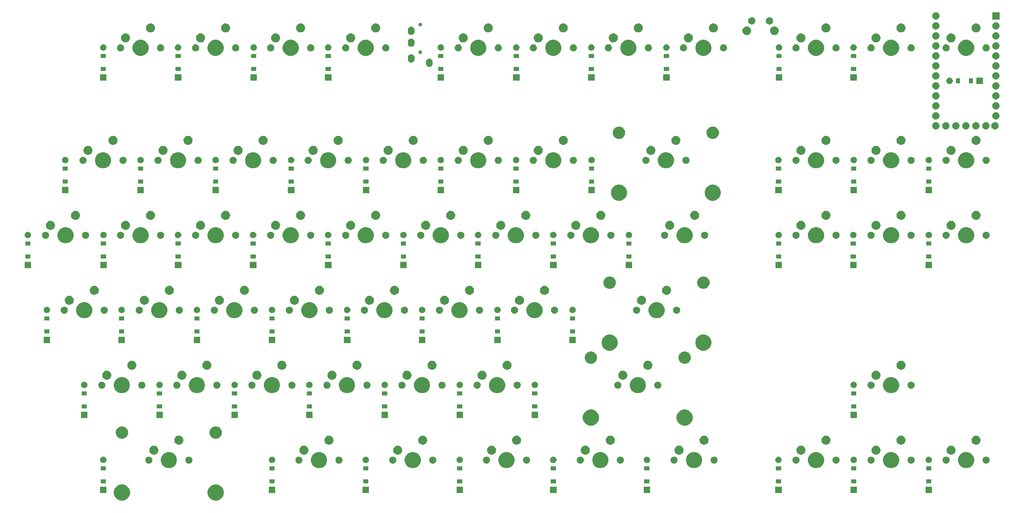
<source format=gbs>
G04 #@! TF.GenerationSoftware,KiCad,Pcbnew,(5.1.4)-1*
G04 #@! TF.CreationDate,2019-10-25T22:11:27-04:00*
G04 #@! TF.ProjectId,Split Keyboard - Right,53706c69-7420-44b6-9579-626f61726420,rev?*
G04 #@! TF.SameCoordinates,Original*
G04 #@! TF.FileFunction,Soldermask,Bot*
G04 #@! TF.FilePolarity,Negative*
%FSLAX46Y46*%
G04 Gerber Fmt 4.6, Leading zero omitted, Abs format (unit mm)*
G04 Created by KiCad (PCBNEW (5.1.4)-1) date 2019-10-25 22:11:27*
%MOMM*%
%LPD*%
G04 APERTURE LIST*
%ADD10C,0.100000*%
G04 APERTURE END LIST*
D10*
G36*
X62218754Y-149142818D02*
G01*
X62592011Y-149297426D01*
X62592013Y-149297427D01*
X62927936Y-149521884D01*
X63213616Y-149807564D01*
X63438074Y-150143489D01*
X63592682Y-150516746D01*
X63671500Y-150912993D01*
X63671500Y-151317007D01*
X63592682Y-151713254D01*
X63438074Y-152086511D01*
X63438073Y-152086513D01*
X63213616Y-152422436D01*
X62927936Y-152708116D01*
X62592013Y-152932573D01*
X62592012Y-152932574D01*
X62592011Y-152932574D01*
X62218754Y-153087182D01*
X61822507Y-153166000D01*
X61418493Y-153166000D01*
X61022246Y-153087182D01*
X60648989Y-152932574D01*
X60648988Y-152932574D01*
X60648987Y-152932573D01*
X60313064Y-152708116D01*
X60027384Y-152422436D01*
X59802927Y-152086513D01*
X59802926Y-152086511D01*
X59648318Y-151713254D01*
X59569500Y-151317007D01*
X59569500Y-150912993D01*
X59648318Y-150516746D01*
X59802926Y-150143489D01*
X60027384Y-149807564D01*
X60313064Y-149521884D01*
X60648987Y-149297427D01*
X60648989Y-149297426D01*
X61022246Y-149142818D01*
X61418493Y-149064000D01*
X61822507Y-149064000D01*
X62218754Y-149142818D01*
X62218754Y-149142818D01*
G37*
G36*
X38418754Y-149142818D02*
G01*
X38792011Y-149297426D01*
X38792013Y-149297427D01*
X39127936Y-149521884D01*
X39413616Y-149807564D01*
X39638074Y-150143489D01*
X39792682Y-150516746D01*
X39871500Y-150912993D01*
X39871500Y-151317007D01*
X39792682Y-151713254D01*
X39638074Y-152086511D01*
X39638073Y-152086513D01*
X39413616Y-152422436D01*
X39127936Y-152708116D01*
X38792013Y-152932573D01*
X38792012Y-152932574D01*
X38792011Y-152932574D01*
X38418754Y-153087182D01*
X38022507Y-153166000D01*
X37618493Y-153166000D01*
X37222246Y-153087182D01*
X36848989Y-152932574D01*
X36848988Y-152932574D01*
X36848987Y-152932573D01*
X36513064Y-152708116D01*
X36227384Y-152422436D01*
X36002927Y-152086513D01*
X36002926Y-152086511D01*
X35848318Y-151713254D01*
X35769500Y-151317007D01*
X35769500Y-150912993D01*
X35848318Y-150516746D01*
X36002926Y-150143489D01*
X36227384Y-149807564D01*
X36513064Y-149521884D01*
X36848987Y-149297427D01*
X36848989Y-149297426D01*
X37222246Y-149142818D01*
X37618493Y-149064000D01*
X38022507Y-149064000D01*
X38418754Y-149142818D01*
X38418754Y-149142818D01*
G37*
G36*
X171856600Y-151220000D02*
G01*
X170230600Y-151220000D01*
X170230600Y-149594000D01*
X171856600Y-149594000D01*
X171856600Y-151220000D01*
X171856600Y-151220000D01*
G37*
G36*
X33883800Y-151220000D02*
G01*
X32257800Y-151220000D01*
X32257800Y-149594000D01*
X33883800Y-149594000D01*
X33883800Y-151220000D01*
X33883800Y-151220000D01*
G37*
G36*
X76708200Y-151220000D02*
G01*
X75082200Y-151220000D01*
X75082200Y-149594000D01*
X76708200Y-149594000D01*
X76708200Y-151220000D01*
X76708200Y-151220000D01*
G37*
G36*
X205289400Y-151220000D02*
G01*
X203663400Y-151220000D01*
X203663400Y-149594000D01*
X205289400Y-149594000D01*
X205289400Y-151220000D01*
X205289400Y-151220000D01*
G37*
G36*
X100533400Y-151220000D02*
G01*
X98907400Y-151220000D01*
X98907400Y-149594000D01*
X100533400Y-149594000D01*
X100533400Y-151220000D01*
X100533400Y-151220000D01*
G37*
G36*
X124358600Y-151220000D02*
G01*
X122732600Y-151220000D01*
X122732600Y-149594000D01*
X124358600Y-149594000D01*
X124358600Y-151220000D01*
X124358600Y-151220000D01*
G37*
G36*
X148133000Y-151220000D02*
G01*
X146507000Y-151220000D01*
X146507000Y-149594000D01*
X148133000Y-149594000D01*
X148133000Y-151220000D01*
X148133000Y-151220000D01*
G37*
G36*
X224358400Y-151220000D02*
G01*
X222732400Y-151220000D01*
X222732400Y-149594000D01*
X224358400Y-149594000D01*
X224358400Y-151220000D01*
X224358400Y-151220000D01*
G37*
G36*
X243408400Y-151220000D02*
G01*
X241782400Y-151220000D01*
X241782400Y-149594000D01*
X243408400Y-149594000D01*
X243408400Y-151220000D01*
X243408400Y-151220000D01*
G37*
G36*
X171694600Y-148748000D02*
G01*
X170392600Y-148748000D01*
X170392600Y-147746000D01*
X171694600Y-147746000D01*
X171694600Y-148748000D01*
X171694600Y-148748000D01*
G37*
G36*
X224196400Y-148748000D02*
G01*
X222894400Y-148748000D01*
X222894400Y-147746000D01*
X224196400Y-147746000D01*
X224196400Y-148748000D01*
X224196400Y-148748000D01*
G37*
G36*
X205127400Y-148748000D02*
G01*
X203825400Y-148748000D01*
X203825400Y-147746000D01*
X205127400Y-147746000D01*
X205127400Y-148748000D01*
X205127400Y-148748000D01*
G37*
G36*
X243246400Y-148748000D02*
G01*
X241944400Y-148748000D01*
X241944400Y-147746000D01*
X243246400Y-147746000D01*
X243246400Y-148748000D01*
X243246400Y-148748000D01*
G37*
G36*
X147971000Y-148748000D02*
G01*
X146669000Y-148748000D01*
X146669000Y-147746000D01*
X147971000Y-147746000D01*
X147971000Y-148748000D01*
X147971000Y-148748000D01*
G37*
G36*
X124196600Y-148748000D02*
G01*
X122894600Y-148748000D01*
X122894600Y-147746000D01*
X124196600Y-147746000D01*
X124196600Y-148748000D01*
X124196600Y-148748000D01*
G37*
G36*
X100371400Y-148748000D02*
G01*
X99069400Y-148748000D01*
X99069400Y-147746000D01*
X100371400Y-147746000D01*
X100371400Y-148748000D01*
X100371400Y-148748000D01*
G37*
G36*
X33721800Y-148748000D02*
G01*
X32419800Y-148748000D01*
X32419800Y-147746000D01*
X33721800Y-147746000D01*
X33721800Y-148748000D01*
X33721800Y-148748000D01*
G37*
G36*
X76546200Y-148748000D02*
G01*
X75244200Y-148748000D01*
X75244200Y-147746000D01*
X76546200Y-147746000D01*
X76546200Y-148748000D01*
X76546200Y-148748000D01*
G37*
G36*
X76546200Y-145448000D02*
G01*
X75244200Y-145448000D01*
X75244200Y-144446000D01*
X76546200Y-144446000D01*
X76546200Y-145448000D01*
X76546200Y-145448000D01*
G37*
G36*
X33721800Y-145448000D02*
G01*
X32419800Y-145448000D01*
X32419800Y-144446000D01*
X33721800Y-144446000D01*
X33721800Y-145448000D01*
X33721800Y-145448000D01*
G37*
G36*
X100371400Y-145448000D02*
G01*
X99069400Y-145448000D01*
X99069400Y-144446000D01*
X100371400Y-144446000D01*
X100371400Y-145448000D01*
X100371400Y-145448000D01*
G37*
G36*
X243246400Y-145448000D02*
G01*
X241944400Y-145448000D01*
X241944400Y-144446000D01*
X243246400Y-144446000D01*
X243246400Y-145448000D01*
X243246400Y-145448000D01*
G37*
G36*
X124196600Y-145448000D02*
G01*
X122894600Y-145448000D01*
X122894600Y-144446000D01*
X124196600Y-144446000D01*
X124196600Y-145448000D01*
X124196600Y-145448000D01*
G37*
G36*
X224196400Y-145448000D02*
G01*
X222894400Y-145448000D01*
X222894400Y-144446000D01*
X224196400Y-144446000D01*
X224196400Y-145448000D01*
X224196400Y-145448000D01*
G37*
G36*
X147971000Y-145448000D02*
G01*
X146669000Y-145448000D01*
X146669000Y-144446000D01*
X147971000Y-144446000D01*
X147971000Y-145448000D01*
X147971000Y-145448000D01*
G37*
G36*
X171694600Y-145448000D02*
G01*
X170392600Y-145448000D01*
X170392600Y-144446000D01*
X171694600Y-144446000D01*
X171694600Y-145448000D01*
X171694600Y-145448000D01*
G37*
G36*
X205127400Y-145448000D02*
G01*
X203825400Y-145448000D01*
X203825400Y-144446000D01*
X205127400Y-144446000D01*
X205127400Y-145448000D01*
X205127400Y-145448000D01*
G37*
G36*
X112231254Y-140902818D02*
G01*
X112604511Y-141057426D01*
X112604513Y-141057427D01*
X112940436Y-141281884D01*
X113226116Y-141567564D01*
X113450574Y-141903489D01*
X113605182Y-142276746D01*
X113684000Y-142672993D01*
X113684000Y-143077007D01*
X113605182Y-143473254D01*
X113450574Y-143846511D01*
X113450573Y-143846513D01*
X113226116Y-144182436D01*
X112940436Y-144468116D01*
X112604513Y-144692573D01*
X112604512Y-144692574D01*
X112604511Y-144692574D01*
X112231254Y-144847182D01*
X111835007Y-144926000D01*
X111430993Y-144926000D01*
X111034746Y-144847182D01*
X110661489Y-144692574D01*
X110661488Y-144692574D01*
X110661487Y-144692573D01*
X110325564Y-144468116D01*
X110039884Y-144182436D01*
X109815427Y-143846513D01*
X109815426Y-143846511D01*
X109660818Y-143473254D01*
X109582000Y-143077007D01*
X109582000Y-142672993D01*
X109660818Y-142276746D01*
X109815426Y-141903489D01*
X110039884Y-141567564D01*
X110325564Y-141281884D01*
X110661487Y-141057427D01*
X110661489Y-141057426D01*
X111034746Y-140902818D01*
X111430993Y-140824000D01*
X111835007Y-140824000D01*
X112231254Y-140902818D01*
X112231254Y-140902818D01*
G37*
G36*
X136043754Y-140902818D02*
G01*
X136417011Y-141057426D01*
X136417013Y-141057427D01*
X136752936Y-141281884D01*
X137038616Y-141567564D01*
X137263074Y-141903489D01*
X137417682Y-142276746D01*
X137496500Y-142672993D01*
X137496500Y-143077007D01*
X137417682Y-143473254D01*
X137263074Y-143846511D01*
X137263073Y-143846513D01*
X137038616Y-144182436D01*
X136752936Y-144468116D01*
X136417013Y-144692573D01*
X136417012Y-144692574D01*
X136417011Y-144692574D01*
X136043754Y-144847182D01*
X135647507Y-144926000D01*
X135243493Y-144926000D01*
X134847246Y-144847182D01*
X134473989Y-144692574D01*
X134473988Y-144692574D01*
X134473987Y-144692573D01*
X134138064Y-144468116D01*
X133852384Y-144182436D01*
X133627927Y-143846513D01*
X133627926Y-143846511D01*
X133473318Y-143473254D01*
X133394500Y-143077007D01*
X133394500Y-142672993D01*
X133473318Y-142276746D01*
X133627926Y-141903489D01*
X133852384Y-141567564D01*
X134138064Y-141281884D01*
X134473987Y-141057427D01*
X134473989Y-141057426D01*
X134847246Y-140902818D01*
X135243493Y-140824000D01*
X135647507Y-140824000D01*
X136043754Y-140902818D01*
X136043754Y-140902818D01*
G37*
G36*
X159856254Y-140902818D02*
G01*
X160229511Y-141057426D01*
X160229513Y-141057427D01*
X160565436Y-141281884D01*
X160851116Y-141567564D01*
X161075574Y-141903489D01*
X161230182Y-142276746D01*
X161309000Y-142672993D01*
X161309000Y-143077007D01*
X161230182Y-143473254D01*
X161075574Y-143846511D01*
X161075573Y-143846513D01*
X160851116Y-144182436D01*
X160565436Y-144468116D01*
X160229513Y-144692573D01*
X160229512Y-144692574D01*
X160229511Y-144692574D01*
X159856254Y-144847182D01*
X159460007Y-144926000D01*
X159055993Y-144926000D01*
X158659746Y-144847182D01*
X158286489Y-144692574D01*
X158286488Y-144692574D01*
X158286487Y-144692573D01*
X157950564Y-144468116D01*
X157664884Y-144182436D01*
X157440427Y-143846513D01*
X157440426Y-143846511D01*
X157285818Y-143473254D01*
X157207000Y-143077007D01*
X157207000Y-142672993D01*
X157285818Y-142276746D01*
X157440426Y-141903489D01*
X157664884Y-141567564D01*
X157950564Y-141281884D01*
X158286487Y-141057427D01*
X158286489Y-141057426D01*
X158659746Y-140902818D01*
X159055993Y-140824000D01*
X159460007Y-140824000D01*
X159856254Y-140902818D01*
X159856254Y-140902818D01*
G37*
G36*
X214593254Y-140902818D02*
G01*
X214966511Y-141057426D01*
X214966513Y-141057427D01*
X215302436Y-141281884D01*
X215588116Y-141567564D01*
X215812574Y-141903489D01*
X215967182Y-142276746D01*
X216046000Y-142672993D01*
X216046000Y-143077007D01*
X215967182Y-143473254D01*
X215812574Y-143846511D01*
X215812573Y-143846513D01*
X215588116Y-144182436D01*
X215302436Y-144468116D01*
X214966513Y-144692573D01*
X214966512Y-144692574D01*
X214966511Y-144692574D01*
X214593254Y-144847182D01*
X214197007Y-144926000D01*
X213792993Y-144926000D01*
X213396746Y-144847182D01*
X213023489Y-144692574D01*
X213023488Y-144692574D01*
X213023487Y-144692573D01*
X212687564Y-144468116D01*
X212401884Y-144182436D01*
X212177427Y-143846513D01*
X212177426Y-143846511D01*
X212022818Y-143473254D01*
X211944000Y-143077007D01*
X211944000Y-142672993D01*
X212022818Y-142276746D01*
X212177426Y-141903489D01*
X212401884Y-141567564D01*
X212687564Y-141281884D01*
X213023487Y-141057427D01*
X213023489Y-141057426D01*
X213396746Y-140902818D01*
X213792993Y-140824000D01*
X214197007Y-140824000D01*
X214593254Y-140902818D01*
X214593254Y-140902818D01*
G37*
G36*
X233643254Y-140902818D02*
G01*
X234016511Y-141057426D01*
X234016513Y-141057427D01*
X234352436Y-141281884D01*
X234638116Y-141567564D01*
X234862574Y-141903489D01*
X235017182Y-142276746D01*
X235096000Y-142672993D01*
X235096000Y-143077007D01*
X235017182Y-143473254D01*
X234862574Y-143846511D01*
X234862573Y-143846513D01*
X234638116Y-144182436D01*
X234352436Y-144468116D01*
X234016513Y-144692573D01*
X234016512Y-144692574D01*
X234016511Y-144692574D01*
X233643254Y-144847182D01*
X233247007Y-144926000D01*
X232842993Y-144926000D01*
X232446746Y-144847182D01*
X232073489Y-144692574D01*
X232073488Y-144692574D01*
X232073487Y-144692573D01*
X231737564Y-144468116D01*
X231451884Y-144182436D01*
X231227427Y-143846513D01*
X231227426Y-143846511D01*
X231072818Y-143473254D01*
X230994000Y-143077007D01*
X230994000Y-142672993D01*
X231072818Y-142276746D01*
X231227426Y-141903489D01*
X231451884Y-141567564D01*
X231737564Y-141281884D01*
X232073487Y-141057427D01*
X232073489Y-141057426D01*
X232446746Y-140902818D01*
X232842993Y-140824000D01*
X233247007Y-140824000D01*
X233643254Y-140902818D01*
X233643254Y-140902818D01*
G37*
G36*
X252693254Y-140902818D02*
G01*
X253066511Y-141057426D01*
X253066513Y-141057427D01*
X253402436Y-141281884D01*
X253688116Y-141567564D01*
X253912574Y-141903489D01*
X254067182Y-142276746D01*
X254146000Y-142672993D01*
X254146000Y-143077007D01*
X254067182Y-143473254D01*
X253912574Y-143846511D01*
X253912573Y-143846513D01*
X253688116Y-144182436D01*
X253402436Y-144468116D01*
X253066513Y-144692573D01*
X253066512Y-144692574D01*
X253066511Y-144692574D01*
X252693254Y-144847182D01*
X252297007Y-144926000D01*
X251892993Y-144926000D01*
X251496746Y-144847182D01*
X251123489Y-144692574D01*
X251123488Y-144692574D01*
X251123487Y-144692573D01*
X250787564Y-144468116D01*
X250501884Y-144182436D01*
X250277427Y-143846513D01*
X250277426Y-143846511D01*
X250122818Y-143473254D01*
X250044000Y-143077007D01*
X250044000Y-142672993D01*
X250122818Y-142276746D01*
X250277426Y-141903489D01*
X250501884Y-141567564D01*
X250787564Y-141281884D01*
X251123487Y-141057427D01*
X251123489Y-141057426D01*
X251496746Y-140902818D01*
X251892993Y-140824000D01*
X252297007Y-140824000D01*
X252693254Y-140902818D01*
X252693254Y-140902818D01*
G37*
G36*
X50318754Y-140902818D02*
G01*
X50692011Y-141057426D01*
X50692013Y-141057427D01*
X51027936Y-141281884D01*
X51313616Y-141567564D01*
X51538074Y-141903489D01*
X51692682Y-142276746D01*
X51771500Y-142672993D01*
X51771500Y-143077007D01*
X51692682Y-143473254D01*
X51538074Y-143846511D01*
X51538073Y-143846513D01*
X51313616Y-144182436D01*
X51027936Y-144468116D01*
X50692013Y-144692573D01*
X50692012Y-144692574D01*
X50692011Y-144692574D01*
X50318754Y-144847182D01*
X49922507Y-144926000D01*
X49518493Y-144926000D01*
X49122246Y-144847182D01*
X48748989Y-144692574D01*
X48748988Y-144692574D01*
X48748987Y-144692573D01*
X48413064Y-144468116D01*
X48127384Y-144182436D01*
X47902927Y-143846513D01*
X47902926Y-143846511D01*
X47748318Y-143473254D01*
X47669500Y-143077007D01*
X47669500Y-142672993D01*
X47748318Y-142276746D01*
X47902926Y-141903489D01*
X48127384Y-141567564D01*
X48413064Y-141281884D01*
X48748987Y-141057427D01*
X48748989Y-141057426D01*
X49122246Y-140902818D01*
X49518493Y-140824000D01*
X49922507Y-140824000D01*
X50318754Y-140902818D01*
X50318754Y-140902818D01*
G37*
G36*
X183643354Y-140902818D02*
G01*
X184016611Y-141057426D01*
X184016613Y-141057427D01*
X184352536Y-141281884D01*
X184638216Y-141567564D01*
X184862674Y-141903489D01*
X185017282Y-142276746D01*
X185096100Y-142672993D01*
X185096100Y-143077007D01*
X185017282Y-143473254D01*
X184862674Y-143846511D01*
X184862673Y-143846513D01*
X184638216Y-144182436D01*
X184352536Y-144468116D01*
X184016613Y-144692573D01*
X184016612Y-144692574D01*
X184016611Y-144692574D01*
X183643354Y-144847182D01*
X183247107Y-144926000D01*
X182843093Y-144926000D01*
X182446846Y-144847182D01*
X182073589Y-144692574D01*
X182073588Y-144692574D01*
X182073587Y-144692573D01*
X181737664Y-144468116D01*
X181451984Y-144182436D01*
X181227527Y-143846513D01*
X181227526Y-143846511D01*
X181072918Y-143473254D01*
X180994100Y-143077007D01*
X180994100Y-142672993D01*
X181072918Y-142276746D01*
X181227526Y-141903489D01*
X181451984Y-141567564D01*
X181737664Y-141281884D01*
X182073587Y-141057427D01*
X182073589Y-141057426D01*
X182446846Y-140902818D01*
X182843093Y-140824000D01*
X183247107Y-140824000D01*
X183643354Y-140902818D01*
X183643354Y-140902818D01*
G37*
G36*
X88418754Y-140902818D02*
G01*
X88792011Y-141057426D01*
X88792013Y-141057427D01*
X89127936Y-141281884D01*
X89413616Y-141567564D01*
X89638074Y-141903489D01*
X89792682Y-142276746D01*
X89871500Y-142672993D01*
X89871500Y-143077007D01*
X89792682Y-143473254D01*
X89638074Y-143846511D01*
X89638073Y-143846513D01*
X89413616Y-144182436D01*
X89127936Y-144468116D01*
X88792013Y-144692573D01*
X88792012Y-144692574D01*
X88792011Y-144692574D01*
X88418754Y-144847182D01*
X88022507Y-144926000D01*
X87618493Y-144926000D01*
X87222246Y-144847182D01*
X86848989Y-144692574D01*
X86848988Y-144692574D01*
X86848987Y-144692573D01*
X86513064Y-144468116D01*
X86227384Y-144182436D01*
X86002927Y-143846513D01*
X86002926Y-143846511D01*
X85848318Y-143473254D01*
X85769500Y-143077007D01*
X85769500Y-142672993D01*
X85848318Y-142276746D01*
X86002926Y-141903489D01*
X86227384Y-141567564D01*
X86513064Y-141281884D01*
X86848987Y-141057427D01*
X86848989Y-141057426D01*
X87222246Y-140902818D01*
X87618493Y-140824000D01*
X88022507Y-140824000D01*
X88418754Y-140902818D01*
X88418754Y-140902818D01*
G37*
G36*
X130479012Y-141978927D02*
G01*
X130628312Y-142008624D01*
X130792284Y-142076544D01*
X130939854Y-142175147D01*
X131065353Y-142300646D01*
X131163956Y-142448216D01*
X131231876Y-142612188D01*
X131266500Y-142786259D01*
X131266500Y-142963741D01*
X131231876Y-143137812D01*
X131163956Y-143301784D01*
X131065353Y-143449354D01*
X130939854Y-143574853D01*
X130792284Y-143673456D01*
X130628312Y-143741376D01*
X130479012Y-143771073D01*
X130454242Y-143776000D01*
X130276758Y-143776000D01*
X130251988Y-143771073D01*
X130102688Y-143741376D01*
X129938716Y-143673456D01*
X129791146Y-143574853D01*
X129665647Y-143449354D01*
X129567044Y-143301784D01*
X129499124Y-143137812D01*
X129464500Y-142963741D01*
X129464500Y-142786259D01*
X129499124Y-142612188D01*
X129567044Y-142448216D01*
X129665647Y-142300646D01*
X129791146Y-142175147D01*
X129938716Y-142076544D01*
X130102688Y-142008624D01*
X130251988Y-141978927D01*
X130276758Y-141974000D01*
X130454242Y-141974000D01*
X130479012Y-141978927D01*
X130479012Y-141978927D01*
G37*
G36*
X106666512Y-141978927D02*
G01*
X106815812Y-142008624D01*
X106979784Y-142076544D01*
X107127354Y-142175147D01*
X107252853Y-142300646D01*
X107351456Y-142448216D01*
X107419376Y-142612188D01*
X107454000Y-142786259D01*
X107454000Y-142963741D01*
X107419376Y-143137812D01*
X107351456Y-143301784D01*
X107252853Y-143449354D01*
X107127354Y-143574853D01*
X106979784Y-143673456D01*
X106815812Y-143741376D01*
X106666512Y-143771073D01*
X106641742Y-143776000D01*
X106464258Y-143776000D01*
X106439488Y-143771073D01*
X106290188Y-143741376D01*
X106126216Y-143673456D01*
X105978646Y-143574853D01*
X105853147Y-143449354D01*
X105754544Y-143301784D01*
X105686624Y-143137812D01*
X105652000Y-142963741D01*
X105652000Y-142786259D01*
X105686624Y-142612188D01*
X105754544Y-142448216D01*
X105853147Y-142300646D01*
X105978646Y-142175147D01*
X106126216Y-142076544D01*
X106290188Y-142008624D01*
X106439488Y-141978927D01*
X106464258Y-141974000D01*
X106641742Y-141974000D01*
X106666512Y-141978927D01*
X106666512Y-141978927D01*
G37*
G36*
X82854012Y-141978927D02*
G01*
X83003312Y-142008624D01*
X83167284Y-142076544D01*
X83314854Y-142175147D01*
X83440353Y-142300646D01*
X83538956Y-142448216D01*
X83606876Y-142612188D01*
X83641500Y-142786259D01*
X83641500Y-142963741D01*
X83606876Y-143137812D01*
X83538956Y-143301784D01*
X83440353Y-143449354D01*
X83314854Y-143574853D01*
X83167284Y-143673456D01*
X83003312Y-143741376D01*
X82854012Y-143771073D01*
X82829242Y-143776000D01*
X82651758Y-143776000D01*
X82626988Y-143771073D01*
X82477688Y-143741376D01*
X82313716Y-143673456D01*
X82166146Y-143574853D01*
X82040647Y-143449354D01*
X81942044Y-143301784D01*
X81874124Y-143137812D01*
X81839500Y-142963741D01*
X81839500Y-142786259D01*
X81874124Y-142612188D01*
X81942044Y-142448216D01*
X82040647Y-142300646D01*
X82166146Y-142175147D01*
X82313716Y-142076544D01*
X82477688Y-142008624D01*
X82626988Y-141978927D01*
X82651758Y-141974000D01*
X82829242Y-141974000D01*
X82854012Y-141978927D01*
X82854012Y-141978927D01*
G37*
G36*
X93014012Y-141978927D02*
G01*
X93163312Y-142008624D01*
X93327284Y-142076544D01*
X93474854Y-142175147D01*
X93600353Y-142300646D01*
X93698956Y-142448216D01*
X93766876Y-142612188D01*
X93801500Y-142786259D01*
X93801500Y-142963741D01*
X93766876Y-143137812D01*
X93698956Y-143301784D01*
X93600353Y-143449354D01*
X93474854Y-143574853D01*
X93327284Y-143673456D01*
X93163312Y-143741376D01*
X93014012Y-143771073D01*
X92989242Y-143776000D01*
X92811758Y-143776000D01*
X92786988Y-143771073D01*
X92637688Y-143741376D01*
X92473716Y-143673456D01*
X92326146Y-143574853D01*
X92200647Y-143449354D01*
X92102044Y-143301784D01*
X92034124Y-143137812D01*
X91999500Y-142963741D01*
X91999500Y-142786259D01*
X92034124Y-142612188D01*
X92102044Y-142448216D01*
X92200647Y-142300646D01*
X92326146Y-142175147D01*
X92473716Y-142076544D01*
X92637688Y-142008624D01*
X92786988Y-141978927D01*
X92811758Y-141974000D01*
X92989242Y-141974000D01*
X93014012Y-141978927D01*
X93014012Y-141978927D01*
G37*
G36*
X44754012Y-141978927D02*
G01*
X44903312Y-142008624D01*
X45067284Y-142076544D01*
X45214854Y-142175147D01*
X45340353Y-142300646D01*
X45438956Y-142448216D01*
X45506876Y-142612188D01*
X45541500Y-142786259D01*
X45541500Y-142963741D01*
X45506876Y-143137812D01*
X45438956Y-143301784D01*
X45340353Y-143449354D01*
X45214854Y-143574853D01*
X45067284Y-143673456D01*
X44903312Y-143741376D01*
X44754012Y-143771073D01*
X44729242Y-143776000D01*
X44551758Y-143776000D01*
X44526988Y-143771073D01*
X44377688Y-143741376D01*
X44213716Y-143673456D01*
X44066146Y-143574853D01*
X43940647Y-143449354D01*
X43842044Y-143301784D01*
X43774124Y-143137812D01*
X43739500Y-142963741D01*
X43739500Y-142786259D01*
X43774124Y-142612188D01*
X43842044Y-142448216D01*
X43940647Y-142300646D01*
X44066146Y-142175147D01*
X44213716Y-142076544D01*
X44377688Y-142008624D01*
X44526988Y-141978927D01*
X44551758Y-141974000D01*
X44729242Y-141974000D01*
X44754012Y-141978927D01*
X44754012Y-141978927D01*
G37*
G36*
X54914012Y-141978927D02*
G01*
X55063312Y-142008624D01*
X55227284Y-142076544D01*
X55374854Y-142175147D01*
X55500353Y-142300646D01*
X55598956Y-142448216D01*
X55666876Y-142612188D01*
X55701500Y-142786259D01*
X55701500Y-142963741D01*
X55666876Y-143137812D01*
X55598956Y-143301784D01*
X55500353Y-143449354D01*
X55374854Y-143574853D01*
X55227284Y-143673456D01*
X55063312Y-143741376D01*
X54914012Y-143771073D01*
X54889242Y-143776000D01*
X54711758Y-143776000D01*
X54686988Y-143771073D01*
X54537688Y-143741376D01*
X54373716Y-143673456D01*
X54226146Y-143574853D01*
X54100647Y-143449354D01*
X54002044Y-143301784D01*
X53934124Y-143137812D01*
X53899500Y-142963741D01*
X53899500Y-142786259D01*
X53934124Y-142612188D01*
X54002044Y-142448216D01*
X54100647Y-142300646D01*
X54226146Y-142175147D01*
X54373716Y-142076544D01*
X54537688Y-142008624D01*
X54686988Y-141978927D01*
X54711758Y-141974000D01*
X54889242Y-141974000D01*
X54914012Y-141978927D01*
X54914012Y-141978927D01*
G37*
G36*
X140639012Y-141978927D02*
G01*
X140788312Y-142008624D01*
X140952284Y-142076544D01*
X141099854Y-142175147D01*
X141225353Y-142300646D01*
X141323956Y-142448216D01*
X141391876Y-142612188D01*
X141426500Y-142786259D01*
X141426500Y-142963741D01*
X141391876Y-143137812D01*
X141323956Y-143301784D01*
X141225353Y-143449354D01*
X141099854Y-143574853D01*
X140952284Y-143673456D01*
X140788312Y-143741376D01*
X140639012Y-143771073D01*
X140614242Y-143776000D01*
X140436758Y-143776000D01*
X140411988Y-143771073D01*
X140262688Y-143741376D01*
X140098716Y-143673456D01*
X139951146Y-143574853D01*
X139825647Y-143449354D01*
X139727044Y-143301784D01*
X139659124Y-143137812D01*
X139624500Y-142963741D01*
X139624500Y-142786259D01*
X139659124Y-142612188D01*
X139727044Y-142448216D01*
X139825647Y-142300646D01*
X139951146Y-142175147D01*
X140098716Y-142076544D01*
X140262688Y-142008624D01*
X140411988Y-141978927D01*
X140436758Y-141974000D01*
X140614242Y-141974000D01*
X140639012Y-141978927D01*
X140639012Y-141978927D01*
G37*
G36*
X154291512Y-141978927D02*
G01*
X154440812Y-142008624D01*
X154604784Y-142076544D01*
X154752354Y-142175147D01*
X154877853Y-142300646D01*
X154976456Y-142448216D01*
X155044376Y-142612188D01*
X155079000Y-142786259D01*
X155079000Y-142963741D01*
X155044376Y-143137812D01*
X154976456Y-143301784D01*
X154877853Y-143449354D01*
X154752354Y-143574853D01*
X154604784Y-143673456D01*
X154440812Y-143741376D01*
X154291512Y-143771073D01*
X154266742Y-143776000D01*
X154089258Y-143776000D01*
X154064488Y-143771073D01*
X153915188Y-143741376D01*
X153751216Y-143673456D01*
X153603646Y-143574853D01*
X153478147Y-143449354D01*
X153379544Y-143301784D01*
X153311624Y-143137812D01*
X153277000Y-142963741D01*
X153277000Y-142786259D01*
X153311624Y-142612188D01*
X153379544Y-142448216D01*
X153478147Y-142300646D01*
X153603646Y-142175147D01*
X153751216Y-142076544D01*
X153915188Y-142008624D01*
X154064488Y-141978927D01*
X154089258Y-141974000D01*
X154266742Y-141974000D01*
X154291512Y-141978927D01*
X154291512Y-141978927D01*
G37*
G36*
X209028512Y-141978927D02*
G01*
X209177812Y-142008624D01*
X209341784Y-142076544D01*
X209489354Y-142175147D01*
X209614853Y-142300646D01*
X209713456Y-142448216D01*
X209781376Y-142612188D01*
X209816000Y-142786259D01*
X209816000Y-142963741D01*
X209781376Y-143137812D01*
X209713456Y-143301784D01*
X209614853Y-143449354D01*
X209489354Y-143574853D01*
X209341784Y-143673456D01*
X209177812Y-143741376D01*
X209028512Y-143771073D01*
X209003742Y-143776000D01*
X208826258Y-143776000D01*
X208801488Y-143771073D01*
X208652188Y-143741376D01*
X208488216Y-143673456D01*
X208340646Y-143574853D01*
X208215147Y-143449354D01*
X208116544Y-143301784D01*
X208048624Y-143137812D01*
X208014000Y-142963741D01*
X208014000Y-142786259D01*
X208048624Y-142612188D01*
X208116544Y-142448216D01*
X208215147Y-142300646D01*
X208340646Y-142175147D01*
X208488216Y-142076544D01*
X208652188Y-142008624D01*
X208801488Y-141978927D01*
X208826258Y-141974000D01*
X209003742Y-141974000D01*
X209028512Y-141978927D01*
X209028512Y-141978927D01*
G37*
G36*
X238238512Y-141978927D02*
G01*
X238387812Y-142008624D01*
X238551784Y-142076544D01*
X238699354Y-142175147D01*
X238824853Y-142300646D01*
X238923456Y-142448216D01*
X238991376Y-142612188D01*
X239026000Y-142786259D01*
X239026000Y-142963741D01*
X238991376Y-143137812D01*
X238923456Y-143301784D01*
X238824853Y-143449354D01*
X238699354Y-143574853D01*
X238551784Y-143673456D01*
X238387812Y-143741376D01*
X238238512Y-143771073D01*
X238213742Y-143776000D01*
X238036258Y-143776000D01*
X238011488Y-143771073D01*
X237862188Y-143741376D01*
X237698216Y-143673456D01*
X237550646Y-143574853D01*
X237425147Y-143449354D01*
X237326544Y-143301784D01*
X237258624Y-143137812D01*
X237224000Y-142963741D01*
X237224000Y-142786259D01*
X237258624Y-142612188D01*
X237326544Y-142448216D01*
X237425147Y-142300646D01*
X237550646Y-142175147D01*
X237698216Y-142076544D01*
X237862188Y-142008624D01*
X238011488Y-141978927D01*
X238036258Y-141974000D01*
X238213742Y-141974000D01*
X238238512Y-141978927D01*
X238238512Y-141978927D01*
G37*
G36*
X228078512Y-141978927D02*
G01*
X228227812Y-142008624D01*
X228391784Y-142076544D01*
X228539354Y-142175147D01*
X228664853Y-142300646D01*
X228763456Y-142448216D01*
X228831376Y-142612188D01*
X228866000Y-142786259D01*
X228866000Y-142963741D01*
X228831376Y-143137812D01*
X228763456Y-143301784D01*
X228664853Y-143449354D01*
X228539354Y-143574853D01*
X228391784Y-143673456D01*
X228227812Y-143741376D01*
X228078512Y-143771073D01*
X228053742Y-143776000D01*
X227876258Y-143776000D01*
X227851488Y-143771073D01*
X227702188Y-143741376D01*
X227538216Y-143673456D01*
X227390646Y-143574853D01*
X227265147Y-143449354D01*
X227166544Y-143301784D01*
X227098624Y-143137812D01*
X227064000Y-142963741D01*
X227064000Y-142786259D01*
X227098624Y-142612188D01*
X227166544Y-142448216D01*
X227265147Y-142300646D01*
X227390646Y-142175147D01*
X227538216Y-142076544D01*
X227702188Y-142008624D01*
X227851488Y-141978927D01*
X227876258Y-141974000D01*
X228053742Y-141974000D01*
X228078512Y-141978927D01*
X228078512Y-141978927D01*
G37*
G36*
X164451512Y-141978927D02*
G01*
X164600812Y-142008624D01*
X164764784Y-142076544D01*
X164912354Y-142175147D01*
X165037853Y-142300646D01*
X165136456Y-142448216D01*
X165204376Y-142612188D01*
X165239000Y-142786259D01*
X165239000Y-142963741D01*
X165204376Y-143137812D01*
X165136456Y-143301784D01*
X165037853Y-143449354D01*
X164912354Y-143574853D01*
X164764784Y-143673456D01*
X164600812Y-143741376D01*
X164451512Y-143771073D01*
X164426742Y-143776000D01*
X164249258Y-143776000D01*
X164224488Y-143771073D01*
X164075188Y-143741376D01*
X163911216Y-143673456D01*
X163763646Y-143574853D01*
X163638147Y-143449354D01*
X163539544Y-143301784D01*
X163471624Y-143137812D01*
X163437000Y-142963741D01*
X163437000Y-142786259D01*
X163471624Y-142612188D01*
X163539544Y-142448216D01*
X163638147Y-142300646D01*
X163763646Y-142175147D01*
X163911216Y-142076544D01*
X164075188Y-142008624D01*
X164224488Y-141978927D01*
X164249258Y-141974000D01*
X164426742Y-141974000D01*
X164451512Y-141978927D01*
X164451512Y-141978927D01*
G37*
G36*
X247128512Y-141978927D02*
G01*
X247277812Y-142008624D01*
X247441784Y-142076544D01*
X247589354Y-142175147D01*
X247714853Y-142300646D01*
X247813456Y-142448216D01*
X247881376Y-142612188D01*
X247916000Y-142786259D01*
X247916000Y-142963741D01*
X247881376Y-143137812D01*
X247813456Y-143301784D01*
X247714853Y-143449354D01*
X247589354Y-143574853D01*
X247441784Y-143673456D01*
X247277812Y-143741376D01*
X247128512Y-143771073D01*
X247103742Y-143776000D01*
X246926258Y-143776000D01*
X246901488Y-143771073D01*
X246752188Y-143741376D01*
X246588216Y-143673456D01*
X246440646Y-143574853D01*
X246315147Y-143449354D01*
X246216544Y-143301784D01*
X246148624Y-143137812D01*
X246114000Y-142963741D01*
X246114000Y-142786259D01*
X246148624Y-142612188D01*
X246216544Y-142448216D01*
X246315147Y-142300646D01*
X246440646Y-142175147D01*
X246588216Y-142076544D01*
X246752188Y-142008624D01*
X246901488Y-141978927D01*
X246926258Y-141974000D01*
X247103742Y-141974000D01*
X247128512Y-141978927D01*
X247128512Y-141978927D01*
G37*
G36*
X257288512Y-141978927D02*
G01*
X257437812Y-142008624D01*
X257601784Y-142076544D01*
X257749354Y-142175147D01*
X257874853Y-142300646D01*
X257973456Y-142448216D01*
X258041376Y-142612188D01*
X258076000Y-142786259D01*
X258076000Y-142963741D01*
X258041376Y-143137812D01*
X257973456Y-143301784D01*
X257874853Y-143449354D01*
X257749354Y-143574853D01*
X257601784Y-143673456D01*
X257437812Y-143741376D01*
X257288512Y-143771073D01*
X257263742Y-143776000D01*
X257086258Y-143776000D01*
X257061488Y-143771073D01*
X256912188Y-143741376D01*
X256748216Y-143673456D01*
X256600646Y-143574853D01*
X256475147Y-143449354D01*
X256376544Y-143301784D01*
X256308624Y-143137812D01*
X256274000Y-142963741D01*
X256274000Y-142786259D01*
X256308624Y-142612188D01*
X256376544Y-142448216D01*
X256475147Y-142300646D01*
X256600646Y-142175147D01*
X256748216Y-142076544D01*
X256912188Y-142008624D01*
X257061488Y-141978927D01*
X257086258Y-141974000D01*
X257263742Y-141974000D01*
X257288512Y-141978927D01*
X257288512Y-141978927D01*
G37*
G36*
X188238612Y-141978927D02*
G01*
X188387912Y-142008624D01*
X188551884Y-142076544D01*
X188699454Y-142175147D01*
X188824953Y-142300646D01*
X188923556Y-142448216D01*
X188991476Y-142612188D01*
X189026100Y-142786259D01*
X189026100Y-142963741D01*
X188991476Y-143137812D01*
X188923556Y-143301784D01*
X188824953Y-143449354D01*
X188699454Y-143574853D01*
X188551884Y-143673456D01*
X188387912Y-143741376D01*
X188238612Y-143771073D01*
X188213842Y-143776000D01*
X188036358Y-143776000D01*
X188011588Y-143771073D01*
X187862288Y-143741376D01*
X187698316Y-143673456D01*
X187550746Y-143574853D01*
X187425247Y-143449354D01*
X187326644Y-143301784D01*
X187258724Y-143137812D01*
X187224100Y-142963741D01*
X187224100Y-142786259D01*
X187258724Y-142612188D01*
X187326644Y-142448216D01*
X187425247Y-142300646D01*
X187550746Y-142175147D01*
X187698316Y-142076544D01*
X187862288Y-142008624D01*
X188011588Y-141978927D01*
X188036358Y-141974000D01*
X188213842Y-141974000D01*
X188238612Y-141978927D01*
X188238612Y-141978927D01*
G37*
G36*
X178078612Y-141978927D02*
G01*
X178227912Y-142008624D01*
X178391884Y-142076544D01*
X178539454Y-142175147D01*
X178664953Y-142300646D01*
X178763556Y-142448216D01*
X178831476Y-142612188D01*
X178866100Y-142786259D01*
X178866100Y-142963741D01*
X178831476Y-143137812D01*
X178763556Y-143301784D01*
X178664953Y-143449354D01*
X178539454Y-143574853D01*
X178391884Y-143673456D01*
X178227912Y-143741376D01*
X178078612Y-143771073D01*
X178053842Y-143776000D01*
X177876358Y-143776000D01*
X177851588Y-143771073D01*
X177702288Y-143741376D01*
X177538316Y-143673456D01*
X177390746Y-143574853D01*
X177265247Y-143449354D01*
X177166644Y-143301784D01*
X177098724Y-143137812D01*
X177064100Y-142963741D01*
X177064100Y-142786259D01*
X177098724Y-142612188D01*
X177166644Y-142448216D01*
X177265247Y-142300646D01*
X177390746Y-142175147D01*
X177538316Y-142076544D01*
X177702288Y-142008624D01*
X177851588Y-141978927D01*
X177876358Y-141974000D01*
X178053842Y-141974000D01*
X178078612Y-141978927D01*
X178078612Y-141978927D01*
G37*
G36*
X116826512Y-141978927D02*
G01*
X116975812Y-142008624D01*
X117139784Y-142076544D01*
X117287354Y-142175147D01*
X117412853Y-142300646D01*
X117511456Y-142448216D01*
X117579376Y-142612188D01*
X117614000Y-142786259D01*
X117614000Y-142963741D01*
X117579376Y-143137812D01*
X117511456Y-143301784D01*
X117412853Y-143449354D01*
X117287354Y-143574853D01*
X117139784Y-143673456D01*
X116975812Y-143741376D01*
X116826512Y-143771073D01*
X116801742Y-143776000D01*
X116624258Y-143776000D01*
X116599488Y-143771073D01*
X116450188Y-143741376D01*
X116286216Y-143673456D01*
X116138646Y-143574853D01*
X116013147Y-143449354D01*
X115914544Y-143301784D01*
X115846624Y-143137812D01*
X115812000Y-142963741D01*
X115812000Y-142786259D01*
X115846624Y-142612188D01*
X115914544Y-142448216D01*
X116013147Y-142300646D01*
X116138646Y-142175147D01*
X116286216Y-142076544D01*
X116450188Y-142008624D01*
X116599488Y-141978927D01*
X116624258Y-141974000D01*
X116801742Y-141974000D01*
X116826512Y-141978927D01*
X116826512Y-141978927D01*
G37*
G36*
X219188512Y-141978927D02*
G01*
X219337812Y-142008624D01*
X219501784Y-142076544D01*
X219649354Y-142175147D01*
X219774853Y-142300646D01*
X219873456Y-142448216D01*
X219941376Y-142612188D01*
X219976000Y-142786259D01*
X219976000Y-142963741D01*
X219941376Y-143137812D01*
X219873456Y-143301784D01*
X219774853Y-143449354D01*
X219649354Y-143574853D01*
X219501784Y-143673456D01*
X219337812Y-143741376D01*
X219188512Y-143771073D01*
X219163742Y-143776000D01*
X218986258Y-143776000D01*
X218961488Y-143771073D01*
X218812188Y-143741376D01*
X218648216Y-143673456D01*
X218500646Y-143574853D01*
X218375147Y-143449354D01*
X218276544Y-143301784D01*
X218208624Y-143137812D01*
X218174000Y-142963741D01*
X218174000Y-142786259D01*
X218208624Y-142612188D01*
X218276544Y-142448216D01*
X218375147Y-142300646D01*
X218500646Y-142175147D01*
X218648216Y-142076544D01*
X218812188Y-142008624D01*
X218961488Y-141978927D01*
X218986258Y-141974000D01*
X219163742Y-141974000D01*
X219188512Y-141978927D01*
X219188512Y-141978927D01*
G37*
G36*
X76132342Y-142005242D02*
G01*
X76280301Y-142066529D01*
X76413455Y-142155499D01*
X76526701Y-142268745D01*
X76615671Y-142401899D01*
X76676958Y-142549858D01*
X76708200Y-142706925D01*
X76708200Y-142867075D01*
X76676958Y-143024142D01*
X76615671Y-143172101D01*
X76526701Y-143305255D01*
X76413455Y-143418501D01*
X76280301Y-143507471D01*
X76132342Y-143568758D01*
X75975275Y-143600000D01*
X75815125Y-143600000D01*
X75658058Y-143568758D01*
X75510099Y-143507471D01*
X75376945Y-143418501D01*
X75263699Y-143305255D01*
X75174729Y-143172101D01*
X75113442Y-143024142D01*
X75082200Y-142867075D01*
X75082200Y-142706925D01*
X75113442Y-142549858D01*
X75174729Y-142401899D01*
X75263699Y-142268745D01*
X75376945Y-142155499D01*
X75510099Y-142066529D01*
X75658058Y-142005242D01*
X75815125Y-141974000D01*
X75975275Y-141974000D01*
X76132342Y-142005242D01*
X76132342Y-142005242D01*
G37*
G36*
X242832542Y-142005242D02*
G01*
X242980501Y-142066529D01*
X243113655Y-142155499D01*
X243226901Y-142268745D01*
X243315871Y-142401899D01*
X243377158Y-142549858D01*
X243408400Y-142706925D01*
X243408400Y-142867075D01*
X243377158Y-143024142D01*
X243315871Y-143172101D01*
X243226901Y-143305255D01*
X243113655Y-143418501D01*
X242980501Y-143507471D01*
X242832542Y-143568758D01*
X242675475Y-143600000D01*
X242515325Y-143600000D01*
X242358258Y-143568758D01*
X242210299Y-143507471D01*
X242077145Y-143418501D01*
X241963899Y-143305255D01*
X241874929Y-143172101D01*
X241813642Y-143024142D01*
X241782400Y-142867075D01*
X241782400Y-142706925D01*
X241813642Y-142549858D01*
X241874929Y-142401899D01*
X241963899Y-142268745D01*
X242077145Y-142155499D01*
X242210299Y-142066529D01*
X242358258Y-142005242D01*
X242515325Y-141974000D01*
X242675475Y-141974000D01*
X242832542Y-142005242D01*
X242832542Y-142005242D01*
G37*
G36*
X223782542Y-142005242D02*
G01*
X223930501Y-142066529D01*
X224063655Y-142155499D01*
X224176901Y-142268745D01*
X224265871Y-142401899D01*
X224327158Y-142549858D01*
X224358400Y-142706925D01*
X224358400Y-142867075D01*
X224327158Y-143024142D01*
X224265871Y-143172101D01*
X224176901Y-143305255D01*
X224063655Y-143418501D01*
X223930501Y-143507471D01*
X223782542Y-143568758D01*
X223625475Y-143600000D01*
X223465325Y-143600000D01*
X223308258Y-143568758D01*
X223160299Y-143507471D01*
X223027145Y-143418501D01*
X222913899Y-143305255D01*
X222824929Y-143172101D01*
X222763642Y-143024142D01*
X222732400Y-142867075D01*
X222732400Y-142706925D01*
X222763642Y-142549858D01*
X222824929Y-142401899D01*
X222913899Y-142268745D01*
X223027145Y-142155499D01*
X223160299Y-142066529D01*
X223308258Y-142005242D01*
X223465325Y-141974000D01*
X223625475Y-141974000D01*
X223782542Y-142005242D01*
X223782542Y-142005242D01*
G37*
G36*
X204713542Y-142005242D02*
G01*
X204861501Y-142066529D01*
X204994655Y-142155499D01*
X205107901Y-142268745D01*
X205196871Y-142401899D01*
X205258158Y-142549858D01*
X205289400Y-142706925D01*
X205289400Y-142867075D01*
X205258158Y-143024142D01*
X205196871Y-143172101D01*
X205107901Y-143305255D01*
X204994655Y-143418501D01*
X204861501Y-143507471D01*
X204713542Y-143568758D01*
X204556475Y-143600000D01*
X204396325Y-143600000D01*
X204239258Y-143568758D01*
X204091299Y-143507471D01*
X203958145Y-143418501D01*
X203844899Y-143305255D01*
X203755929Y-143172101D01*
X203694642Y-143024142D01*
X203663400Y-142867075D01*
X203663400Y-142706925D01*
X203694642Y-142549858D01*
X203755929Y-142401899D01*
X203844899Y-142268745D01*
X203958145Y-142155499D01*
X204091299Y-142066529D01*
X204239258Y-142005242D01*
X204396325Y-141974000D01*
X204556475Y-141974000D01*
X204713542Y-142005242D01*
X204713542Y-142005242D01*
G37*
G36*
X171280742Y-142005242D02*
G01*
X171428701Y-142066529D01*
X171561855Y-142155499D01*
X171675101Y-142268745D01*
X171764071Y-142401899D01*
X171825358Y-142549858D01*
X171856600Y-142706925D01*
X171856600Y-142867075D01*
X171825358Y-143024142D01*
X171764071Y-143172101D01*
X171675101Y-143305255D01*
X171561855Y-143418501D01*
X171428701Y-143507471D01*
X171280742Y-143568758D01*
X171123675Y-143600000D01*
X170963525Y-143600000D01*
X170806458Y-143568758D01*
X170658499Y-143507471D01*
X170525345Y-143418501D01*
X170412099Y-143305255D01*
X170323129Y-143172101D01*
X170261842Y-143024142D01*
X170230600Y-142867075D01*
X170230600Y-142706925D01*
X170261842Y-142549858D01*
X170323129Y-142401899D01*
X170412099Y-142268745D01*
X170525345Y-142155499D01*
X170658499Y-142066529D01*
X170806458Y-142005242D01*
X170963525Y-141974000D01*
X171123675Y-141974000D01*
X171280742Y-142005242D01*
X171280742Y-142005242D01*
G37*
G36*
X147557142Y-142005242D02*
G01*
X147705101Y-142066529D01*
X147838255Y-142155499D01*
X147951501Y-142268745D01*
X148040471Y-142401899D01*
X148101758Y-142549858D01*
X148133000Y-142706925D01*
X148133000Y-142867075D01*
X148101758Y-143024142D01*
X148040471Y-143172101D01*
X147951501Y-143305255D01*
X147838255Y-143418501D01*
X147705101Y-143507471D01*
X147557142Y-143568758D01*
X147400075Y-143600000D01*
X147239925Y-143600000D01*
X147082858Y-143568758D01*
X146934899Y-143507471D01*
X146801745Y-143418501D01*
X146688499Y-143305255D01*
X146599529Y-143172101D01*
X146538242Y-143024142D01*
X146507000Y-142867075D01*
X146507000Y-142706925D01*
X146538242Y-142549858D01*
X146599529Y-142401899D01*
X146688499Y-142268745D01*
X146801745Y-142155499D01*
X146934899Y-142066529D01*
X147082858Y-142005242D01*
X147239925Y-141974000D01*
X147400075Y-141974000D01*
X147557142Y-142005242D01*
X147557142Y-142005242D01*
G37*
G36*
X33307942Y-142005242D02*
G01*
X33455901Y-142066529D01*
X33589055Y-142155499D01*
X33702301Y-142268745D01*
X33791271Y-142401899D01*
X33852558Y-142549858D01*
X33883800Y-142706925D01*
X33883800Y-142867075D01*
X33852558Y-143024142D01*
X33791271Y-143172101D01*
X33702301Y-143305255D01*
X33589055Y-143418501D01*
X33455901Y-143507471D01*
X33307942Y-143568758D01*
X33150875Y-143600000D01*
X32990725Y-143600000D01*
X32833658Y-143568758D01*
X32685699Y-143507471D01*
X32552545Y-143418501D01*
X32439299Y-143305255D01*
X32350329Y-143172101D01*
X32289042Y-143024142D01*
X32257800Y-142867075D01*
X32257800Y-142706925D01*
X32289042Y-142549858D01*
X32350329Y-142401899D01*
X32439299Y-142268745D01*
X32552545Y-142155499D01*
X32685699Y-142066529D01*
X32833658Y-142005242D01*
X32990725Y-141974000D01*
X33150875Y-141974000D01*
X33307942Y-142005242D01*
X33307942Y-142005242D01*
G37*
G36*
X123782742Y-142005242D02*
G01*
X123930701Y-142066529D01*
X124063855Y-142155499D01*
X124177101Y-142268745D01*
X124266071Y-142401899D01*
X124327358Y-142549858D01*
X124358600Y-142706925D01*
X124358600Y-142867075D01*
X124327358Y-143024142D01*
X124266071Y-143172101D01*
X124177101Y-143305255D01*
X124063855Y-143418501D01*
X123930701Y-143507471D01*
X123782742Y-143568758D01*
X123625675Y-143600000D01*
X123465525Y-143600000D01*
X123308458Y-143568758D01*
X123160499Y-143507471D01*
X123027345Y-143418501D01*
X122914099Y-143305255D01*
X122825129Y-143172101D01*
X122763842Y-143024142D01*
X122732600Y-142867075D01*
X122732600Y-142706925D01*
X122763842Y-142549858D01*
X122825129Y-142401899D01*
X122914099Y-142268745D01*
X123027345Y-142155499D01*
X123160499Y-142066529D01*
X123308458Y-142005242D01*
X123465525Y-141974000D01*
X123625675Y-141974000D01*
X123782742Y-142005242D01*
X123782742Y-142005242D01*
G37*
G36*
X99957542Y-142005242D02*
G01*
X100105501Y-142066529D01*
X100238655Y-142155499D01*
X100351901Y-142268745D01*
X100440871Y-142401899D01*
X100502158Y-142549858D01*
X100533400Y-142706925D01*
X100533400Y-142867075D01*
X100502158Y-143024142D01*
X100440871Y-143172101D01*
X100351901Y-143305255D01*
X100238655Y-143418501D01*
X100105501Y-143507471D01*
X99957542Y-143568758D01*
X99800475Y-143600000D01*
X99640325Y-143600000D01*
X99483258Y-143568758D01*
X99335299Y-143507471D01*
X99202145Y-143418501D01*
X99088899Y-143305255D01*
X98999929Y-143172101D01*
X98938642Y-143024142D01*
X98907400Y-142867075D01*
X98907400Y-142706925D01*
X98938642Y-142549858D01*
X98999929Y-142401899D01*
X99088899Y-142268745D01*
X99202145Y-142155499D01*
X99335299Y-142066529D01*
X99483258Y-142005242D01*
X99640325Y-141974000D01*
X99800475Y-141974000D01*
X99957542Y-142005242D01*
X99957542Y-142005242D01*
G37*
G36*
X108047549Y-139206116D02*
G01*
X108158734Y-139228232D01*
X108368203Y-139314997D01*
X108556720Y-139440960D01*
X108717040Y-139601280D01*
X108843003Y-139789797D01*
X108929768Y-139999266D01*
X108974000Y-140221636D01*
X108974000Y-140448364D01*
X108929768Y-140670734D01*
X108843003Y-140880203D01*
X108717040Y-141068720D01*
X108556720Y-141229040D01*
X108368203Y-141355003D01*
X108158734Y-141441768D01*
X108047549Y-141463884D01*
X107936365Y-141486000D01*
X107709635Y-141486000D01*
X107598451Y-141463884D01*
X107487266Y-141441768D01*
X107277797Y-141355003D01*
X107089280Y-141229040D01*
X106928960Y-141068720D01*
X106802997Y-140880203D01*
X106716232Y-140670734D01*
X106672000Y-140448364D01*
X106672000Y-140221636D01*
X106716232Y-139999266D01*
X106802997Y-139789797D01*
X106928960Y-139601280D01*
X107089280Y-139440960D01*
X107277797Y-139314997D01*
X107487266Y-139228232D01*
X107598451Y-139206116D01*
X107709635Y-139184000D01*
X107936365Y-139184000D01*
X108047549Y-139206116D01*
X108047549Y-139206116D01*
G37*
G36*
X179459649Y-139206116D02*
G01*
X179570834Y-139228232D01*
X179780303Y-139314997D01*
X179968820Y-139440960D01*
X180129140Y-139601280D01*
X180255103Y-139789797D01*
X180341868Y-139999266D01*
X180386100Y-140221636D01*
X180386100Y-140448364D01*
X180341868Y-140670734D01*
X180255103Y-140880203D01*
X180129140Y-141068720D01*
X179968820Y-141229040D01*
X179780303Y-141355003D01*
X179570834Y-141441768D01*
X179459649Y-141463884D01*
X179348465Y-141486000D01*
X179121735Y-141486000D01*
X179010551Y-141463884D01*
X178899366Y-141441768D01*
X178689897Y-141355003D01*
X178501380Y-141229040D01*
X178341060Y-141068720D01*
X178215097Y-140880203D01*
X178128332Y-140670734D01*
X178084100Y-140448364D01*
X178084100Y-140221636D01*
X178128332Y-139999266D01*
X178215097Y-139789797D01*
X178341060Y-139601280D01*
X178501380Y-139440960D01*
X178689897Y-139314997D01*
X178899366Y-139228232D01*
X179010551Y-139206116D01*
X179121735Y-139184000D01*
X179348465Y-139184000D01*
X179459649Y-139206116D01*
X179459649Y-139206116D01*
G37*
G36*
X84235049Y-139206116D02*
G01*
X84346234Y-139228232D01*
X84555703Y-139314997D01*
X84744220Y-139440960D01*
X84904540Y-139601280D01*
X85030503Y-139789797D01*
X85117268Y-139999266D01*
X85161500Y-140221636D01*
X85161500Y-140448364D01*
X85117268Y-140670734D01*
X85030503Y-140880203D01*
X84904540Y-141068720D01*
X84744220Y-141229040D01*
X84555703Y-141355003D01*
X84346234Y-141441768D01*
X84235049Y-141463884D01*
X84123865Y-141486000D01*
X83897135Y-141486000D01*
X83785951Y-141463884D01*
X83674766Y-141441768D01*
X83465297Y-141355003D01*
X83276780Y-141229040D01*
X83116460Y-141068720D01*
X82990497Y-140880203D01*
X82903732Y-140670734D01*
X82859500Y-140448364D01*
X82859500Y-140221636D01*
X82903732Y-139999266D01*
X82990497Y-139789797D01*
X83116460Y-139601280D01*
X83276780Y-139440960D01*
X83465297Y-139314997D01*
X83674766Y-139228232D01*
X83785951Y-139206116D01*
X83897135Y-139184000D01*
X84123865Y-139184000D01*
X84235049Y-139206116D01*
X84235049Y-139206116D01*
G37*
G36*
X46135049Y-139206116D02*
G01*
X46246234Y-139228232D01*
X46455703Y-139314997D01*
X46644220Y-139440960D01*
X46804540Y-139601280D01*
X46930503Y-139789797D01*
X47017268Y-139999266D01*
X47061500Y-140221636D01*
X47061500Y-140448364D01*
X47017268Y-140670734D01*
X46930503Y-140880203D01*
X46804540Y-141068720D01*
X46644220Y-141229040D01*
X46455703Y-141355003D01*
X46246234Y-141441768D01*
X46135049Y-141463884D01*
X46023865Y-141486000D01*
X45797135Y-141486000D01*
X45685951Y-141463884D01*
X45574766Y-141441768D01*
X45365297Y-141355003D01*
X45176780Y-141229040D01*
X45016460Y-141068720D01*
X44890497Y-140880203D01*
X44803732Y-140670734D01*
X44759500Y-140448364D01*
X44759500Y-140221636D01*
X44803732Y-139999266D01*
X44890497Y-139789797D01*
X45016460Y-139601280D01*
X45176780Y-139440960D01*
X45365297Y-139314997D01*
X45574766Y-139228232D01*
X45685951Y-139206116D01*
X45797135Y-139184000D01*
X46023865Y-139184000D01*
X46135049Y-139206116D01*
X46135049Y-139206116D01*
G37*
G36*
X155672549Y-139206116D02*
G01*
X155783734Y-139228232D01*
X155993203Y-139314997D01*
X156181720Y-139440960D01*
X156342040Y-139601280D01*
X156468003Y-139789797D01*
X156554768Y-139999266D01*
X156599000Y-140221636D01*
X156599000Y-140448364D01*
X156554768Y-140670734D01*
X156468003Y-140880203D01*
X156342040Y-141068720D01*
X156181720Y-141229040D01*
X155993203Y-141355003D01*
X155783734Y-141441768D01*
X155672549Y-141463884D01*
X155561365Y-141486000D01*
X155334635Y-141486000D01*
X155223451Y-141463884D01*
X155112266Y-141441768D01*
X154902797Y-141355003D01*
X154714280Y-141229040D01*
X154553960Y-141068720D01*
X154427997Y-140880203D01*
X154341232Y-140670734D01*
X154297000Y-140448364D01*
X154297000Y-140221636D01*
X154341232Y-139999266D01*
X154427997Y-139789797D01*
X154553960Y-139601280D01*
X154714280Y-139440960D01*
X154902797Y-139314997D01*
X155112266Y-139228232D01*
X155223451Y-139206116D01*
X155334635Y-139184000D01*
X155561365Y-139184000D01*
X155672549Y-139206116D01*
X155672549Y-139206116D01*
G37*
G36*
X210409549Y-139206116D02*
G01*
X210520734Y-139228232D01*
X210730203Y-139314997D01*
X210918720Y-139440960D01*
X211079040Y-139601280D01*
X211205003Y-139789797D01*
X211291768Y-139999266D01*
X211336000Y-140221636D01*
X211336000Y-140448364D01*
X211291768Y-140670734D01*
X211205003Y-140880203D01*
X211079040Y-141068720D01*
X210918720Y-141229040D01*
X210730203Y-141355003D01*
X210520734Y-141441768D01*
X210409549Y-141463884D01*
X210298365Y-141486000D01*
X210071635Y-141486000D01*
X209960451Y-141463884D01*
X209849266Y-141441768D01*
X209639797Y-141355003D01*
X209451280Y-141229040D01*
X209290960Y-141068720D01*
X209164997Y-140880203D01*
X209078232Y-140670734D01*
X209034000Y-140448364D01*
X209034000Y-140221636D01*
X209078232Y-139999266D01*
X209164997Y-139789797D01*
X209290960Y-139601280D01*
X209451280Y-139440960D01*
X209639797Y-139314997D01*
X209849266Y-139228232D01*
X209960451Y-139206116D01*
X210071635Y-139184000D01*
X210298365Y-139184000D01*
X210409549Y-139206116D01*
X210409549Y-139206116D01*
G37*
G36*
X248509549Y-139206116D02*
G01*
X248620734Y-139228232D01*
X248830203Y-139314997D01*
X249018720Y-139440960D01*
X249179040Y-139601280D01*
X249305003Y-139789797D01*
X249391768Y-139999266D01*
X249436000Y-140221636D01*
X249436000Y-140448364D01*
X249391768Y-140670734D01*
X249305003Y-140880203D01*
X249179040Y-141068720D01*
X249018720Y-141229040D01*
X248830203Y-141355003D01*
X248620734Y-141441768D01*
X248509549Y-141463884D01*
X248398365Y-141486000D01*
X248171635Y-141486000D01*
X248060451Y-141463884D01*
X247949266Y-141441768D01*
X247739797Y-141355003D01*
X247551280Y-141229040D01*
X247390960Y-141068720D01*
X247264997Y-140880203D01*
X247178232Y-140670734D01*
X247134000Y-140448364D01*
X247134000Y-140221636D01*
X247178232Y-139999266D01*
X247264997Y-139789797D01*
X247390960Y-139601280D01*
X247551280Y-139440960D01*
X247739797Y-139314997D01*
X247949266Y-139228232D01*
X248060451Y-139206116D01*
X248171635Y-139184000D01*
X248398365Y-139184000D01*
X248509549Y-139206116D01*
X248509549Y-139206116D01*
G37*
G36*
X229459549Y-139206116D02*
G01*
X229570734Y-139228232D01*
X229780203Y-139314997D01*
X229968720Y-139440960D01*
X230129040Y-139601280D01*
X230255003Y-139789797D01*
X230341768Y-139999266D01*
X230386000Y-140221636D01*
X230386000Y-140448364D01*
X230341768Y-140670734D01*
X230255003Y-140880203D01*
X230129040Y-141068720D01*
X229968720Y-141229040D01*
X229780203Y-141355003D01*
X229570734Y-141441768D01*
X229459549Y-141463884D01*
X229348365Y-141486000D01*
X229121635Y-141486000D01*
X229010451Y-141463884D01*
X228899266Y-141441768D01*
X228689797Y-141355003D01*
X228501280Y-141229040D01*
X228340960Y-141068720D01*
X228214997Y-140880203D01*
X228128232Y-140670734D01*
X228084000Y-140448364D01*
X228084000Y-140221636D01*
X228128232Y-139999266D01*
X228214997Y-139789797D01*
X228340960Y-139601280D01*
X228501280Y-139440960D01*
X228689797Y-139314997D01*
X228899266Y-139228232D01*
X229010451Y-139206116D01*
X229121635Y-139184000D01*
X229348365Y-139184000D01*
X229459549Y-139206116D01*
X229459549Y-139206116D01*
G37*
G36*
X131860049Y-139206116D02*
G01*
X131971234Y-139228232D01*
X132180703Y-139314997D01*
X132369220Y-139440960D01*
X132529540Y-139601280D01*
X132655503Y-139789797D01*
X132742268Y-139999266D01*
X132786500Y-140221636D01*
X132786500Y-140448364D01*
X132742268Y-140670734D01*
X132655503Y-140880203D01*
X132529540Y-141068720D01*
X132369220Y-141229040D01*
X132180703Y-141355003D01*
X131971234Y-141441768D01*
X131860049Y-141463884D01*
X131748865Y-141486000D01*
X131522135Y-141486000D01*
X131410951Y-141463884D01*
X131299766Y-141441768D01*
X131090297Y-141355003D01*
X130901780Y-141229040D01*
X130741460Y-141068720D01*
X130615497Y-140880203D01*
X130528732Y-140670734D01*
X130484500Y-140448364D01*
X130484500Y-140221636D01*
X130528732Y-139999266D01*
X130615497Y-139789797D01*
X130741460Y-139601280D01*
X130901780Y-139440960D01*
X131090297Y-139314997D01*
X131299766Y-139228232D01*
X131410951Y-139206116D01*
X131522135Y-139184000D01*
X131748865Y-139184000D01*
X131860049Y-139206116D01*
X131860049Y-139206116D01*
G37*
G36*
X114397549Y-136666116D02*
G01*
X114508734Y-136688232D01*
X114718203Y-136774997D01*
X114906720Y-136900960D01*
X115067040Y-137061280D01*
X115193003Y-137249797D01*
X115279768Y-137459266D01*
X115324000Y-137681636D01*
X115324000Y-137908364D01*
X115279768Y-138130734D01*
X115193003Y-138340203D01*
X115067040Y-138528720D01*
X114906720Y-138689040D01*
X114718203Y-138815003D01*
X114508734Y-138901768D01*
X114397549Y-138923884D01*
X114286365Y-138946000D01*
X114059635Y-138946000D01*
X113948451Y-138923884D01*
X113837266Y-138901768D01*
X113627797Y-138815003D01*
X113439280Y-138689040D01*
X113278960Y-138528720D01*
X113152997Y-138340203D01*
X113066232Y-138130734D01*
X113022000Y-137908364D01*
X113022000Y-137681636D01*
X113066232Y-137459266D01*
X113152997Y-137249797D01*
X113278960Y-137061280D01*
X113439280Y-136900960D01*
X113627797Y-136774997D01*
X113837266Y-136688232D01*
X113948451Y-136666116D01*
X114059635Y-136644000D01*
X114286365Y-136644000D01*
X114397549Y-136666116D01*
X114397549Y-136666116D01*
G37*
G36*
X52485049Y-136666116D02*
G01*
X52596234Y-136688232D01*
X52805703Y-136774997D01*
X52994220Y-136900960D01*
X53154540Y-137061280D01*
X53280503Y-137249797D01*
X53367268Y-137459266D01*
X53411500Y-137681636D01*
X53411500Y-137908364D01*
X53367268Y-138130734D01*
X53280503Y-138340203D01*
X53154540Y-138528720D01*
X52994220Y-138689040D01*
X52805703Y-138815003D01*
X52596234Y-138901768D01*
X52485049Y-138923884D01*
X52373865Y-138946000D01*
X52147135Y-138946000D01*
X52035951Y-138923884D01*
X51924766Y-138901768D01*
X51715297Y-138815003D01*
X51526780Y-138689040D01*
X51366460Y-138528720D01*
X51240497Y-138340203D01*
X51153732Y-138130734D01*
X51109500Y-137908364D01*
X51109500Y-137681636D01*
X51153732Y-137459266D01*
X51240497Y-137249797D01*
X51366460Y-137061280D01*
X51526780Y-136900960D01*
X51715297Y-136774997D01*
X51924766Y-136688232D01*
X52035951Y-136666116D01*
X52147135Y-136644000D01*
X52373865Y-136644000D01*
X52485049Y-136666116D01*
X52485049Y-136666116D01*
G37*
G36*
X90585049Y-136666116D02*
G01*
X90696234Y-136688232D01*
X90905703Y-136774997D01*
X91094220Y-136900960D01*
X91254540Y-137061280D01*
X91380503Y-137249797D01*
X91467268Y-137459266D01*
X91511500Y-137681636D01*
X91511500Y-137908364D01*
X91467268Y-138130734D01*
X91380503Y-138340203D01*
X91254540Y-138528720D01*
X91094220Y-138689040D01*
X90905703Y-138815003D01*
X90696234Y-138901768D01*
X90585049Y-138923884D01*
X90473865Y-138946000D01*
X90247135Y-138946000D01*
X90135951Y-138923884D01*
X90024766Y-138901768D01*
X89815297Y-138815003D01*
X89626780Y-138689040D01*
X89466460Y-138528720D01*
X89340497Y-138340203D01*
X89253732Y-138130734D01*
X89209500Y-137908364D01*
X89209500Y-137681636D01*
X89253732Y-137459266D01*
X89340497Y-137249797D01*
X89466460Y-137061280D01*
X89626780Y-136900960D01*
X89815297Y-136774997D01*
X90024766Y-136688232D01*
X90135951Y-136666116D01*
X90247135Y-136644000D01*
X90473865Y-136644000D01*
X90585049Y-136666116D01*
X90585049Y-136666116D01*
G37*
G36*
X138210049Y-136666116D02*
G01*
X138321234Y-136688232D01*
X138530703Y-136774997D01*
X138719220Y-136900960D01*
X138879540Y-137061280D01*
X139005503Y-137249797D01*
X139092268Y-137459266D01*
X139136500Y-137681636D01*
X139136500Y-137908364D01*
X139092268Y-138130734D01*
X139005503Y-138340203D01*
X138879540Y-138528720D01*
X138719220Y-138689040D01*
X138530703Y-138815003D01*
X138321234Y-138901768D01*
X138210049Y-138923884D01*
X138098865Y-138946000D01*
X137872135Y-138946000D01*
X137760951Y-138923884D01*
X137649766Y-138901768D01*
X137440297Y-138815003D01*
X137251780Y-138689040D01*
X137091460Y-138528720D01*
X136965497Y-138340203D01*
X136878732Y-138130734D01*
X136834500Y-137908364D01*
X136834500Y-137681636D01*
X136878732Y-137459266D01*
X136965497Y-137249797D01*
X137091460Y-137061280D01*
X137251780Y-136900960D01*
X137440297Y-136774997D01*
X137649766Y-136688232D01*
X137760951Y-136666116D01*
X137872135Y-136644000D01*
X138098865Y-136644000D01*
X138210049Y-136666116D01*
X138210049Y-136666116D01*
G37*
G36*
X162022549Y-136666116D02*
G01*
X162133734Y-136688232D01*
X162343203Y-136774997D01*
X162531720Y-136900960D01*
X162692040Y-137061280D01*
X162818003Y-137249797D01*
X162904768Y-137459266D01*
X162949000Y-137681636D01*
X162949000Y-137908364D01*
X162904768Y-138130734D01*
X162818003Y-138340203D01*
X162692040Y-138528720D01*
X162531720Y-138689040D01*
X162343203Y-138815003D01*
X162133734Y-138901768D01*
X162022549Y-138923884D01*
X161911365Y-138946000D01*
X161684635Y-138946000D01*
X161573451Y-138923884D01*
X161462266Y-138901768D01*
X161252797Y-138815003D01*
X161064280Y-138689040D01*
X160903960Y-138528720D01*
X160777997Y-138340203D01*
X160691232Y-138130734D01*
X160647000Y-137908364D01*
X160647000Y-137681636D01*
X160691232Y-137459266D01*
X160777997Y-137249797D01*
X160903960Y-137061280D01*
X161064280Y-136900960D01*
X161252797Y-136774997D01*
X161462266Y-136688232D01*
X161573451Y-136666116D01*
X161684635Y-136644000D01*
X161911365Y-136644000D01*
X162022549Y-136666116D01*
X162022549Y-136666116D01*
G37*
G36*
X216759549Y-136666116D02*
G01*
X216870734Y-136688232D01*
X217080203Y-136774997D01*
X217268720Y-136900960D01*
X217429040Y-137061280D01*
X217555003Y-137249797D01*
X217641768Y-137459266D01*
X217686000Y-137681636D01*
X217686000Y-137908364D01*
X217641768Y-138130734D01*
X217555003Y-138340203D01*
X217429040Y-138528720D01*
X217268720Y-138689040D01*
X217080203Y-138815003D01*
X216870734Y-138901768D01*
X216759549Y-138923884D01*
X216648365Y-138946000D01*
X216421635Y-138946000D01*
X216310451Y-138923884D01*
X216199266Y-138901768D01*
X215989797Y-138815003D01*
X215801280Y-138689040D01*
X215640960Y-138528720D01*
X215514997Y-138340203D01*
X215428232Y-138130734D01*
X215384000Y-137908364D01*
X215384000Y-137681636D01*
X215428232Y-137459266D01*
X215514997Y-137249797D01*
X215640960Y-137061280D01*
X215801280Y-136900960D01*
X215989797Y-136774997D01*
X216199266Y-136688232D01*
X216310451Y-136666116D01*
X216421635Y-136644000D01*
X216648365Y-136644000D01*
X216759549Y-136666116D01*
X216759549Y-136666116D01*
G37*
G36*
X235809549Y-136666116D02*
G01*
X235920734Y-136688232D01*
X236130203Y-136774997D01*
X236318720Y-136900960D01*
X236479040Y-137061280D01*
X236605003Y-137249797D01*
X236691768Y-137459266D01*
X236736000Y-137681636D01*
X236736000Y-137908364D01*
X236691768Y-138130734D01*
X236605003Y-138340203D01*
X236479040Y-138528720D01*
X236318720Y-138689040D01*
X236130203Y-138815003D01*
X235920734Y-138901768D01*
X235809549Y-138923884D01*
X235698365Y-138946000D01*
X235471635Y-138946000D01*
X235360451Y-138923884D01*
X235249266Y-138901768D01*
X235039797Y-138815003D01*
X234851280Y-138689040D01*
X234690960Y-138528720D01*
X234564997Y-138340203D01*
X234478232Y-138130734D01*
X234434000Y-137908364D01*
X234434000Y-137681636D01*
X234478232Y-137459266D01*
X234564997Y-137249797D01*
X234690960Y-137061280D01*
X234851280Y-136900960D01*
X235039797Y-136774997D01*
X235249266Y-136688232D01*
X235360451Y-136666116D01*
X235471635Y-136644000D01*
X235698365Y-136644000D01*
X235809549Y-136666116D01*
X235809549Y-136666116D01*
G37*
G36*
X254859549Y-136666116D02*
G01*
X254970734Y-136688232D01*
X255180203Y-136774997D01*
X255368720Y-136900960D01*
X255529040Y-137061280D01*
X255655003Y-137249797D01*
X255741768Y-137459266D01*
X255786000Y-137681636D01*
X255786000Y-137908364D01*
X255741768Y-138130734D01*
X255655003Y-138340203D01*
X255529040Y-138528720D01*
X255368720Y-138689040D01*
X255180203Y-138815003D01*
X254970734Y-138901768D01*
X254859549Y-138923884D01*
X254748365Y-138946000D01*
X254521635Y-138946000D01*
X254410451Y-138923884D01*
X254299266Y-138901768D01*
X254089797Y-138815003D01*
X253901280Y-138689040D01*
X253740960Y-138528720D01*
X253614997Y-138340203D01*
X253528232Y-138130734D01*
X253484000Y-137908364D01*
X253484000Y-137681636D01*
X253528232Y-137459266D01*
X253614997Y-137249797D01*
X253740960Y-137061280D01*
X253901280Y-136900960D01*
X254089797Y-136774997D01*
X254299266Y-136688232D01*
X254410451Y-136666116D01*
X254521635Y-136644000D01*
X254748365Y-136644000D01*
X254859549Y-136666116D01*
X254859549Y-136666116D01*
G37*
G36*
X185809649Y-136666116D02*
G01*
X185920834Y-136688232D01*
X186130303Y-136774997D01*
X186318820Y-136900960D01*
X186479140Y-137061280D01*
X186605103Y-137249797D01*
X186691868Y-137459266D01*
X186736100Y-137681636D01*
X186736100Y-137908364D01*
X186691868Y-138130734D01*
X186605103Y-138340203D01*
X186479140Y-138528720D01*
X186318820Y-138689040D01*
X186130303Y-138815003D01*
X185920834Y-138901768D01*
X185809649Y-138923884D01*
X185698465Y-138946000D01*
X185471735Y-138946000D01*
X185360551Y-138923884D01*
X185249366Y-138901768D01*
X185039897Y-138815003D01*
X184851380Y-138689040D01*
X184691060Y-138528720D01*
X184565097Y-138340203D01*
X184478332Y-138130734D01*
X184434100Y-137908364D01*
X184434100Y-137681636D01*
X184478332Y-137459266D01*
X184565097Y-137249797D01*
X184691060Y-137061280D01*
X184851380Y-136900960D01*
X185039897Y-136774997D01*
X185249366Y-136688232D01*
X185360551Y-136666116D01*
X185471735Y-136644000D01*
X185698465Y-136644000D01*
X185809649Y-136666116D01*
X185809649Y-136666116D01*
G37*
G36*
X61851583Y-134314090D02*
G01*
X62080202Y-134359564D01*
X62367016Y-134478367D01*
X62625142Y-134650841D01*
X62844659Y-134870358D01*
X63017133Y-135128484D01*
X63135936Y-135415298D01*
X63196500Y-135719778D01*
X63196500Y-136030222D01*
X63135936Y-136334702D01*
X63017133Y-136621516D01*
X62844659Y-136879642D01*
X62625142Y-137099159D01*
X62367016Y-137271633D01*
X62080202Y-137390436D01*
X61851583Y-137435910D01*
X61775724Y-137451000D01*
X61465276Y-137451000D01*
X61389417Y-137435910D01*
X61160798Y-137390436D01*
X60873984Y-137271633D01*
X60615858Y-137099159D01*
X60396341Y-136879642D01*
X60223867Y-136621516D01*
X60105064Y-136334702D01*
X60044500Y-136030222D01*
X60044500Y-135719778D01*
X60105064Y-135415298D01*
X60223867Y-135128484D01*
X60396341Y-134870358D01*
X60615858Y-134650841D01*
X60873984Y-134478367D01*
X61160798Y-134359564D01*
X61389417Y-134314090D01*
X61465276Y-134299000D01*
X61775724Y-134299000D01*
X61851583Y-134314090D01*
X61851583Y-134314090D01*
G37*
G36*
X38051583Y-134314090D02*
G01*
X38280202Y-134359564D01*
X38567016Y-134478367D01*
X38825142Y-134650841D01*
X39044659Y-134870358D01*
X39217133Y-135128484D01*
X39335936Y-135415298D01*
X39396500Y-135719778D01*
X39396500Y-136030222D01*
X39335936Y-136334702D01*
X39217133Y-136621516D01*
X39044659Y-136879642D01*
X38825142Y-137099159D01*
X38567016Y-137271633D01*
X38280202Y-137390436D01*
X38051583Y-137435910D01*
X37975724Y-137451000D01*
X37665276Y-137451000D01*
X37589417Y-137435910D01*
X37360798Y-137390436D01*
X37073984Y-137271633D01*
X36815858Y-137099159D01*
X36596341Y-136879642D01*
X36423867Y-136621516D01*
X36305064Y-136334702D01*
X36244500Y-136030222D01*
X36244500Y-135719778D01*
X36305064Y-135415298D01*
X36423867Y-135128484D01*
X36596341Y-134870358D01*
X36815858Y-134650841D01*
X37073984Y-134478367D01*
X37360798Y-134359564D01*
X37589417Y-134314090D01*
X37665276Y-134299000D01*
X37975724Y-134299000D01*
X38051583Y-134314090D01*
X38051583Y-134314090D01*
G37*
G36*
X157455854Y-130092818D02*
G01*
X157829111Y-130247426D01*
X157829113Y-130247427D01*
X158165036Y-130471884D01*
X158450716Y-130757564D01*
X158675174Y-131093489D01*
X158829782Y-131466746D01*
X158908600Y-131862993D01*
X158908600Y-132267007D01*
X158829782Y-132663254D01*
X158675174Y-133036511D01*
X158675173Y-133036513D01*
X158450716Y-133372436D01*
X158165036Y-133658116D01*
X157829113Y-133882573D01*
X157829112Y-133882574D01*
X157829111Y-133882574D01*
X157455854Y-134037182D01*
X157059607Y-134116000D01*
X156655593Y-134116000D01*
X156259346Y-134037182D01*
X155886089Y-133882574D01*
X155886088Y-133882574D01*
X155886087Y-133882573D01*
X155550164Y-133658116D01*
X155264484Y-133372436D01*
X155040027Y-133036513D01*
X155040026Y-133036511D01*
X154885418Y-132663254D01*
X154806600Y-132267007D01*
X154806600Y-131862993D01*
X154885418Y-131466746D01*
X155040026Y-131093489D01*
X155264484Y-130757564D01*
X155550164Y-130471884D01*
X155886087Y-130247427D01*
X155886089Y-130247426D01*
X156259346Y-130092818D01*
X156655593Y-130014000D01*
X157059607Y-130014000D01*
X157455854Y-130092818D01*
X157455854Y-130092818D01*
G37*
G36*
X181255854Y-130092818D02*
G01*
X181629111Y-130247426D01*
X181629113Y-130247427D01*
X181965036Y-130471884D01*
X182250716Y-130757564D01*
X182475174Y-131093489D01*
X182629782Y-131466746D01*
X182708600Y-131862993D01*
X182708600Y-132267007D01*
X182629782Y-132663254D01*
X182475174Y-133036511D01*
X182475173Y-133036513D01*
X182250716Y-133372436D01*
X181965036Y-133658116D01*
X181629113Y-133882573D01*
X181629112Y-133882574D01*
X181629111Y-133882574D01*
X181255854Y-134037182D01*
X180859607Y-134116000D01*
X180455593Y-134116000D01*
X180059346Y-134037182D01*
X179686089Y-133882574D01*
X179686088Y-133882574D01*
X179686087Y-133882573D01*
X179350164Y-133658116D01*
X179064484Y-133372436D01*
X178840027Y-133036513D01*
X178840026Y-133036511D01*
X178685418Y-132663254D01*
X178606600Y-132267007D01*
X178606600Y-131862993D01*
X178685418Y-131466746D01*
X178840026Y-131093489D01*
X179064484Y-130757564D01*
X179350164Y-130471884D01*
X179686087Y-130247427D01*
X179686089Y-130247426D01*
X180059346Y-130092818D01*
X180455593Y-130014000D01*
X180859607Y-130014000D01*
X181255854Y-130092818D01*
X181255854Y-130092818D01*
G37*
G36*
X224358400Y-132170000D02*
G01*
X222732400Y-132170000D01*
X222732400Y-130544000D01*
X224358400Y-130544000D01*
X224358400Y-132170000D01*
X224358400Y-132170000D01*
G37*
G36*
X86207800Y-132170000D02*
G01*
X84581800Y-132170000D01*
X84581800Y-130544000D01*
X86207800Y-130544000D01*
X86207800Y-132170000D01*
X86207800Y-132170000D01*
G37*
G36*
X124358600Y-132170000D02*
G01*
X122732600Y-132170000D01*
X122732600Y-130544000D01*
X124358600Y-130544000D01*
X124358600Y-132170000D01*
X124358600Y-132170000D01*
G37*
G36*
X67208600Y-132170000D02*
G01*
X65582600Y-132170000D01*
X65582600Y-130544000D01*
X67208600Y-130544000D01*
X67208600Y-132170000D01*
X67208600Y-132170000D01*
G37*
G36*
X105308600Y-132170000D02*
G01*
X103682600Y-132170000D01*
X103682600Y-130544000D01*
X105308600Y-130544000D01*
X105308600Y-132170000D01*
X105308600Y-132170000D01*
G37*
G36*
X143408600Y-132170000D02*
G01*
X141782600Y-132170000D01*
X141782600Y-130544000D01*
X143408600Y-130544000D01*
X143408600Y-132170000D01*
X143408600Y-132170000D01*
G37*
G36*
X48158600Y-132170000D02*
G01*
X46532600Y-132170000D01*
X46532600Y-130544000D01*
X48158600Y-130544000D01*
X48158600Y-132170000D01*
X48158600Y-132170000D01*
G37*
G36*
X29057800Y-132170000D02*
G01*
X27431800Y-132170000D01*
X27431800Y-130544000D01*
X29057800Y-130544000D01*
X29057800Y-132170000D01*
X29057800Y-132170000D01*
G37*
G36*
X47996600Y-129698000D02*
G01*
X46694600Y-129698000D01*
X46694600Y-128696000D01*
X47996600Y-128696000D01*
X47996600Y-129698000D01*
X47996600Y-129698000D01*
G37*
G36*
X86045800Y-129698000D02*
G01*
X84743800Y-129698000D01*
X84743800Y-128696000D01*
X86045800Y-128696000D01*
X86045800Y-129698000D01*
X86045800Y-129698000D01*
G37*
G36*
X28895800Y-129698000D02*
G01*
X27593800Y-129698000D01*
X27593800Y-128696000D01*
X28895800Y-128696000D01*
X28895800Y-129698000D01*
X28895800Y-129698000D01*
G37*
G36*
X105146600Y-129698000D02*
G01*
X103844600Y-129698000D01*
X103844600Y-128696000D01*
X105146600Y-128696000D01*
X105146600Y-129698000D01*
X105146600Y-129698000D01*
G37*
G36*
X124196600Y-129698000D02*
G01*
X122894600Y-129698000D01*
X122894600Y-128696000D01*
X124196600Y-128696000D01*
X124196600Y-129698000D01*
X124196600Y-129698000D01*
G37*
G36*
X67046600Y-129698000D02*
G01*
X65744600Y-129698000D01*
X65744600Y-128696000D01*
X67046600Y-128696000D01*
X67046600Y-129698000D01*
X67046600Y-129698000D01*
G37*
G36*
X143246600Y-129698000D02*
G01*
X141944600Y-129698000D01*
X141944600Y-128696000D01*
X143246600Y-128696000D01*
X143246600Y-129698000D01*
X143246600Y-129698000D01*
G37*
G36*
X224196400Y-129698000D02*
G01*
X222894400Y-129698000D01*
X222894400Y-128696000D01*
X224196400Y-128696000D01*
X224196400Y-129698000D01*
X224196400Y-129698000D01*
G37*
G36*
X28895800Y-126398000D02*
G01*
X27593800Y-126398000D01*
X27593800Y-125396000D01*
X28895800Y-125396000D01*
X28895800Y-126398000D01*
X28895800Y-126398000D01*
G37*
G36*
X47996600Y-126398000D02*
G01*
X46694600Y-126398000D01*
X46694600Y-125396000D01*
X47996600Y-125396000D01*
X47996600Y-126398000D01*
X47996600Y-126398000D01*
G37*
G36*
X67046600Y-126398000D02*
G01*
X65744600Y-126398000D01*
X65744600Y-125396000D01*
X67046600Y-125396000D01*
X67046600Y-126398000D01*
X67046600Y-126398000D01*
G37*
G36*
X86045800Y-126398000D02*
G01*
X84743800Y-126398000D01*
X84743800Y-125396000D01*
X86045800Y-125396000D01*
X86045800Y-126398000D01*
X86045800Y-126398000D01*
G37*
G36*
X224196400Y-126398000D02*
G01*
X222894400Y-126398000D01*
X222894400Y-125396000D01*
X224196400Y-125396000D01*
X224196400Y-126398000D01*
X224196400Y-126398000D01*
G37*
G36*
X105146600Y-126398000D02*
G01*
X103844600Y-126398000D01*
X103844600Y-125396000D01*
X105146600Y-125396000D01*
X105146600Y-126398000D01*
X105146600Y-126398000D01*
G37*
G36*
X143246600Y-126398000D02*
G01*
X141944600Y-126398000D01*
X141944600Y-125396000D01*
X143246600Y-125396000D01*
X143246600Y-126398000D01*
X143246600Y-126398000D01*
G37*
G36*
X124196600Y-126398000D02*
G01*
X122894600Y-126398000D01*
X122894600Y-125396000D01*
X124196600Y-125396000D01*
X124196600Y-126398000D01*
X124196600Y-126398000D01*
G37*
G36*
X114580754Y-121852818D02*
G01*
X114954011Y-122007426D01*
X114954013Y-122007427D01*
X115289936Y-122231884D01*
X115575616Y-122517564D01*
X115800074Y-122853489D01*
X115954682Y-123226746D01*
X116033500Y-123622993D01*
X116033500Y-124027007D01*
X115954682Y-124423254D01*
X115800074Y-124796511D01*
X115800073Y-124796513D01*
X115575616Y-125132436D01*
X115289936Y-125418116D01*
X114954013Y-125642573D01*
X114954012Y-125642574D01*
X114954011Y-125642574D01*
X114580754Y-125797182D01*
X114184507Y-125876000D01*
X113780493Y-125876000D01*
X113384246Y-125797182D01*
X113010989Y-125642574D01*
X113010988Y-125642574D01*
X113010987Y-125642573D01*
X112675064Y-125418116D01*
X112389384Y-125132436D01*
X112164927Y-124796513D01*
X112164926Y-124796511D01*
X112010318Y-124423254D01*
X111931500Y-124027007D01*
X111931500Y-123622993D01*
X112010318Y-123226746D01*
X112164926Y-122853489D01*
X112389384Y-122517564D01*
X112675064Y-122231884D01*
X113010987Y-122007427D01*
X113010989Y-122007426D01*
X113384246Y-121852818D01*
X113780493Y-121774000D01*
X114184507Y-121774000D01*
X114580754Y-121852818D01*
X114580754Y-121852818D01*
G37*
G36*
X38380754Y-121852818D02*
G01*
X38754011Y-122007426D01*
X38754013Y-122007427D01*
X39089936Y-122231884D01*
X39375616Y-122517564D01*
X39600074Y-122853489D01*
X39754682Y-123226746D01*
X39833500Y-123622993D01*
X39833500Y-124027007D01*
X39754682Y-124423254D01*
X39600074Y-124796511D01*
X39600073Y-124796513D01*
X39375616Y-125132436D01*
X39089936Y-125418116D01*
X38754013Y-125642573D01*
X38754012Y-125642574D01*
X38754011Y-125642574D01*
X38380754Y-125797182D01*
X37984507Y-125876000D01*
X37580493Y-125876000D01*
X37184246Y-125797182D01*
X36810989Y-125642574D01*
X36810988Y-125642574D01*
X36810987Y-125642573D01*
X36475064Y-125418116D01*
X36189384Y-125132436D01*
X35964927Y-124796513D01*
X35964926Y-124796511D01*
X35810318Y-124423254D01*
X35731500Y-124027007D01*
X35731500Y-123622993D01*
X35810318Y-123226746D01*
X35964926Y-122853489D01*
X36189384Y-122517564D01*
X36475064Y-122231884D01*
X36810987Y-122007427D01*
X36810989Y-122007426D01*
X37184246Y-121852818D01*
X37580493Y-121774000D01*
X37984507Y-121774000D01*
X38380754Y-121852818D01*
X38380754Y-121852818D01*
G37*
G36*
X57430754Y-121852818D02*
G01*
X57804011Y-122007426D01*
X57804013Y-122007427D01*
X58139936Y-122231884D01*
X58425616Y-122517564D01*
X58650074Y-122853489D01*
X58804682Y-123226746D01*
X58883500Y-123622993D01*
X58883500Y-124027007D01*
X58804682Y-124423254D01*
X58650074Y-124796511D01*
X58650073Y-124796513D01*
X58425616Y-125132436D01*
X58139936Y-125418116D01*
X57804013Y-125642573D01*
X57804012Y-125642574D01*
X57804011Y-125642574D01*
X57430754Y-125797182D01*
X57034507Y-125876000D01*
X56630493Y-125876000D01*
X56234246Y-125797182D01*
X55860989Y-125642574D01*
X55860988Y-125642574D01*
X55860987Y-125642573D01*
X55525064Y-125418116D01*
X55239384Y-125132436D01*
X55014927Y-124796513D01*
X55014926Y-124796511D01*
X54860318Y-124423254D01*
X54781500Y-124027007D01*
X54781500Y-123622993D01*
X54860318Y-123226746D01*
X55014926Y-122853489D01*
X55239384Y-122517564D01*
X55525064Y-122231884D01*
X55860987Y-122007427D01*
X55860989Y-122007426D01*
X56234246Y-121852818D01*
X56630493Y-121774000D01*
X57034507Y-121774000D01*
X57430754Y-121852818D01*
X57430754Y-121852818D01*
G37*
G36*
X76480754Y-121852818D02*
G01*
X76854011Y-122007426D01*
X76854013Y-122007427D01*
X77189936Y-122231884D01*
X77475616Y-122517564D01*
X77700074Y-122853489D01*
X77854682Y-123226746D01*
X77933500Y-123622993D01*
X77933500Y-124027007D01*
X77854682Y-124423254D01*
X77700074Y-124796511D01*
X77700073Y-124796513D01*
X77475616Y-125132436D01*
X77189936Y-125418116D01*
X76854013Y-125642573D01*
X76854012Y-125642574D01*
X76854011Y-125642574D01*
X76480754Y-125797182D01*
X76084507Y-125876000D01*
X75680493Y-125876000D01*
X75284246Y-125797182D01*
X74910989Y-125642574D01*
X74910988Y-125642574D01*
X74910987Y-125642573D01*
X74575064Y-125418116D01*
X74289384Y-125132436D01*
X74064927Y-124796513D01*
X74064926Y-124796511D01*
X73910318Y-124423254D01*
X73831500Y-124027007D01*
X73831500Y-123622993D01*
X73910318Y-123226746D01*
X74064926Y-122853489D01*
X74289384Y-122517564D01*
X74575064Y-122231884D01*
X74910987Y-122007427D01*
X74910989Y-122007426D01*
X75284246Y-121852818D01*
X75680493Y-121774000D01*
X76084507Y-121774000D01*
X76480754Y-121852818D01*
X76480754Y-121852818D01*
G37*
G36*
X169355854Y-121852818D02*
G01*
X169729111Y-122007426D01*
X169729113Y-122007427D01*
X170065036Y-122231884D01*
X170350716Y-122517564D01*
X170575174Y-122853489D01*
X170729782Y-123226746D01*
X170808600Y-123622993D01*
X170808600Y-124027007D01*
X170729782Y-124423254D01*
X170575174Y-124796511D01*
X170575173Y-124796513D01*
X170350716Y-125132436D01*
X170065036Y-125418116D01*
X169729113Y-125642573D01*
X169729112Y-125642574D01*
X169729111Y-125642574D01*
X169355854Y-125797182D01*
X168959607Y-125876000D01*
X168555593Y-125876000D01*
X168159346Y-125797182D01*
X167786089Y-125642574D01*
X167786088Y-125642574D01*
X167786087Y-125642573D01*
X167450164Y-125418116D01*
X167164484Y-125132436D01*
X166940027Y-124796513D01*
X166940026Y-124796511D01*
X166785418Y-124423254D01*
X166706600Y-124027007D01*
X166706600Y-123622993D01*
X166785418Y-123226746D01*
X166940026Y-122853489D01*
X167164484Y-122517564D01*
X167450164Y-122231884D01*
X167786087Y-122007427D01*
X167786089Y-122007426D01*
X168159346Y-121852818D01*
X168555593Y-121774000D01*
X168959607Y-121774000D01*
X169355854Y-121852818D01*
X169355854Y-121852818D01*
G37*
G36*
X233643254Y-121852818D02*
G01*
X234016511Y-122007426D01*
X234016513Y-122007427D01*
X234352436Y-122231884D01*
X234638116Y-122517564D01*
X234862574Y-122853489D01*
X235017182Y-123226746D01*
X235096000Y-123622993D01*
X235096000Y-124027007D01*
X235017182Y-124423254D01*
X234862574Y-124796511D01*
X234862573Y-124796513D01*
X234638116Y-125132436D01*
X234352436Y-125418116D01*
X234016513Y-125642573D01*
X234016512Y-125642574D01*
X234016511Y-125642574D01*
X233643254Y-125797182D01*
X233247007Y-125876000D01*
X232842993Y-125876000D01*
X232446746Y-125797182D01*
X232073489Y-125642574D01*
X232073488Y-125642574D01*
X232073487Y-125642573D01*
X231737564Y-125418116D01*
X231451884Y-125132436D01*
X231227427Y-124796513D01*
X231227426Y-124796511D01*
X231072818Y-124423254D01*
X230994000Y-124027007D01*
X230994000Y-123622993D01*
X231072818Y-123226746D01*
X231227426Y-122853489D01*
X231451884Y-122517564D01*
X231737564Y-122231884D01*
X232073487Y-122007427D01*
X232073489Y-122007426D01*
X232446746Y-121852818D01*
X232842993Y-121774000D01*
X233247007Y-121774000D01*
X233643254Y-121852818D01*
X233643254Y-121852818D01*
G37*
G36*
X95530754Y-121852818D02*
G01*
X95904011Y-122007426D01*
X95904013Y-122007427D01*
X96239936Y-122231884D01*
X96525616Y-122517564D01*
X96750074Y-122853489D01*
X96904682Y-123226746D01*
X96983500Y-123622993D01*
X96983500Y-124027007D01*
X96904682Y-124423254D01*
X96750074Y-124796511D01*
X96750073Y-124796513D01*
X96525616Y-125132436D01*
X96239936Y-125418116D01*
X95904013Y-125642573D01*
X95904012Y-125642574D01*
X95904011Y-125642574D01*
X95530754Y-125797182D01*
X95134507Y-125876000D01*
X94730493Y-125876000D01*
X94334246Y-125797182D01*
X93960989Y-125642574D01*
X93960988Y-125642574D01*
X93960987Y-125642573D01*
X93625064Y-125418116D01*
X93339384Y-125132436D01*
X93114927Y-124796513D01*
X93114926Y-124796511D01*
X92960318Y-124423254D01*
X92881500Y-124027007D01*
X92881500Y-123622993D01*
X92960318Y-123226746D01*
X93114926Y-122853489D01*
X93339384Y-122517564D01*
X93625064Y-122231884D01*
X93960987Y-122007427D01*
X93960989Y-122007426D01*
X94334246Y-121852818D01*
X94730493Y-121774000D01*
X95134507Y-121774000D01*
X95530754Y-121852818D01*
X95530754Y-121852818D01*
G37*
G36*
X133643454Y-121852818D02*
G01*
X134016711Y-122007426D01*
X134016713Y-122007427D01*
X134352636Y-122231884D01*
X134638316Y-122517564D01*
X134862774Y-122853489D01*
X135017382Y-123226746D01*
X135096200Y-123622993D01*
X135096200Y-124027007D01*
X135017382Y-124423254D01*
X134862774Y-124796511D01*
X134862773Y-124796513D01*
X134638316Y-125132436D01*
X134352636Y-125418116D01*
X134016713Y-125642573D01*
X134016712Y-125642574D01*
X134016711Y-125642574D01*
X133643454Y-125797182D01*
X133247207Y-125876000D01*
X132843193Y-125876000D01*
X132446946Y-125797182D01*
X132073689Y-125642574D01*
X132073688Y-125642574D01*
X132073687Y-125642573D01*
X131737764Y-125418116D01*
X131452084Y-125132436D01*
X131227627Y-124796513D01*
X131227626Y-124796511D01*
X131073018Y-124423254D01*
X130994200Y-124027007D01*
X130994200Y-123622993D01*
X131073018Y-123226746D01*
X131227626Y-122853489D01*
X131452084Y-122517564D01*
X131737764Y-122231884D01*
X132073687Y-122007427D01*
X132073689Y-122007426D01*
X132446946Y-121852818D01*
X132843193Y-121774000D01*
X133247207Y-121774000D01*
X133643454Y-121852818D01*
X133643454Y-121852818D01*
G37*
G36*
X89966012Y-122928927D02*
G01*
X90115312Y-122958624D01*
X90279284Y-123026544D01*
X90426854Y-123125147D01*
X90552353Y-123250646D01*
X90650956Y-123398216D01*
X90718876Y-123562188D01*
X90753500Y-123736259D01*
X90753500Y-123913741D01*
X90718876Y-124087812D01*
X90650956Y-124251784D01*
X90552353Y-124399354D01*
X90426854Y-124524853D01*
X90279284Y-124623456D01*
X90115312Y-124691376D01*
X89966012Y-124721073D01*
X89941242Y-124726000D01*
X89763758Y-124726000D01*
X89738988Y-124721073D01*
X89589688Y-124691376D01*
X89425716Y-124623456D01*
X89278146Y-124524853D01*
X89152647Y-124399354D01*
X89054044Y-124251784D01*
X88986124Y-124087812D01*
X88951500Y-123913741D01*
X88951500Y-123736259D01*
X88986124Y-123562188D01*
X89054044Y-123398216D01*
X89152647Y-123250646D01*
X89278146Y-123125147D01*
X89425716Y-123026544D01*
X89589688Y-122958624D01*
X89738988Y-122928927D01*
X89763758Y-122924000D01*
X89941242Y-122924000D01*
X89966012Y-122928927D01*
X89966012Y-122928927D01*
G37*
G36*
X100126012Y-122928927D02*
G01*
X100275312Y-122958624D01*
X100439284Y-123026544D01*
X100586854Y-123125147D01*
X100712353Y-123250646D01*
X100810956Y-123398216D01*
X100878876Y-123562188D01*
X100913500Y-123736259D01*
X100913500Y-123913741D01*
X100878876Y-124087812D01*
X100810956Y-124251784D01*
X100712353Y-124399354D01*
X100586854Y-124524853D01*
X100439284Y-124623456D01*
X100275312Y-124691376D01*
X100126012Y-124721073D01*
X100101242Y-124726000D01*
X99923758Y-124726000D01*
X99898988Y-124721073D01*
X99749688Y-124691376D01*
X99585716Y-124623456D01*
X99438146Y-124524853D01*
X99312647Y-124399354D01*
X99214044Y-124251784D01*
X99146124Y-124087812D01*
X99111500Y-123913741D01*
X99111500Y-123736259D01*
X99146124Y-123562188D01*
X99214044Y-123398216D01*
X99312647Y-123250646D01*
X99438146Y-123125147D01*
X99585716Y-123026544D01*
X99749688Y-122958624D01*
X99898988Y-122928927D01*
X99923758Y-122924000D01*
X100101242Y-122924000D01*
X100126012Y-122928927D01*
X100126012Y-122928927D01*
G37*
G36*
X81076012Y-122928927D02*
G01*
X81225312Y-122958624D01*
X81389284Y-123026544D01*
X81536854Y-123125147D01*
X81662353Y-123250646D01*
X81760956Y-123398216D01*
X81828876Y-123562188D01*
X81863500Y-123736259D01*
X81863500Y-123913741D01*
X81828876Y-124087812D01*
X81760956Y-124251784D01*
X81662353Y-124399354D01*
X81536854Y-124524853D01*
X81389284Y-124623456D01*
X81225312Y-124691376D01*
X81076012Y-124721073D01*
X81051242Y-124726000D01*
X80873758Y-124726000D01*
X80848988Y-124721073D01*
X80699688Y-124691376D01*
X80535716Y-124623456D01*
X80388146Y-124524853D01*
X80262647Y-124399354D01*
X80164044Y-124251784D01*
X80096124Y-124087812D01*
X80061500Y-123913741D01*
X80061500Y-123736259D01*
X80096124Y-123562188D01*
X80164044Y-123398216D01*
X80262647Y-123250646D01*
X80388146Y-123125147D01*
X80535716Y-123026544D01*
X80699688Y-122958624D01*
X80848988Y-122928927D01*
X80873758Y-122924000D01*
X81051242Y-122924000D01*
X81076012Y-122928927D01*
X81076012Y-122928927D01*
G37*
G36*
X70916012Y-122928927D02*
G01*
X71065312Y-122958624D01*
X71229284Y-123026544D01*
X71376854Y-123125147D01*
X71502353Y-123250646D01*
X71600956Y-123398216D01*
X71668876Y-123562188D01*
X71703500Y-123736259D01*
X71703500Y-123913741D01*
X71668876Y-124087812D01*
X71600956Y-124251784D01*
X71502353Y-124399354D01*
X71376854Y-124524853D01*
X71229284Y-124623456D01*
X71065312Y-124691376D01*
X70916012Y-124721073D01*
X70891242Y-124726000D01*
X70713758Y-124726000D01*
X70688988Y-124721073D01*
X70539688Y-124691376D01*
X70375716Y-124623456D01*
X70228146Y-124524853D01*
X70102647Y-124399354D01*
X70004044Y-124251784D01*
X69936124Y-124087812D01*
X69901500Y-123913741D01*
X69901500Y-123736259D01*
X69936124Y-123562188D01*
X70004044Y-123398216D01*
X70102647Y-123250646D01*
X70228146Y-123125147D01*
X70375716Y-123026544D01*
X70539688Y-122958624D01*
X70688988Y-122928927D01*
X70713758Y-122924000D01*
X70891242Y-122924000D01*
X70916012Y-122928927D01*
X70916012Y-122928927D01*
G37*
G36*
X62026012Y-122928927D02*
G01*
X62175312Y-122958624D01*
X62339284Y-123026544D01*
X62486854Y-123125147D01*
X62612353Y-123250646D01*
X62710956Y-123398216D01*
X62778876Y-123562188D01*
X62813500Y-123736259D01*
X62813500Y-123913741D01*
X62778876Y-124087812D01*
X62710956Y-124251784D01*
X62612353Y-124399354D01*
X62486854Y-124524853D01*
X62339284Y-124623456D01*
X62175312Y-124691376D01*
X62026012Y-124721073D01*
X62001242Y-124726000D01*
X61823758Y-124726000D01*
X61798988Y-124721073D01*
X61649688Y-124691376D01*
X61485716Y-124623456D01*
X61338146Y-124524853D01*
X61212647Y-124399354D01*
X61114044Y-124251784D01*
X61046124Y-124087812D01*
X61011500Y-123913741D01*
X61011500Y-123736259D01*
X61046124Y-123562188D01*
X61114044Y-123398216D01*
X61212647Y-123250646D01*
X61338146Y-123125147D01*
X61485716Y-123026544D01*
X61649688Y-122958624D01*
X61798988Y-122928927D01*
X61823758Y-122924000D01*
X62001242Y-122924000D01*
X62026012Y-122928927D01*
X62026012Y-122928927D01*
G37*
G36*
X51866012Y-122928927D02*
G01*
X52015312Y-122958624D01*
X52179284Y-123026544D01*
X52326854Y-123125147D01*
X52452353Y-123250646D01*
X52550956Y-123398216D01*
X52618876Y-123562188D01*
X52653500Y-123736259D01*
X52653500Y-123913741D01*
X52618876Y-124087812D01*
X52550956Y-124251784D01*
X52452353Y-124399354D01*
X52326854Y-124524853D01*
X52179284Y-124623456D01*
X52015312Y-124691376D01*
X51866012Y-124721073D01*
X51841242Y-124726000D01*
X51663758Y-124726000D01*
X51638988Y-124721073D01*
X51489688Y-124691376D01*
X51325716Y-124623456D01*
X51178146Y-124524853D01*
X51052647Y-124399354D01*
X50954044Y-124251784D01*
X50886124Y-124087812D01*
X50851500Y-123913741D01*
X50851500Y-123736259D01*
X50886124Y-123562188D01*
X50954044Y-123398216D01*
X51052647Y-123250646D01*
X51178146Y-123125147D01*
X51325716Y-123026544D01*
X51489688Y-122958624D01*
X51638988Y-122928927D01*
X51663758Y-122924000D01*
X51841242Y-122924000D01*
X51866012Y-122928927D01*
X51866012Y-122928927D01*
G37*
G36*
X119176012Y-122928927D02*
G01*
X119325312Y-122958624D01*
X119489284Y-123026544D01*
X119636854Y-123125147D01*
X119762353Y-123250646D01*
X119860956Y-123398216D01*
X119928876Y-123562188D01*
X119963500Y-123736259D01*
X119963500Y-123913741D01*
X119928876Y-124087812D01*
X119860956Y-124251784D01*
X119762353Y-124399354D01*
X119636854Y-124524853D01*
X119489284Y-124623456D01*
X119325312Y-124691376D01*
X119176012Y-124721073D01*
X119151242Y-124726000D01*
X118973758Y-124726000D01*
X118948988Y-124721073D01*
X118799688Y-124691376D01*
X118635716Y-124623456D01*
X118488146Y-124524853D01*
X118362647Y-124399354D01*
X118264044Y-124251784D01*
X118196124Y-124087812D01*
X118161500Y-123913741D01*
X118161500Y-123736259D01*
X118196124Y-123562188D01*
X118264044Y-123398216D01*
X118362647Y-123250646D01*
X118488146Y-123125147D01*
X118635716Y-123026544D01*
X118799688Y-122958624D01*
X118948988Y-122928927D01*
X118973758Y-122924000D01*
X119151242Y-122924000D01*
X119176012Y-122928927D01*
X119176012Y-122928927D01*
G37*
G36*
X32816012Y-122928927D02*
G01*
X32965312Y-122958624D01*
X33129284Y-123026544D01*
X33276854Y-123125147D01*
X33402353Y-123250646D01*
X33500956Y-123398216D01*
X33568876Y-123562188D01*
X33603500Y-123736259D01*
X33603500Y-123913741D01*
X33568876Y-124087812D01*
X33500956Y-124251784D01*
X33402353Y-124399354D01*
X33276854Y-124524853D01*
X33129284Y-124623456D01*
X32965312Y-124691376D01*
X32816012Y-124721073D01*
X32791242Y-124726000D01*
X32613758Y-124726000D01*
X32588988Y-124721073D01*
X32439688Y-124691376D01*
X32275716Y-124623456D01*
X32128146Y-124524853D01*
X32002647Y-124399354D01*
X31904044Y-124251784D01*
X31836124Y-124087812D01*
X31801500Y-123913741D01*
X31801500Y-123736259D01*
X31836124Y-123562188D01*
X31904044Y-123398216D01*
X32002647Y-123250646D01*
X32128146Y-123125147D01*
X32275716Y-123026544D01*
X32439688Y-122958624D01*
X32588988Y-122928927D01*
X32613758Y-122924000D01*
X32791242Y-122924000D01*
X32816012Y-122928927D01*
X32816012Y-122928927D01*
G37*
G36*
X109016012Y-122928927D02*
G01*
X109165312Y-122958624D01*
X109329284Y-123026544D01*
X109476854Y-123125147D01*
X109602353Y-123250646D01*
X109700956Y-123398216D01*
X109768876Y-123562188D01*
X109803500Y-123736259D01*
X109803500Y-123913741D01*
X109768876Y-124087812D01*
X109700956Y-124251784D01*
X109602353Y-124399354D01*
X109476854Y-124524853D01*
X109329284Y-124623456D01*
X109165312Y-124691376D01*
X109016012Y-124721073D01*
X108991242Y-124726000D01*
X108813758Y-124726000D01*
X108788988Y-124721073D01*
X108639688Y-124691376D01*
X108475716Y-124623456D01*
X108328146Y-124524853D01*
X108202647Y-124399354D01*
X108104044Y-124251784D01*
X108036124Y-124087812D01*
X108001500Y-123913741D01*
X108001500Y-123736259D01*
X108036124Y-123562188D01*
X108104044Y-123398216D01*
X108202647Y-123250646D01*
X108328146Y-123125147D01*
X108475716Y-123026544D01*
X108639688Y-122958624D01*
X108788988Y-122928927D01*
X108813758Y-122924000D01*
X108991242Y-122924000D01*
X109016012Y-122928927D01*
X109016012Y-122928927D01*
G37*
G36*
X128078712Y-122928927D02*
G01*
X128228012Y-122958624D01*
X128391984Y-123026544D01*
X128539554Y-123125147D01*
X128665053Y-123250646D01*
X128763656Y-123398216D01*
X128831576Y-123562188D01*
X128866200Y-123736259D01*
X128866200Y-123913741D01*
X128831576Y-124087812D01*
X128763656Y-124251784D01*
X128665053Y-124399354D01*
X128539554Y-124524853D01*
X128391984Y-124623456D01*
X128228012Y-124691376D01*
X128078712Y-124721073D01*
X128053942Y-124726000D01*
X127876458Y-124726000D01*
X127851688Y-124721073D01*
X127702388Y-124691376D01*
X127538416Y-124623456D01*
X127390846Y-124524853D01*
X127265347Y-124399354D01*
X127166744Y-124251784D01*
X127098824Y-124087812D01*
X127064200Y-123913741D01*
X127064200Y-123736259D01*
X127098824Y-123562188D01*
X127166744Y-123398216D01*
X127265347Y-123250646D01*
X127390846Y-123125147D01*
X127538416Y-123026544D01*
X127702388Y-122958624D01*
X127851688Y-122928927D01*
X127876458Y-122924000D01*
X128053942Y-122924000D01*
X128078712Y-122928927D01*
X128078712Y-122928927D01*
G37*
G36*
X138238712Y-122928927D02*
G01*
X138388012Y-122958624D01*
X138551984Y-123026544D01*
X138699554Y-123125147D01*
X138825053Y-123250646D01*
X138923656Y-123398216D01*
X138991576Y-123562188D01*
X139026200Y-123736259D01*
X139026200Y-123913741D01*
X138991576Y-124087812D01*
X138923656Y-124251784D01*
X138825053Y-124399354D01*
X138699554Y-124524853D01*
X138551984Y-124623456D01*
X138388012Y-124691376D01*
X138238712Y-124721073D01*
X138213942Y-124726000D01*
X138036458Y-124726000D01*
X138011688Y-124721073D01*
X137862388Y-124691376D01*
X137698416Y-124623456D01*
X137550846Y-124524853D01*
X137425347Y-124399354D01*
X137326744Y-124251784D01*
X137258824Y-124087812D01*
X137224200Y-123913741D01*
X137224200Y-123736259D01*
X137258824Y-123562188D01*
X137326744Y-123398216D01*
X137425347Y-123250646D01*
X137550846Y-123125147D01*
X137698416Y-123026544D01*
X137862388Y-122958624D01*
X138011688Y-122928927D01*
X138036458Y-122924000D01*
X138213942Y-122924000D01*
X138238712Y-122928927D01*
X138238712Y-122928927D01*
G37*
G36*
X163791112Y-122928927D02*
G01*
X163940412Y-122958624D01*
X164104384Y-123026544D01*
X164251954Y-123125147D01*
X164377453Y-123250646D01*
X164476056Y-123398216D01*
X164543976Y-123562188D01*
X164578600Y-123736259D01*
X164578600Y-123913741D01*
X164543976Y-124087812D01*
X164476056Y-124251784D01*
X164377453Y-124399354D01*
X164251954Y-124524853D01*
X164104384Y-124623456D01*
X163940412Y-124691376D01*
X163791112Y-124721073D01*
X163766342Y-124726000D01*
X163588858Y-124726000D01*
X163564088Y-124721073D01*
X163414788Y-124691376D01*
X163250816Y-124623456D01*
X163103246Y-124524853D01*
X162977747Y-124399354D01*
X162879144Y-124251784D01*
X162811224Y-124087812D01*
X162776600Y-123913741D01*
X162776600Y-123736259D01*
X162811224Y-123562188D01*
X162879144Y-123398216D01*
X162977747Y-123250646D01*
X163103246Y-123125147D01*
X163250816Y-123026544D01*
X163414788Y-122958624D01*
X163564088Y-122928927D01*
X163588858Y-122924000D01*
X163766342Y-122924000D01*
X163791112Y-122928927D01*
X163791112Y-122928927D01*
G37*
G36*
X228078512Y-122928927D02*
G01*
X228227812Y-122958624D01*
X228391784Y-123026544D01*
X228539354Y-123125147D01*
X228664853Y-123250646D01*
X228763456Y-123398216D01*
X228831376Y-123562188D01*
X228866000Y-123736259D01*
X228866000Y-123913741D01*
X228831376Y-124087812D01*
X228763456Y-124251784D01*
X228664853Y-124399354D01*
X228539354Y-124524853D01*
X228391784Y-124623456D01*
X228227812Y-124691376D01*
X228078512Y-124721073D01*
X228053742Y-124726000D01*
X227876258Y-124726000D01*
X227851488Y-124721073D01*
X227702188Y-124691376D01*
X227538216Y-124623456D01*
X227390646Y-124524853D01*
X227265147Y-124399354D01*
X227166544Y-124251784D01*
X227098624Y-124087812D01*
X227064000Y-123913741D01*
X227064000Y-123736259D01*
X227098624Y-123562188D01*
X227166544Y-123398216D01*
X227265147Y-123250646D01*
X227390646Y-123125147D01*
X227538216Y-123026544D01*
X227702188Y-122958624D01*
X227851488Y-122928927D01*
X227876258Y-122924000D01*
X228053742Y-122924000D01*
X228078512Y-122928927D01*
X228078512Y-122928927D01*
G37*
G36*
X238238512Y-122928927D02*
G01*
X238387812Y-122958624D01*
X238551784Y-123026544D01*
X238699354Y-123125147D01*
X238824853Y-123250646D01*
X238923456Y-123398216D01*
X238991376Y-123562188D01*
X239026000Y-123736259D01*
X239026000Y-123913741D01*
X238991376Y-124087812D01*
X238923456Y-124251784D01*
X238824853Y-124399354D01*
X238699354Y-124524853D01*
X238551784Y-124623456D01*
X238387812Y-124691376D01*
X238238512Y-124721073D01*
X238213742Y-124726000D01*
X238036258Y-124726000D01*
X238011488Y-124721073D01*
X237862188Y-124691376D01*
X237698216Y-124623456D01*
X237550646Y-124524853D01*
X237425147Y-124399354D01*
X237326544Y-124251784D01*
X237258624Y-124087812D01*
X237224000Y-123913741D01*
X237224000Y-123736259D01*
X237258624Y-123562188D01*
X237326544Y-123398216D01*
X237425147Y-123250646D01*
X237550646Y-123125147D01*
X237698216Y-123026544D01*
X237862188Y-122958624D01*
X238011488Y-122928927D01*
X238036258Y-122924000D01*
X238213742Y-122924000D01*
X238238512Y-122928927D01*
X238238512Y-122928927D01*
G37*
G36*
X173951112Y-122928927D02*
G01*
X174100412Y-122958624D01*
X174264384Y-123026544D01*
X174411954Y-123125147D01*
X174537453Y-123250646D01*
X174636056Y-123398216D01*
X174703976Y-123562188D01*
X174738600Y-123736259D01*
X174738600Y-123913741D01*
X174703976Y-124087812D01*
X174636056Y-124251784D01*
X174537453Y-124399354D01*
X174411954Y-124524853D01*
X174264384Y-124623456D01*
X174100412Y-124691376D01*
X173951112Y-124721073D01*
X173926342Y-124726000D01*
X173748858Y-124726000D01*
X173724088Y-124721073D01*
X173574788Y-124691376D01*
X173410816Y-124623456D01*
X173263246Y-124524853D01*
X173137747Y-124399354D01*
X173039144Y-124251784D01*
X172971224Y-124087812D01*
X172936600Y-123913741D01*
X172936600Y-123736259D01*
X172971224Y-123562188D01*
X173039144Y-123398216D01*
X173137747Y-123250646D01*
X173263246Y-123125147D01*
X173410816Y-123026544D01*
X173574788Y-122958624D01*
X173724088Y-122928927D01*
X173748858Y-122924000D01*
X173926342Y-122924000D01*
X173951112Y-122928927D01*
X173951112Y-122928927D01*
G37*
G36*
X42976012Y-122928927D02*
G01*
X43125312Y-122958624D01*
X43289284Y-123026544D01*
X43436854Y-123125147D01*
X43562353Y-123250646D01*
X43660956Y-123398216D01*
X43728876Y-123562188D01*
X43763500Y-123736259D01*
X43763500Y-123913741D01*
X43728876Y-124087812D01*
X43660956Y-124251784D01*
X43562353Y-124399354D01*
X43436854Y-124524853D01*
X43289284Y-124623456D01*
X43125312Y-124691376D01*
X42976012Y-124721073D01*
X42951242Y-124726000D01*
X42773758Y-124726000D01*
X42748988Y-124721073D01*
X42599688Y-124691376D01*
X42435716Y-124623456D01*
X42288146Y-124524853D01*
X42162647Y-124399354D01*
X42064044Y-124251784D01*
X41996124Y-124087812D01*
X41961500Y-123913741D01*
X41961500Y-123736259D01*
X41996124Y-123562188D01*
X42064044Y-123398216D01*
X42162647Y-123250646D01*
X42288146Y-123125147D01*
X42435716Y-123026544D01*
X42599688Y-122958624D01*
X42748988Y-122928927D01*
X42773758Y-122924000D01*
X42951242Y-122924000D01*
X42976012Y-122928927D01*
X42976012Y-122928927D01*
G37*
G36*
X142832742Y-122955242D02*
G01*
X142980701Y-123016529D01*
X143113855Y-123105499D01*
X143227101Y-123218745D01*
X143316071Y-123351899D01*
X143377358Y-123499858D01*
X143408600Y-123656925D01*
X143408600Y-123817075D01*
X143377358Y-123974142D01*
X143316071Y-124122101D01*
X143227101Y-124255255D01*
X143113855Y-124368501D01*
X142980701Y-124457471D01*
X142832742Y-124518758D01*
X142675675Y-124550000D01*
X142515525Y-124550000D01*
X142358458Y-124518758D01*
X142210499Y-124457471D01*
X142077345Y-124368501D01*
X141964099Y-124255255D01*
X141875129Y-124122101D01*
X141813842Y-123974142D01*
X141782600Y-123817075D01*
X141782600Y-123656925D01*
X141813842Y-123499858D01*
X141875129Y-123351899D01*
X141964099Y-123218745D01*
X142077345Y-123105499D01*
X142210499Y-123016529D01*
X142358458Y-122955242D01*
X142515525Y-122924000D01*
X142675675Y-122924000D01*
X142832742Y-122955242D01*
X142832742Y-122955242D01*
G37*
G36*
X47582742Y-122955242D02*
G01*
X47730701Y-123016529D01*
X47863855Y-123105499D01*
X47977101Y-123218745D01*
X48066071Y-123351899D01*
X48127358Y-123499858D01*
X48158600Y-123656925D01*
X48158600Y-123817075D01*
X48127358Y-123974142D01*
X48066071Y-124122101D01*
X47977101Y-124255255D01*
X47863855Y-124368501D01*
X47730701Y-124457471D01*
X47582742Y-124518758D01*
X47425675Y-124550000D01*
X47265525Y-124550000D01*
X47108458Y-124518758D01*
X46960499Y-124457471D01*
X46827345Y-124368501D01*
X46714099Y-124255255D01*
X46625129Y-124122101D01*
X46563842Y-123974142D01*
X46532600Y-123817075D01*
X46532600Y-123656925D01*
X46563842Y-123499858D01*
X46625129Y-123351899D01*
X46714099Y-123218745D01*
X46827345Y-123105499D01*
X46960499Y-123016529D01*
X47108458Y-122955242D01*
X47265525Y-122924000D01*
X47425675Y-122924000D01*
X47582742Y-122955242D01*
X47582742Y-122955242D01*
G37*
G36*
X66632742Y-122955242D02*
G01*
X66780701Y-123016529D01*
X66913855Y-123105499D01*
X67027101Y-123218745D01*
X67116071Y-123351899D01*
X67177358Y-123499858D01*
X67208600Y-123656925D01*
X67208600Y-123817075D01*
X67177358Y-123974142D01*
X67116071Y-124122101D01*
X67027101Y-124255255D01*
X66913855Y-124368501D01*
X66780701Y-124457471D01*
X66632742Y-124518758D01*
X66475675Y-124550000D01*
X66315525Y-124550000D01*
X66158458Y-124518758D01*
X66010499Y-124457471D01*
X65877345Y-124368501D01*
X65764099Y-124255255D01*
X65675129Y-124122101D01*
X65613842Y-123974142D01*
X65582600Y-123817075D01*
X65582600Y-123656925D01*
X65613842Y-123499858D01*
X65675129Y-123351899D01*
X65764099Y-123218745D01*
X65877345Y-123105499D01*
X66010499Y-123016529D01*
X66158458Y-122955242D01*
X66315525Y-122924000D01*
X66475675Y-122924000D01*
X66632742Y-122955242D01*
X66632742Y-122955242D01*
G37*
G36*
X85631942Y-122955242D02*
G01*
X85779901Y-123016529D01*
X85913055Y-123105499D01*
X86026301Y-123218745D01*
X86115271Y-123351899D01*
X86176558Y-123499858D01*
X86207800Y-123656925D01*
X86207800Y-123817075D01*
X86176558Y-123974142D01*
X86115271Y-124122101D01*
X86026301Y-124255255D01*
X85913055Y-124368501D01*
X85779901Y-124457471D01*
X85631942Y-124518758D01*
X85474875Y-124550000D01*
X85314725Y-124550000D01*
X85157658Y-124518758D01*
X85009699Y-124457471D01*
X84876545Y-124368501D01*
X84763299Y-124255255D01*
X84674329Y-124122101D01*
X84613042Y-123974142D01*
X84581800Y-123817075D01*
X84581800Y-123656925D01*
X84613042Y-123499858D01*
X84674329Y-123351899D01*
X84763299Y-123218745D01*
X84876545Y-123105499D01*
X85009699Y-123016529D01*
X85157658Y-122955242D01*
X85314725Y-122924000D01*
X85474875Y-122924000D01*
X85631942Y-122955242D01*
X85631942Y-122955242D01*
G37*
G36*
X104732742Y-122955242D02*
G01*
X104880701Y-123016529D01*
X105013855Y-123105499D01*
X105127101Y-123218745D01*
X105216071Y-123351899D01*
X105277358Y-123499858D01*
X105308600Y-123656925D01*
X105308600Y-123817075D01*
X105277358Y-123974142D01*
X105216071Y-124122101D01*
X105127101Y-124255255D01*
X105013855Y-124368501D01*
X104880701Y-124457471D01*
X104732742Y-124518758D01*
X104575675Y-124550000D01*
X104415525Y-124550000D01*
X104258458Y-124518758D01*
X104110499Y-124457471D01*
X103977345Y-124368501D01*
X103864099Y-124255255D01*
X103775129Y-124122101D01*
X103713842Y-123974142D01*
X103682600Y-123817075D01*
X103682600Y-123656925D01*
X103713842Y-123499858D01*
X103775129Y-123351899D01*
X103864099Y-123218745D01*
X103977345Y-123105499D01*
X104110499Y-123016529D01*
X104258458Y-122955242D01*
X104415525Y-122924000D01*
X104575675Y-122924000D01*
X104732742Y-122955242D01*
X104732742Y-122955242D01*
G37*
G36*
X123782742Y-122955242D02*
G01*
X123930701Y-123016529D01*
X124063855Y-123105499D01*
X124177101Y-123218745D01*
X124266071Y-123351899D01*
X124327358Y-123499858D01*
X124358600Y-123656925D01*
X124358600Y-123817075D01*
X124327358Y-123974142D01*
X124266071Y-124122101D01*
X124177101Y-124255255D01*
X124063855Y-124368501D01*
X123930701Y-124457471D01*
X123782742Y-124518758D01*
X123625675Y-124550000D01*
X123465525Y-124550000D01*
X123308458Y-124518758D01*
X123160499Y-124457471D01*
X123027345Y-124368501D01*
X122914099Y-124255255D01*
X122825129Y-124122101D01*
X122763842Y-123974142D01*
X122732600Y-123817075D01*
X122732600Y-123656925D01*
X122763842Y-123499858D01*
X122825129Y-123351899D01*
X122914099Y-123218745D01*
X123027345Y-123105499D01*
X123160499Y-123016529D01*
X123308458Y-122955242D01*
X123465525Y-122924000D01*
X123625675Y-122924000D01*
X123782742Y-122955242D01*
X123782742Y-122955242D01*
G37*
G36*
X28481942Y-122955242D02*
G01*
X28629901Y-123016529D01*
X28763055Y-123105499D01*
X28876301Y-123218745D01*
X28965271Y-123351899D01*
X29026558Y-123499858D01*
X29057800Y-123656925D01*
X29057800Y-123817075D01*
X29026558Y-123974142D01*
X28965271Y-124122101D01*
X28876301Y-124255255D01*
X28763055Y-124368501D01*
X28629901Y-124457471D01*
X28481942Y-124518758D01*
X28324875Y-124550000D01*
X28164725Y-124550000D01*
X28007658Y-124518758D01*
X27859699Y-124457471D01*
X27726545Y-124368501D01*
X27613299Y-124255255D01*
X27524329Y-124122101D01*
X27463042Y-123974142D01*
X27431800Y-123817075D01*
X27431800Y-123656925D01*
X27463042Y-123499858D01*
X27524329Y-123351899D01*
X27613299Y-123218745D01*
X27726545Y-123105499D01*
X27859699Y-123016529D01*
X28007658Y-122955242D01*
X28164725Y-122924000D01*
X28324875Y-122924000D01*
X28481942Y-122955242D01*
X28481942Y-122955242D01*
G37*
G36*
X223782542Y-122955242D02*
G01*
X223930501Y-123016529D01*
X224063655Y-123105499D01*
X224176901Y-123218745D01*
X224265871Y-123351899D01*
X224327158Y-123499858D01*
X224358400Y-123656925D01*
X224358400Y-123817075D01*
X224327158Y-123974142D01*
X224265871Y-124122101D01*
X224176901Y-124255255D01*
X224063655Y-124368501D01*
X223930501Y-124457471D01*
X223782542Y-124518758D01*
X223625475Y-124550000D01*
X223465325Y-124550000D01*
X223308258Y-124518758D01*
X223160299Y-124457471D01*
X223027145Y-124368501D01*
X222913899Y-124255255D01*
X222824929Y-124122101D01*
X222763642Y-123974142D01*
X222732400Y-123817075D01*
X222732400Y-123656925D01*
X222763642Y-123499858D01*
X222824929Y-123351899D01*
X222913899Y-123218745D01*
X223027145Y-123105499D01*
X223160299Y-123016529D01*
X223308258Y-122955242D01*
X223465325Y-122924000D01*
X223625475Y-122924000D01*
X223782542Y-122955242D01*
X223782542Y-122955242D01*
G37*
G36*
X165172149Y-120156116D02*
G01*
X165283334Y-120178232D01*
X165492803Y-120264997D01*
X165681320Y-120390960D01*
X165841640Y-120551280D01*
X165967603Y-120739797D01*
X166054368Y-120949266D01*
X166098600Y-121171636D01*
X166098600Y-121398364D01*
X166054368Y-121620734D01*
X165967603Y-121830203D01*
X165841640Y-122018720D01*
X165681320Y-122179040D01*
X165492803Y-122305003D01*
X165283334Y-122391768D01*
X165172149Y-122413884D01*
X165060965Y-122436000D01*
X164834235Y-122436000D01*
X164723051Y-122413884D01*
X164611866Y-122391768D01*
X164402397Y-122305003D01*
X164213880Y-122179040D01*
X164053560Y-122018720D01*
X163927597Y-121830203D01*
X163840832Y-121620734D01*
X163796600Y-121398364D01*
X163796600Y-121171636D01*
X163840832Y-120949266D01*
X163927597Y-120739797D01*
X164053560Y-120551280D01*
X164213880Y-120390960D01*
X164402397Y-120264997D01*
X164611866Y-120178232D01*
X164723051Y-120156116D01*
X164834235Y-120134000D01*
X165060965Y-120134000D01*
X165172149Y-120156116D01*
X165172149Y-120156116D01*
G37*
G36*
X229459549Y-120156116D02*
G01*
X229570734Y-120178232D01*
X229780203Y-120264997D01*
X229968720Y-120390960D01*
X230129040Y-120551280D01*
X230255003Y-120739797D01*
X230341768Y-120949266D01*
X230386000Y-121171636D01*
X230386000Y-121398364D01*
X230341768Y-121620734D01*
X230255003Y-121830203D01*
X230129040Y-122018720D01*
X229968720Y-122179040D01*
X229780203Y-122305003D01*
X229570734Y-122391768D01*
X229459549Y-122413884D01*
X229348365Y-122436000D01*
X229121635Y-122436000D01*
X229010451Y-122413884D01*
X228899266Y-122391768D01*
X228689797Y-122305003D01*
X228501280Y-122179040D01*
X228340960Y-122018720D01*
X228214997Y-121830203D01*
X228128232Y-121620734D01*
X228084000Y-121398364D01*
X228084000Y-121171636D01*
X228128232Y-120949266D01*
X228214997Y-120739797D01*
X228340960Y-120551280D01*
X228501280Y-120390960D01*
X228689797Y-120264997D01*
X228899266Y-120178232D01*
X229010451Y-120156116D01*
X229121635Y-120134000D01*
X229348365Y-120134000D01*
X229459549Y-120156116D01*
X229459549Y-120156116D01*
G37*
G36*
X91347049Y-120156116D02*
G01*
X91458234Y-120178232D01*
X91667703Y-120264997D01*
X91856220Y-120390960D01*
X92016540Y-120551280D01*
X92142503Y-120739797D01*
X92229268Y-120949266D01*
X92273500Y-121171636D01*
X92273500Y-121398364D01*
X92229268Y-121620734D01*
X92142503Y-121830203D01*
X92016540Y-122018720D01*
X91856220Y-122179040D01*
X91667703Y-122305003D01*
X91458234Y-122391768D01*
X91347049Y-122413884D01*
X91235865Y-122436000D01*
X91009135Y-122436000D01*
X90897951Y-122413884D01*
X90786766Y-122391768D01*
X90577297Y-122305003D01*
X90388780Y-122179040D01*
X90228460Y-122018720D01*
X90102497Y-121830203D01*
X90015732Y-121620734D01*
X89971500Y-121398364D01*
X89971500Y-121171636D01*
X90015732Y-120949266D01*
X90102497Y-120739797D01*
X90228460Y-120551280D01*
X90388780Y-120390960D01*
X90577297Y-120264997D01*
X90786766Y-120178232D01*
X90897951Y-120156116D01*
X91009135Y-120134000D01*
X91235865Y-120134000D01*
X91347049Y-120156116D01*
X91347049Y-120156116D01*
G37*
G36*
X72297049Y-120156116D02*
G01*
X72408234Y-120178232D01*
X72617703Y-120264997D01*
X72806220Y-120390960D01*
X72966540Y-120551280D01*
X73092503Y-120739797D01*
X73179268Y-120949266D01*
X73223500Y-121171636D01*
X73223500Y-121398364D01*
X73179268Y-121620734D01*
X73092503Y-121830203D01*
X72966540Y-122018720D01*
X72806220Y-122179040D01*
X72617703Y-122305003D01*
X72408234Y-122391768D01*
X72297049Y-122413884D01*
X72185865Y-122436000D01*
X71959135Y-122436000D01*
X71847951Y-122413884D01*
X71736766Y-122391768D01*
X71527297Y-122305003D01*
X71338780Y-122179040D01*
X71178460Y-122018720D01*
X71052497Y-121830203D01*
X70965732Y-121620734D01*
X70921500Y-121398364D01*
X70921500Y-121171636D01*
X70965732Y-120949266D01*
X71052497Y-120739797D01*
X71178460Y-120551280D01*
X71338780Y-120390960D01*
X71527297Y-120264997D01*
X71736766Y-120178232D01*
X71847951Y-120156116D01*
X71959135Y-120134000D01*
X72185865Y-120134000D01*
X72297049Y-120156116D01*
X72297049Y-120156116D01*
G37*
G36*
X34197049Y-120156116D02*
G01*
X34308234Y-120178232D01*
X34517703Y-120264997D01*
X34706220Y-120390960D01*
X34866540Y-120551280D01*
X34992503Y-120739797D01*
X35079268Y-120949266D01*
X35123500Y-121171636D01*
X35123500Y-121398364D01*
X35079268Y-121620734D01*
X34992503Y-121830203D01*
X34866540Y-122018720D01*
X34706220Y-122179040D01*
X34517703Y-122305003D01*
X34308234Y-122391768D01*
X34197049Y-122413884D01*
X34085865Y-122436000D01*
X33859135Y-122436000D01*
X33747951Y-122413884D01*
X33636766Y-122391768D01*
X33427297Y-122305003D01*
X33238780Y-122179040D01*
X33078460Y-122018720D01*
X32952497Y-121830203D01*
X32865732Y-121620734D01*
X32821500Y-121398364D01*
X32821500Y-121171636D01*
X32865732Y-120949266D01*
X32952497Y-120739797D01*
X33078460Y-120551280D01*
X33238780Y-120390960D01*
X33427297Y-120264997D01*
X33636766Y-120178232D01*
X33747951Y-120156116D01*
X33859135Y-120134000D01*
X34085865Y-120134000D01*
X34197049Y-120156116D01*
X34197049Y-120156116D01*
G37*
G36*
X129459749Y-120156116D02*
G01*
X129570934Y-120178232D01*
X129780403Y-120264997D01*
X129968920Y-120390960D01*
X130129240Y-120551280D01*
X130255203Y-120739797D01*
X130341968Y-120949266D01*
X130386200Y-121171636D01*
X130386200Y-121398364D01*
X130341968Y-121620734D01*
X130255203Y-121830203D01*
X130129240Y-122018720D01*
X129968920Y-122179040D01*
X129780403Y-122305003D01*
X129570934Y-122391768D01*
X129459749Y-122413884D01*
X129348565Y-122436000D01*
X129121835Y-122436000D01*
X129010651Y-122413884D01*
X128899466Y-122391768D01*
X128689997Y-122305003D01*
X128501480Y-122179040D01*
X128341160Y-122018720D01*
X128215197Y-121830203D01*
X128128432Y-121620734D01*
X128084200Y-121398364D01*
X128084200Y-121171636D01*
X128128432Y-120949266D01*
X128215197Y-120739797D01*
X128341160Y-120551280D01*
X128501480Y-120390960D01*
X128689997Y-120264997D01*
X128899466Y-120178232D01*
X129010651Y-120156116D01*
X129121835Y-120134000D01*
X129348565Y-120134000D01*
X129459749Y-120156116D01*
X129459749Y-120156116D01*
G37*
G36*
X53247049Y-120156116D02*
G01*
X53358234Y-120178232D01*
X53567703Y-120264997D01*
X53756220Y-120390960D01*
X53916540Y-120551280D01*
X54042503Y-120739797D01*
X54129268Y-120949266D01*
X54173500Y-121171636D01*
X54173500Y-121398364D01*
X54129268Y-121620734D01*
X54042503Y-121830203D01*
X53916540Y-122018720D01*
X53756220Y-122179040D01*
X53567703Y-122305003D01*
X53358234Y-122391768D01*
X53247049Y-122413884D01*
X53135865Y-122436000D01*
X52909135Y-122436000D01*
X52797951Y-122413884D01*
X52686766Y-122391768D01*
X52477297Y-122305003D01*
X52288780Y-122179040D01*
X52128460Y-122018720D01*
X52002497Y-121830203D01*
X51915732Y-121620734D01*
X51871500Y-121398364D01*
X51871500Y-121171636D01*
X51915732Y-120949266D01*
X52002497Y-120739797D01*
X52128460Y-120551280D01*
X52288780Y-120390960D01*
X52477297Y-120264997D01*
X52686766Y-120178232D01*
X52797951Y-120156116D01*
X52909135Y-120134000D01*
X53135865Y-120134000D01*
X53247049Y-120156116D01*
X53247049Y-120156116D01*
G37*
G36*
X110397049Y-120156116D02*
G01*
X110508234Y-120178232D01*
X110717703Y-120264997D01*
X110906220Y-120390960D01*
X111066540Y-120551280D01*
X111192503Y-120739797D01*
X111279268Y-120949266D01*
X111323500Y-121171636D01*
X111323500Y-121398364D01*
X111279268Y-121620734D01*
X111192503Y-121830203D01*
X111066540Y-122018720D01*
X110906220Y-122179040D01*
X110717703Y-122305003D01*
X110508234Y-122391768D01*
X110397049Y-122413884D01*
X110285865Y-122436000D01*
X110059135Y-122436000D01*
X109947951Y-122413884D01*
X109836766Y-122391768D01*
X109627297Y-122305003D01*
X109438780Y-122179040D01*
X109278460Y-122018720D01*
X109152497Y-121830203D01*
X109065732Y-121620734D01*
X109021500Y-121398364D01*
X109021500Y-121171636D01*
X109065732Y-120949266D01*
X109152497Y-120739797D01*
X109278460Y-120551280D01*
X109438780Y-120390960D01*
X109627297Y-120264997D01*
X109836766Y-120178232D01*
X109947951Y-120156116D01*
X110059135Y-120134000D01*
X110285865Y-120134000D01*
X110397049Y-120156116D01*
X110397049Y-120156116D01*
G37*
G36*
X59597049Y-117616116D02*
G01*
X59708234Y-117638232D01*
X59917703Y-117724997D01*
X60106220Y-117850960D01*
X60266540Y-118011280D01*
X60392503Y-118199797D01*
X60479268Y-118409266D01*
X60523500Y-118631636D01*
X60523500Y-118858364D01*
X60479268Y-119080734D01*
X60392503Y-119290203D01*
X60266540Y-119478720D01*
X60106220Y-119639040D01*
X59917703Y-119765003D01*
X59708234Y-119851768D01*
X59597049Y-119873884D01*
X59485865Y-119896000D01*
X59259135Y-119896000D01*
X59147951Y-119873884D01*
X59036766Y-119851768D01*
X58827297Y-119765003D01*
X58638780Y-119639040D01*
X58478460Y-119478720D01*
X58352497Y-119290203D01*
X58265732Y-119080734D01*
X58221500Y-118858364D01*
X58221500Y-118631636D01*
X58265732Y-118409266D01*
X58352497Y-118199797D01*
X58478460Y-118011280D01*
X58638780Y-117850960D01*
X58827297Y-117724997D01*
X59036766Y-117638232D01*
X59147951Y-117616116D01*
X59259135Y-117594000D01*
X59485865Y-117594000D01*
X59597049Y-117616116D01*
X59597049Y-117616116D01*
G37*
G36*
X235809549Y-117616116D02*
G01*
X235920734Y-117638232D01*
X236130203Y-117724997D01*
X236318720Y-117850960D01*
X236479040Y-118011280D01*
X236605003Y-118199797D01*
X236691768Y-118409266D01*
X236736000Y-118631636D01*
X236736000Y-118858364D01*
X236691768Y-119080734D01*
X236605003Y-119290203D01*
X236479040Y-119478720D01*
X236318720Y-119639040D01*
X236130203Y-119765003D01*
X235920734Y-119851768D01*
X235809549Y-119873884D01*
X235698365Y-119896000D01*
X235471635Y-119896000D01*
X235360451Y-119873884D01*
X235249266Y-119851768D01*
X235039797Y-119765003D01*
X234851280Y-119639040D01*
X234690960Y-119478720D01*
X234564997Y-119290203D01*
X234478232Y-119080734D01*
X234434000Y-118858364D01*
X234434000Y-118631636D01*
X234478232Y-118409266D01*
X234564997Y-118199797D01*
X234690960Y-118011280D01*
X234851280Y-117850960D01*
X235039797Y-117724997D01*
X235249266Y-117638232D01*
X235360451Y-117616116D01*
X235471635Y-117594000D01*
X235698365Y-117594000D01*
X235809549Y-117616116D01*
X235809549Y-117616116D01*
G37*
G36*
X40547049Y-117616116D02*
G01*
X40658234Y-117638232D01*
X40867703Y-117724997D01*
X41056220Y-117850960D01*
X41216540Y-118011280D01*
X41342503Y-118199797D01*
X41429268Y-118409266D01*
X41473500Y-118631636D01*
X41473500Y-118858364D01*
X41429268Y-119080734D01*
X41342503Y-119290203D01*
X41216540Y-119478720D01*
X41056220Y-119639040D01*
X40867703Y-119765003D01*
X40658234Y-119851768D01*
X40547049Y-119873884D01*
X40435865Y-119896000D01*
X40209135Y-119896000D01*
X40097951Y-119873884D01*
X39986766Y-119851768D01*
X39777297Y-119765003D01*
X39588780Y-119639040D01*
X39428460Y-119478720D01*
X39302497Y-119290203D01*
X39215732Y-119080734D01*
X39171500Y-118858364D01*
X39171500Y-118631636D01*
X39215732Y-118409266D01*
X39302497Y-118199797D01*
X39428460Y-118011280D01*
X39588780Y-117850960D01*
X39777297Y-117724997D01*
X39986766Y-117638232D01*
X40097951Y-117616116D01*
X40209135Y-117594000D01*
X40435865Y-117594000D01*
X40547049Y-117616116D01*
X40547049Y-117616116D01*
G37*
G36*
X135809749Y-117616116D02*
G01*
X135920934Y-117638232D01*
X136130403Y-117724997D01*
X136318920Y-117850960D01*
X136479240Y-118011280D01*
X136605203Y-118199797D01*
X136691968Y-118409266D01*
X136736200Y-118631636D01*
X136736200Y-118858364D01*
X136691968Y-119080734D01*
X136605203Y-119290203D01*
X136479240Y-119478720D01*
X136318920Y-119639040D01*
X136130403Y-119765003D01*
X135920934Y-119851768D01*
X135809749Y-119873884D01*
X135698565Y-119896000D01*
X135471835Y-119896000D01*
X135360651Y-119873884D01*
X135249466Y-119851768D01*
X135039997Y-119765003D01*
X134851480Y-119639040D01*
X134691160Y-119478720D01*
X134565197Y-119290203D01*
X134478432Y-119080734D01*
X134434200Y-118858364D01*
X134434200Y-118631636D01*
X134478432Y-118409266D01*
X134565197Y-118199797D01*
X134691160Y-118011280D01*
X134851480Y-117850960D01*
X135039997Y-117724997D01*
X135249466Y-117638232D01*
X135360651Y-117616116D01*
X135471835Y-117594000D01*
X135698565Y-117594000D01*
X135809749Y-117616116D01*
X135809749Y-117616116D01*
G37*
G36*
X78647049Y-117616116D02*
G01*
X78758234Y-117638232D01*
X78967703Y-117724997D01*
X79156220Y-117850960D01*
X79316540Y-118011280D01*
X79442503Y-118199797D01*
X79529268Y-118409266D01*
X79573500Y-118631636D01*
X79573500Y-118858364D01*
X79529268Y-119080734D01*
X79442503Y-119290203D01*
X79316540Y-119478720D01*
X79156220Y-119639040D01*
X78967703Y-119765003D01*
X78758234Y-119851768D01*
X78647049Y-119873884D01*
X78535865Y-119896000D01*
X78309135Y-119896000D01*
X78197951Y-119873884D01*
X78086766Y-119851768D01*
X77877297Y-119765003D01*
X77688780Y-119639040D01*
X77528460Y-119478720D01*
X77402497Y-119290203D01*
X77315732Y-119080734D01*
X77271500Y-118858364D01*
X77271500Y-118631636D01*
X77315732Y-118409266D01*
X77402497Y-118199797D01*
X77528460Y-118011280D01*
X77688780Y-117850960D01*
X77877297Y-117724997D01*
X78086766Y-117638232D01*
X78197951Y-117616116D01*
X78309135Y-117594000D01*
X78535865Y-117594000D01*
X78647049Y-117616116D01*
X78647049Y-117616116D01*
G37*
G36*
X171522149Y-117616116D02*
G01*
X171633334Y-117638232D01*
X171842803Y-117724997D01*
X172031320Y-117850960D01*
X172191640Y-118011280D01*
X172317603Y-118199797D01*
X172404368Y-118409266D01*
X172448600Y-118631636D01*
X172448600Y-118858364D01*
X172404368Y-119080734D01*
X172317603Y-119290203D01*
X172191640Y-119478720D01*
X172031320Y-119639040D01*
X171842803Y-119765003D01*
X171633334Y-119851768D01*
X171522149Y-119873884D01*
X171410965Y-119896000D01*
X171184235Y-119896000D01*
X171073051Y-119873884D01*
X170961866Y-119851768D01*
X170752397Y-119765003D01*
X170563880Y-119639040D01*
X170403560Y-119478720D01*
X170277597Y-119290203D01*
X170190832Y-119080734D01*
X170146600Y-118858364D01*
X170146600Y-118631636D01*
X170190832Y-118409266D01*
X170277597Y-118199797D01*
X170403560Y-118011280D01*
X170563880Y-117850960D01*
X170752397Y-117724997D01*
X170961866Y-117638232D01*
X171073051Y-117616116D01*
X171184235Y-117594000D01*
X171410965Y-117594000D01*
X171522149Y-117616116D01*
X171522149Y-117616116D01*
G37*
G36*
X116747049Y-117616116D02*
G01*
X116858234Y-117638232D01*
X117067703Y-117724997D01*
X117256220Y-117850960D01*
X117416540Y-118011280D01*
X117542503Y-118199797D01*
X117629268Y-118409266D01*
X117673500Y-118631636D01*
X117673500Y-118858364D01*
X117629268Y-119080734D01*
X117542503Y-119290203D01*
X117416540Y-119478720D01*
X117256220Y-119639040D01*
X117067703Y-119765003D01*
X116858234Y-119851768D01*
X116747049Y-119873884D01*
X116635865Y-119896000D01*
X116409135Y-119896000D01*
X116297951Y-119873884D01*
X116186766Y-119851768D01*
X115977297Y-119765003D01*
X115788780Y-119639040D01*
X115628460Y-119478720D01*
X115502497Y-119290203D01*
X115415732Y-119080734D01*
X115371500Y-118858364D01*
X115371500Y-118631636D01*
X115415732Y-118409266D01*
X115502497Y-118199797D01*
X115628460Y-118011280D01*
X115788780Y-117850960D01*
X115977297Y-117724997D01*
X116186766Y-117638232D01*
X116297951Y-117616116D01*
X116409135Y-117594000D01*
X116635865Y-117594000D01*
X116747049Y-117616116D01*
X116747049Y-117616116D01*
G37*
G36*
X97697049Y-117616116D02*
G01*
X97808234Y-117638232D01*
X98017703Y-117724997D01*
X98206220Y-117850960D01*
X98366540Y-118011280D01*
X98492503Y-118199797D01*
X98579268Y-118409266D01*
X98623500Y-118631636D01*
X98623500Y-118858364D01*
X98579268Y-119080734D01*
X98492503Y-119290203D01*
X98366540Y-119478720D01*
X98206220Y-119639040D01*
X98017703Y-119765003D01*
X97808234Y-119851768D01*
X97697049Y-119873884D01*
X97585865Y-119896000D01*
X97359135Y-119896000D01*
X97247951Y-119873884D01*
X97136766Y-119851768D01*
X96927297Y-119765003D01*
X96738780Y-119639040D01*
X96578460Y-119478720D01*
X96452497Y-119290203D01*
X96365732Y-119080734D01*
X96321500Y-118858364D01*
X96321500Y-118631636D01*
X96365732Y-118409266D01*
X96452497Y-118199797D01*
X96578460Y-118011280D01*
X96738780Y-117850960D01*
X96927297Y-117724997D01*
X97136766Y-117638232D01*
X97247951Y-117616116D01*
X97359135Y-117594000D01*
X97585865Y-117594000D01*
X97697049Y-117616116D01*
X97697049Y-117616116D01*
G37*
G36*
X180888683Y-115264090D02*
G01*
X181117302Y-115309564D01*
X181404116Y-115428367D01*
X181662242Y-115600841D01*
X181881759Y-115820358D01*
X182054233Y-116078484D01*
X182173036Y-116365298D01*
X182233600Y-116669778D01*
X182233600Y-116980222D01*
X182173036Y-117284702D01*
X182054233Y-117571516D01*
X181881759Y-117829642D01*
X181662242Y-118049159D01*
X181404116Y-118221633D01*
X181117302Y-118340436D01*
X180888683Y-118385910D01*
X180812824Y-118401000D01*
X180502376Y-118401000D01*
X180426517Y-118385910D01*
X180197898Y-118340436D01*
X179911084Y-118221633D01*
X179652958Y-118049159D01*
X179433441Y-117829642D01*
X179260967Y-117571516D01*
X179142164Y-117284702D01*
X179081600Y-116980222D01*
X179081600Y-116669778D01*
X179142164Y-116365298D01*
X179260967Y-116078484D01*
X179433441Y-115820358D01*
X179652958Y-115600841D01*
X179911084Y-115428367D01*
X180197898Y-115309564D01*
X180426517Y-115264090D01*
X180502376Y-115249000D01*
X180812824Y-115249000D01*
X180888683Y-115264090D01*
X180888683Y-115264090D01*
G37*
G36*
X157088683Y-115264090D02*
G01*
X157317302Y-115309564D01*
X157604116Y-115428367D01*
X157862242Y-115600841D01*
X158081759Y-115820358D01*
X158254233Y-116078484D01*
X158373036Y-116365298D01*
X158433600Y-116669778D01*
X158433600Y-116980222D01*
X158373036Y-117284702D01*
X158254233Y-117571516D01*
X158081759Y-117829642D01*
X157862242Y-118049159D01*
X157604116Y-118221633D01*
X157317302Y-118340436D01*
X157088683Y-118385910D01*
X157012824Y-118401000D01*
X156702376Y-118401000D01*
X156626517Y-118385910D01*
X156397898Y-118340436D01*
X156111084Y-118221633D01*
X155852958Y-118049159D01*
X155633441Y-117829642D01*
X155460967Y-117571516D01*
X155342164Y-117284702D01*
X155281600Y-116980222D01*
X155281600Y-116669778D01*
X155342164Y-116365298D01*
X155460967Y-116078484D01*
X155633441Y-115820358D01*
X155852958Y-115600841D01*
X156111084Y-115428367D01*
X156397898Y-115309564D01*
X156626517Y-115264090D01*
X156702376Y-115249000D01*
X157012824Y-115249000D01*
X157088683Y-115264090D01*
X157088683Y-115264090D01*
G37*
G36*
X186018254Y-111042818D02*
G01*
X186391511Y-111197426D01*
X186391513Y-111197427D01*
X186727436Y-111421884D01*
X187013116Y-111707564D01*
X187237574Y-112043489D01*
X187392182Y-112416746D01*
X187471000Y-112812993D01*
X187471000Y-113217007D01*
X187392182Y-113613254D01*
X187237574Y-113986511D01*
X187237573Y-113986513D01*
X187013116Y-114322436D01*
X186727436Y-114608116D01*
X186391513Y-114832573D01*
X186391512Y-114832574D01*
X186391511Y-114832574D01*
X186018254Y-114987182D01*
X185622007Y-115066000D01*
X185217993Y-115066000D01*
X184821746Y-114987182D01*
X184448489Y-114832574D01*
X184448488Y-114832574D01*
X184448487Y-114832573D01*
X184112564Y-114608116D01*
X183826884Y-114322436D01*
X183602427Y-113986513D01*
X183602426Y-113986511D01*
X183447818Y-113613254D01*
X183369000Y-113217007D01*
X183369000Y-112812993D01*
X183447818Y-112416746D01*
X183602426Y-112043489D01*
X183826884Y-111707564D01*
X184112564Y-111421884D01*
X184448487Y-111197427D01*
X184448489Y-111197426D01*
X184821746Y-111042818D01*
X185217993Y-110964000D01*
X185622007Y-110964000D01*
X186018254Y-111042818D01*
X186018254Y-111042818D01*
G37*
G36*
X162218254Y-111042818D02*
G01*
X162591511Y-111197426D01*
X162591513Y-111197427D01*
X162927436Y-111421884D01*
X163213116Y-111707564D01*
X163437574Y-112043489D01*
X163592182Y-112416746D01*
X163671000Y-112812993D01*
X163671000Y-113217007D01*
X163592182Y-113613254D01*
X163437574Y-113986511D01*
X163437573Y-113986513D01*
X163213116Y-114322436D01*
X162927436Y-114608116D01*
X162591513Y-114832573D01*
X162591512Y-114832574D01*
X162591511Y-114832574D01*
X162218254Y-114987182D01*
X161822007Y-115066000D01*
X161417993Y-115066000D01*
X161021746Y-114987182D01*
X160648489Y-114832574D01*
X160648488Y-114832574D01*
X160648487Y-114832573D01*
X160312564Y-114608116D01*
X160026884Y-114322436D01*
X159802427Y-113986513D01*
X159802426Y-113986511D01*
X159647818Y-113613254D01*
X159569000Y-113217007D01*
X159569000Y-112812993D01*
X159647818Y-112416746D01*
X159802426Y-112043489D01*
X160026884Y-111707564D01*
X160312564Y-111421884D01*
X160648487Y-111197427D01*
X160648489Y-111197426D01*
X161021746Y-111042818D01*
X161417993Y-110964000D01*
X161822007Y-110964000D01*
X162218254Y-111042818D01*
X162218254Y-111042818D01*
G37*
G36*
X153009800Y-113120000D02*
G01*
X151383800Y-113120000D01*
X151383800Y-111494000D01*
X153009800Y-111494000D01*
X153009800Y-113120000D01*
X153009800Y-113120000D01*
G37*
G36*
X19558200Y-113120000D02*
G01*
X17932200Y-113120000D01*
X17932200Y-111494000D01*
X19558200Y-111494000D01*
X19558200Y-113120000D01*
X19558200Y-113120000D01*
G37*
G36*
X38557400Y-113120000D02*
G01*
X36931400Y-113120000D01*
X36931400Y-111494000D01*
X38557400Y-111494000D01*
X38557400Y-113120000D01*
X38557400Y-113120000D01*
G37*
G36*
X57658200Y-113120000D02*
G01*
X56032200Y-113120000D01*
X56032200Y-111494000D01*
X57658200Y-111494000D01*
X57658200Y-113120000D01*
X57658200Y-113120000D01*
G37*
G36*
X76708200Y-113120000D02*
G01*
X75082200Y-113120000D01*
X75082200Y-111494000D01*
X76708200Y-111494000D01*
X76708200Y-113120000D01*
X76708200Y-113120000D01*
G37*
G36*
X95809000Y-113120000D02*
G01*
X94183000Y-113120000D01*
X94183000Y-111494000D01*
X95809000Y-111494000D01*
X95809000Y-113120000D01*
X95809000Y-113120000D01*
G37*
G36*
X114808200Y-113120000D02*
G01*
X113182200Y-113120000D01*
X113182200Y-111494000D01*
X114808200Y-111494000D01*
X114808200Y-113120000D01*
X114808200Y-113120000D01*
G37*
G36*
X133959800Y-113120000D02*
G01*
X132333800Y-113120000D01*
X132333800Y-111494000D01*
X133959800Y-111494000D01*
X133959800Y-113120000D01*
X133959800Y-113120000D01*
G37*
G36*
X19396200Y-110648000D02*
G01*
X18094200Y-110648000D01*
X18094200Y-109646000D01*
X19396200Y-109646000D01*
X19396200Y-110648000D01*
X19396200Y-110648000D01*
G37*
G36*
X38395400Y-110648000D02*
G01*
X37093400Y-110648000D01*
X37093400Y-109646000D01*
X38395400Y-109646000D01*
X38395400Y-110648000D01*
X38395400Y-110648000D01*
G37*
G36*
X76546200Y-110648000D02*
G01*
X75244200Y-110648000D01*
X75244200Y-109646000D01*
X76546200Y-109646000D01*
X76546200Y-110648000D01*
X76546200Y-110648000D01*
G37*
G36*
X95647000Y-110648000D02*
G01*
X94345000Y-110648000D01*
X94345000Y-109646000D01*
X95647000Y-109646000D01*
X95647000Y-110648000D01*
X95647000Y-110648000D01*
G37*
G36*
X114646200Y-110648000D02*
G01*
X113344200Y-110648000D01*
X113344200Y-109646000D01*
X114646200Y-109646000D01*
X114646200Y-110648000D01*
X114646200Y-110648000D01*
G37*
G36*
X57496200Y-110648000D02*
G01*
X56194200Y-110648000D01*
X56194200Y-109646000D01*
X57496200Y-109646000D01*
X57496200Y-110648000D01*
X57496200Y-110648000D01*
G37*
G36*
X133797800Y-110648000D02*
G01*
X132495800Y-110648000D01*
X132495800Y-109646000D01*
X133797800Y-109646000D01*
X133797800Y-110648000D01*
X133797800Y-110648000D01*
G37*
G36*
X152847800Y-110648000D02*
G01*
X151545800Y-110648000D01*
X151545800Y-109646000D01*
X152847800Y-109646000D01*
X152847800Y-110648000D01*
X152847800Y-110648000D01*
G37*
G36*
X57496200Y-107348000D02*
G01*
X56194200Y-107348000D01*
X56194200Y-106346000D01*
X57496200Y-106346000D01*
X57496200Y-107348000D01*
X57496200Y-107348000D01*
G37*
G36*
X114646200Y-107348000D02*
G01*
X113344200Y-107348000D01*
X113344200Y-106346000D01*
X114646200Y-106346000D01*
X114646200Y-107348000D01*
X114646200Y-107348000D01*
G37*
G36*
X95647000Y-107348000D02*
G01*
X94345000Y-107348000D01*
X94345000Y-106346000D01*
X95647000Y-106346000D01*
X95647000Y-107348000D01*
X95647000Y-107348000D01*
G37*
G36*
X133797800Y-107348000D02*
G01*
X132495800Y-107348000D01*
X132495800Y-106346000D01*
X133797800Y-106346000D01*
X133797800Y-107348000D01*
X133797800Y-107348000D01*
G37*
G36*
X76546200Y-107348000D02*
G01*
X75244200Y-107348000D01*
X75244200Y-106346000D01*
X76546200Y-106346000D01*
X76546200Y-107348000D01*
X76546200Y-107348000D01*
G37*
G36*
X152847800Y-107348000D02*
G01*
X151545800Y-107348000D01*
X151545800Y-106346000D01*
X152847800Y-106346000D01*
X152847800Y-107348000D01*
X152847800Y-107348000D01*
G37*
G36*
X38395400Y-107348000D02*
G01*
X37093400Y-107348000D01*
X37093400Y-106346000D01*
X38395400Y-106346000D01*
X38395400Y-107348000D01*
X38395400Y-107348000D01*
G37*
G36*
X19396200Y-107348000D02*
G01*
X18094200Y-107348000D01*
X18094200Y-106346000D01*
X19396200Y-106346000D01*
X19396200Y-107348000D01*
X19396200Y-107348000D01*
G37*
G36*
X143143054Y-102802818D02*
G01*
X143516311Y-102957426D01*
X143516313Y-102957427D01*
X143852236Y-103181884D01*
X144137916Y-103467564D01*
X144362374Y-103803489D01*
X144516982Y-104176746D01*
X144595800Y-104572993D01*
X144595800Y-104977007D01*
X144516982Y-105373254D01*
X144362374Y-105746511D01*
X144362373Y-105746513D01*
X144137916Y-106082436D01*
X143852236Y-106368116D01*
X143516313Y-106592573D01*
X143516312Y-106592574D01*
X143516311Y-106592574D01*
X143143054Y-106747182D01*
X142746807Y-106826000D01*
X142342793Y-106826000D01*
X141946546Y-106747182D01*
X141573289Y-106592574D01*
X141573288Y-106592574D01*
X141573287Y-106592573D01*
X141237364Y-106368116D01*
X140951684Y-106082436D01*
X140727227Y-105746513D01*
X140727226Y-105746511D01*
X140572618Y-105373254D01*
X140493800Y-104977007D01*
X140493800Y-104572993D01*
X140572618Y-104176746D01*
X140727226Y-103803489D01*
X140951684Y-103467564D01*
X141237364Y-103181884D01*
X141573287Y-102957427D01*
X141573289Y-102957426D01*
X141946546Y-102802818D01*
X142342793Y-102724000D01*
X142746807Y-102724000D01*
X143143054Y-102802818D01*
X143143054Y-102802818D01*
G37*
G36*
X174118254Y-102802818D02*
G01*
X174491511Y-102957426D01*
X174491513Y-102957427D01*
X174827436Y-103181884D01*
X175113116Y-103467564D01*
X175337574Y-103803489D01*
X175492182Y-104176746D01*
X175571000Y-104572993D01*
X175571000Y-104977007D01*
X175492182Y-105373254D01*
X175337574Y-105746511D01*
X175337573Y-105746513D01*
X175113116Y-106082436D01*
X174827436Y-106368116D01*
X174491513Y-106592573D01*
X174491512Y-106592574D01*
X174491511Y-106592574D01*
X174118254Y-106747182D01*
X173722007Y-106826000D01*
X173317993Y-106826000D01*
X172921746Y-106747182D01*
X172548489Y-106592574D01*
X172548488Y-106592574D01*
X172548487Y-106592573D01*
X172212564Y-106368116D01*
X171926884Y-106082436D01*
X171702427Y-105746513D01*
X171702426Y-105746511D01*
X171547818Y-105373254D01*
X171469000Y-104977007D01*
X171469000Y-104572993D01*
X171547818Y-104176746D01*
X171702426Y-103803489D01*
X171926884Y-103467564D01*
X172212564Y-103181884D01*
X172548487Y-102957427D01*
X172548489Y-102957426D01*
X172921746Y-102802818D01*
X173317993Y-102724000D01*
X173722007Y-102724000D01*
X174118254Y-102802818D01*
X174118254Y-102802818D01*
G37*
G36*
X124105754Y-102802818D02*
G01*
X124479011Y-102957426D01*
X124479013Y-102957427D01*
X124814936Y-103181884D01*
X125100616Y-103467564D01*
X125325074Y-103803489D01*
X125479682Y-104176746D01*
X125558500Y-104572993D01*
X125558500Y-104977007D01*
X125479682Y-105373254D01*
X125325074Y-105746511D01*
X125325073Y-105746513D01*
X125100616Y-106082436D01*
X124814936Y-106368116D01*
X124479013Y-106592573D01*
X124479012Y-106592574D01*
X124479011Y-106592574D01*
X124105754Y-106747182D01*
X123709507Y-106826000D01*
X123305493Y-106826000D01*
X122909246Y-106747182D01*
X122535989Y-106592574D01*
X122535988Y-106592574D01*
X122535987Y-106592573D01*
X122200064Y-106368116D01*
X121914384Y-106082436D01*
X121689927Y-105746513D01*
X121689926Y-105746511D01*
X121535318Y-105373254D01*
X121456500Y-104977007D01*
X121456500Y-104572993D01*
X121535318Y-104176746D01*
X121689926Y-103803489D01*
X121914384Y-103467564D01*
X122200064Y-103181884D01*
X122535987Y-102957427D01*
X122535989Y-102957426D01*
X122909246Y-102802818D01*
X123305493Y-102724000D01*
X123709507Y-102724000D01*
X124105754Y-102802818D01*
X124105754Y-102802818D01*
G37*
G36*
X66955754Y-102802818D02*
G01*
X67329011Y-102957426D01*
X67329013Y-102957427D01*
X67664936Y-103181884D01*
X67950616Y-103467564D01*
X68175074Y-103803489D01*
X68329682Y-104176746D01*
X68408500Y-104572993D01*
X68408500Y-104977007D01*
X68329682Y-105373254D01*
X68175074Y-105746511D01*
X68175073Y-105746513D01*
X67950616Y-106082436D01*
X67664936Y-106368116D01*
X67329013Y-106592573D01*
X67329012Y-106592574D01*
X67329011Y-106592574D01*
X66955754Y-106747182D01*
X66559507Y-106826000D01*
X66155493Y-106826000D01*
X65759246Y-106747182D01*
X65385989Y-106592574D01*
X65385988Y-106592574D01*
X65385987Y-106592573D01*
X65050064Y-106368116D01*
X64764384Y-106082436D01*
X64539927Y-105746513D01*
X64539926Y-105746511D01*
X64385318Y-105373254D01*
X64306500Y-104977007D01*
X64306500Y-104572993D01*
X64385318Y-104176746D01*
X64539926Y-103803489D01*
X64764384Y-103467564D01*
X65050064Y-103181884D01*
X65385987Y-102957427D01*
X65385989Y-102957426D01*
X65759246Y-102802818D01*
X66155493Y-102724000D01*
X66559507Y-102724000D01*
X66955754Y-102802818D01*
X66955754Y-102802818D01*
G37*
G36*
X47905754Y-102802818D02*
G01*
X48279011Y-102957426D01*
X48279013Y-102957427D01*
X48614936Y-103181884D01*
X48900616Y-103467564D01*
X49125074Y-103803489D01*
X49279682Y-104176746D01*
X49358500Y-104572993D01*
X49358500Y-104977007D01*
X49279682Y-105373254D01*
X49125074Y-105746511D01*
X49125073Y-105746513D01*
X48900616Y-106082436D01*
X48614936Y-106368116D01*
X48279013Y-106592573D01*
X48279012Y-106592574D01*
X48279011Y-106592574D01*
X47905754Y-106747182D01*
X47509507Y-106826000D01*
X47105493Y-106826000D01*
X46709246Y-106747182D01*
X46335989Y-106592574D01*
X46335988Y-106592574D01*
X46335987Y-106592573D01*
X46000064Y-106368116D01*
X45714384Y-106082436D01*
X45489927Y-105746513D01*
X45489926Y-105746511D01*
X45335318Y-105373254D01*
X45256500Y-104977007D01*
X45256500Y-104572993D01*
X45335318Y-104176746D01*
X45489926Y-103803489D01*
X45714384Y-103467564D01*
X46000064Y-103181884D01*
X46335987Y-102957427D01*
X46335989Y-102957426D01*
X46709246Y-102802818D01*
X47105493Y-102724000D01*
X47509507Y-102724000D01*
X47905754Y-102802818D01*
X47905754Y-102802818D01*
G37*
G36*
X28855754Y-102802818D02*
G01*
X29229011Y-102957426D01*
X29229013Y-102957427D01*
X29564936Y-103181884D01*
X29850616Y-103467564D01*
X30075074Y-103803489D01*
X30229682Y-104176746D01*
X30308500Y-104572993D01*
X30308500Y-104977007D01*
X30229682Y-105373254D01*
X30075074Y-105746511D01*
X30075073Y-105746513D01*
X29850616Y-106082436D01*
X29564936Y-106368116D01*
X29229013Y-106592573D01*
X29229012Y-106592574D01*
X29229011Y-106592574D01*
X28855754Y-106747182D01*
X28459507Y-106826000D01*
X28055493Y-106826000D01*
X27659246Y-106747182D01*
X27285989Y-106592574D01*
X27285988Y-106592574D01*
X27285987Y-106592573D01*
X26950064Y-106368116D01*
X26664384Y-106082436D01*
X26439927Y-105746513D01*
X26439926Y-105746511D01*
X26285318Y-105373254D01*
X26206500Y-104977007D01*
X26206500Y-104572993D01*
X26285318Y-104176746D01*
X26439926Y-103803489D01*
X26664384Y-103467564D01*
X26950064Y-103181884D01*
X27285987Y-102957427D01*
X27285989Y-102957426D01*
X27659246Y-102802818D01*
X28055493Y-102724000D01*
X28459507Y-102724000D01*
X28855754Y-102802818D01*
X28855754Y-102802818D01*
G37*
G36*
X105055754Y-102802818D02*
G01*
X105429011Y-102957426D01*
X105429013Y-102957427D01*
X105764936Y-103181884D01*
X106050616Y-103467564D01*
X106275074Y-103803489D01*
X106429682Y-104176746D01*
X106508500Y-104572993D01*
X106508500Y-104977007D01*
X106429682Y-105373254D01*
X106275074Y-105746511D01*
X106275073Y-105746513D01*
X106050616Y-106082436D01*
X105764936Y-106368116D01*
X105429013Y-106592573D01*
X105429012Y-106592574D01*
X105429011Y-106592574D01*
X105055754Y-106747182D01*
X104659507Y-106826000D01*
X104255493Y-106826000D01*
X103859246Y-106747182D01*
X103485989Y-106592574D01*
X103485988Y-106592574D01*
X103485987Y-106592573D01*
X103150064Y-106368116D01*
X102864384Y-106082436D01*
X102639927Y-105746513D01*
X102639926Y-105746511D01*
X102485318Y-105373254D01*
X102406500Y-104977007D01*
X102406500Y-104572993D01*
X102485318Y-104176746D01*
X102639926Y-103803489D01*
X102864384Y-103467564D01*
X103150064Y-103181884D01*
X103485987Y-102957427D01*
X103485989Y-102957426D01*
X103859246Y-102802818D01*
X104255493Y-102724000D01*
X104659507Y-102724000D01*
X105055754Y-102802818D01*
X105055754Y-102802818D01*
G37*
G36*
X86005754Y-102802818D02*
G01*
X86379011Y-102957426D01*
X86379013Y-102957427D01*
X86714936Y-103181884D01*
X87000616Y-103467564D01*
X87225074Y-103803489D01*
X87379682Y-104176746D01*
X87458500Y-104572993D01*
X87458500Y-104977007D01*
X87379682Y-105373254D01*
X87225074Y-105746511D01*
X87225073Y-105746513D01*
X87000616Y-106082436D01*
X86714936Y-106368116D01*
X86379013Y-106592573D01*
X86379012Y-106592574D01*
X86379011Y-106592574D01*
X86005754Y-106747182D01*
X85609507Y-106826000D01*
X85205493Y-106826000D01*
X84809246Y-106747182D01*
X84435989Y-106592574D01*
X84435988Y-106592574D01*
X84435987Y-106592573D01*
X84100064Y-106368116D01*
X83814384Y-106082436D01*
X83589927Y-105746513D01*
X83589926Y-105746511D01*
X83435318Y-105373254D01*
X83356500Y-104977007D01*
X83356500Y-104572993D01*
X83435318Y-104176746D01*
X83589926Y-103803489D01*
X83814384Y-103467564D01*
X84100064Y-103181884D01*
X84435987Y-102957427D01*
X84435989Y-102957426D01*
X84809246Y-102802818D01*
X85205493Y-102724000D01*
X85609507Y-102724000D01*
X86005754Y-102802818D01*
X86005754Y-102802818D01*
G37*
G36*
X42341012Y-103878927D02*
G01*
X42490312Y-103908624D01*
X42654284Y-103976544D01*
X42801854Y-104075147D01*
X42927353Y-104200646D01*
X43025956Y-104348216D01*
X43093876Y-104512188D01*
X43128500Y-104686259D01*
X43128500Y-104863741D01*
X43093876Y-105037812D01*
X43025956Y-105201784D01*
X42927353Y-105349354D01*
X42801854Y-105474853D01*
X42654284Y-105573456D01*
X42490312Y-105641376D01*
X42341012Y-105671073D01*
X42316242Y-105676000D01*
X42138758Y-105676000D01*
X42113988Y-105671073D01*
X41964688Y-105641376D01*
X41800716Y-105573456D01*
X41653146Y-105474853D01*
X41527647Y-105349354D01*
X41429044Y-105201784D01*
X41361124Y-105037812D01*
X41326500Y-104863741D01*
X41326500Y-104686259D01*
X41361124Y-104512188D01*
X41429044Y-104348216D01*
X41527647Y-104200646D01*
X41653146Y-104075147D01*
X41800716Y-103976544D01*
X41964688Y-103908624D01*
X42113988Y-103878927D01*
X42138758Y-103874000D01*
X42316242Y-103874000D01*
X42341012Y-103878927D01*
X42341012Y-103878927D01*
G37*
G36*
X178713512Y-103878927D02*
G01*
X178862812Y-103908624D01*
X179026784Y-103976544D01*
X179174354Y-104075147D01*
X179299853Y-104200646D01*
X179398456Y-104348216D01*
X179466376Y-104512188D01*
X179501000Y-104686259D01*
X179501000Y-104863741D01*
X179466376Y-105037812D01*
X179398456Y-105201784D01*
X179299853Y-105349354D01*
X179174354Y-105474853D01*
X179026784Y-105573456D01*
X178862812Y-105641376D01*
X178713512Y-105671073D01*
X178688742Y-105676000D01*
X178511258Y-105676000D01*
X178486488Y-105671073D01*
X178337188Y-105641376D01*
X178173216Y-105573456D01*
X178025646Y-105474853D01*
X177900147Y-105349354D01*
X177801544Y-105201784D01*
X177733624Y-105037812D01*
X177699000Y-104863741D01*
X177699000Y-104686259D01*
X177733624Y-104512188D01*
X177801544Y-104348216D01*
X177900147Y-104200646D01*
X178025646Y-104075147D01*
X178173216Y-103976544D01*
X178337188Y-103908624D01*
X178486488Y-103878927D01*
X178511258Y-103874000D01*
X178688742Y-103874000D01*
X178713512Y-103878927D01*
X178713512Y-103878927D01*
G37*
G36*
X168553512Y-103878927D02*
G01*
X168702812Y-103908624D01*
X168866784Y-103976544D01*
X169014354Y-104075147D01*
X169139853Y-104200646D01*
X169238456Y-104348216D01*
X169306376Y-104512188D01*
X169341000Y-104686259D01*
X169341000Y-104863741D01*
X169306376Y-105037812D01*
X169238456Y-105201784D01*
X169139853Y-105349354D01*
X169014354Y-105474853D01*
X168866784Y-105573456D01*
X168702812Y-105641376D01*
X168553512Y-105671073D01*
X168528742Y-105676000D01*
X168351258Y-105676000D01*
X168326488Y-105671073D01*
X168177188Y-105641376D01*
X168013216Y-105573456D01*
X167865646Y-105474853D01*
X167740147Y-105349354D01*
X167641544Y-105201784D01*
X167573624Y-105037812D01*
X167539000Y-104863741D01*
X167539000Y-104686259D01*
X167573624Y-104512188D01*
X167641544Y-104348216D01*
X167740147Y-104200646D01*
X167865646Y-104075147D01*
X168013216Y-103976544D01*
X168177188Y-103908624D01*
X168326488Y-103878927D01*
X168351258Y-103874000D01*
X168528742Y-103874000D01*
X168553512Y-103878927D01*
X168553512Y-103878927D01*
G37*
G36*
X137578312Y-103878927D02*
G01*
X137727612Y-103908624D01*
X137891584Y-103976544D01*
X138039154Y-104075147D01*
X138164653Y-104200646D01*
X138263256Y-104348216D01*
X138331176Y-104512188D01*
X138365800Y-104686259D01*
X138365800Y-104863741D01*
X138331176Y-105037812D01*
X138263256Y-105201784D01*
X138164653Y-105349354D01*
X138039154Y-105474853D01*
X137891584Y-105573456D01*
X137727612Y-105641376D01*
X137578312Y-105671073D01*
X137553542Y-105676000D01*
X137376058Y-105676000D01*
X137351288Y-105671073D01*
X137201988Y-105641376D01*
X137038016Y-105573456D01*
X136890446Y-105474853D01*
X136764947Y-105349354D01*
X136666344Y-105201784D01*
X136598424Y-105037812D01*
X136563800Y-104863741D01*
X136563800Y-104686259D01*
X136598424Y-104512188D01*
X136666344Y-104348216D01*
X136764947Y-104200646D01*
X136890446Y-104075147D01*
X137038016Y-103976544D01*
X137201988Y-103908624D01*
X137351288Y-103878927D01*
X137376058Y-103874000D01*
X137553542Y-103874000D01*
X137578312Y-103878927D01*
X137578312Y-103878927D01*
G37*
G36*
X128701012Y-103878927D02*
G01*
X128850312Y-103908624D01*
X129014284Y-103976544D01*
X129161854Y-104075147D01*
X129287353Y-104200646D01*
X129385956Y-104348216D01*
X129453876Y-104512188D01*
X129488500Y-104686259D01*
X129488500Y-104863741D01*
X129453876Y-105037812D01*
X129385956Y-105201784D01*
X129287353Y-105349354D01*
X129161854Y-105474853D01*
X129014284Y-105573456D01*
X128850312Y-105641376D01*
X128701012Y-105671073D01*
X128676242Y-105676000D01*
X128498758Y-105676000D01*
X128473988Y-105671073D01*
X128324688Y-105641376D01*
X128160716Y-105573456D01*
X128013146Y-105474853D01*
X127887647Y-105349354D01*
X127789044Y-105201784D01*
X127721124Y-105037812D01*
X127686500Y-104863741D01*
X127686500Y-104686259D01*
X127721124Y-104512188D01*
X127789044Y-104348216D01*
X127887647Y-104200646D01*
X128013146Y-104075147D01*
X128160716Y-103976544D01*
X128324688Y-103908624D01*
X128473988Y-103878927D01*
X128498758Y-103874000D01*
X128676242Y-103874000D01*
X128701012Y-103878927D01*
X128701012Y-103878927D01*
G37*
G36*
X118541012Y-103878927D02*
G01*
X118690312Y-103908624D01*
X118854284Y-103976544D01*
X119001854Y-104075147D01*
X119127353Y-104200646D01*
X119225956Y-104348216D01*
X119293876Y-104512188D01*
X119328500Y-104686259D01*
X119328500Y-104863741D01*
X119293876Y-105037812D01*
X119225956Y-105201784D01*
X119127353Y-105349354D01*
X119001854Y-105474853D01*
X118854284Y-105573456D01*
X118690312Y-105641376D01*
X118541012Y-105671073D01*
X118516242Y-105676000D01*
X118338758Y-105676000D01*
X118313988Y-105671073D01*
X118164688Y-105641376D01*
X118000716Y-105573456D01*
X117853146Y-105474853D01*
X117727647Y-105349354D01*
X117629044Y-105201784D01*
X117561124Y-105037812D01*
X117526500Y-104863741D01*
X117526500Y-104686259D01*
X117561124Y-104512188D01*
X117629044Y-104348216D01*
X117727647Y-104200646D01*
X117853146Y-104075147D01*
X118000716Y-103976544D01*
X118164688Y-103908624D01*
X118313988Y-103878927D01*
X118338758Y-103874000D01*
X118516242Y-103874000D01*
X118541012Y-103878927D01*
X118541012Y-103878927D01*
G37*
G36*
X109651012Y-103878927D02*
G01*
X109800312Y-103908624D01*
X109964284Y-103976544D01*
X110111854Y-104075147D01*
X110237353Y-104200646D01*
X110335956Y-104348216D01*
X110403876Y-104512188D01*
X110438500Y-104686259D01*
X110438500Y-104863741D01*
X110403876Y-105037812D01*
X110335956Y-105201784D01*
X110237353Y-105349354D01*
X110111854Y-105474853D01*
X109964284Y-105573456D01*
X109800312Y-105641376D01*
X109651012Y-105671073D01*
X109626242Y-105676000D01*
X109448758Y-105676000D01*
X109423988Y-105671073D01*
X109274688Y-105641376D01*
X109110716Y-105573456D01*
X108963146Y-105474853D01*
X108837647Y-105349354D01*
X108739044Y-105201784D01*
X108671124Y-105037812D01*
X108636500Y-104863741D01*
X108636500Y-104686259D01*
X108671124Y-104512188D01*
X108739044Y-104348216D01*
X108837647Y-104200646D01*
X108963146Y-104075147D01*
X109110716Y-103976544D01*
X109274688Y-103908624D01*
X109423988Y-103878927D01*
X109448758Y-103874000D01*
X109626242Y-103874000D01*
X109651012Y-103878927D01*
X109651012Y-103878927D01*
G37*
G36*
X99491012Y-103878927D02*
G01*
X99640312Y-103908624D01*
X99804284Y-103976544D01*
X99951854Y-104075147D01*
X100077353Y-104200646D01*
X100175956Y-104348216D01*
X100243876Y-104512188D01*
X100278500Y-104686259D01*
X100278500Y-104863741D01*
X100243876Y-105037812D01*
X100175956Y-105201784D01*
X100077353Y-105349354D01*
X99951854Y-105474853D01*
X99804284Y-105573456D01*
X99640312Y-105641376D01*
X99491012Y-105671073D01*
X99466242Y-105676000D01*
X99288758Y-105676000D01*
X99263988Y-105671073D01*
X99114688Y-105641376D01*
X98950716Y-105573456D01*
X98803146Y-105474853D01*
X98677647Y-105349354D01*
X98579044Y-105201784D01*
X98511124Y-105037812D01*
X98476500Y-104863741D01*
X98476500Y-104686259D01*
X98511124Y-104512188D01*
X98579044Y-104348216D01*
X98677647Y-104200646D01*
X98803146Y-104075147D01*
X98950716Y-103976544D01*
X99114688Y-103908624D01*
X99263988Y-103878927D01*
X99288758Y-103874000D01*
X99466242Y-103874000D01*
X99491012Y-103878927D01*
X99491012Y-103878927D01*
G37*
G36*
X90601012Y-103878927D02*
G01*
X90750312Y-103908624D01*
X90914284Y-103976544D01*
X91061854Y-104075147D01*
X91187353Y-104200646D01*
X91285956Y-104348216D01*
X91353876Y-104512188D01*
X91388500Y-104686259D01*
X91388500Y-104863741D01*
X91353876Y-105037812D01*
X91285956Y-105201784D01*
X91187353Y-105349354D01*
X91061854Y-105474853D01*
X90914284Y-105573456D01*
X90750312Y-105641376D01*
X90601012Y-105671073D01*
X90576242Y-105676000D01*
X90398758Y-105676000D01*
X90373988Y-105671073D01*
X90224688Y-105641376D01*
X90060716Y-105573456D01*
X89913146Y-105474853D01*
X89787647Y-105349354D01*
X89689044Y-105201784D01*
X89621124Y-105037812D01*
X89586500Y-104863741D01*
X89586500Y-104686259D01*
X89621124Y-104512188D01*
X89689044Y-104348216D01*
X89787647Y-104200646D01*
X89913146Y-104075147D01*
X90060716Y-103976544D01*
X90224688Y-103908624D01*
X90373988Y-103878927D01*
X90398758Y-103874000D01*
X90576242Y-103874000D01*
X90601012Y-103878927D01*
X90601012Y-103878927D01*
G37*
G36*
X23291012Y-103878927D02*
G01*
X23440312Y-103908624D01*
X23604284Y-103976544D01*
X23751854Y-104075147D01*
X23877353Y-104200646D01*
X23975956Y-104348216D01*
X24043876Y-104512188D01*
X24078500Y-104686259D01*
X24078500Y-104863741D01*
X24043876Y-105037812D01*
X23975956Y-105201784D01*
X23877353Y-105349354D01*
X23751854Y-105474853D01*
X23604284Y-105573456D01*
X23440312Y-105641376D01*
X23291012Y-105671073D01*
X23266242Y-105676000D01*
X23088758Y-105676000D01*
X23063988Y-105671073D01*
X22914688Y-105641376D01*
X22750716Y-105573456D01*
X22603146Y-105474853D01*
X22477647Y-105349354D01*
X22379044Y-105201784D01*
X22311124Y-105037812D01*
X22276500Y-104863741D01*
X22276500Y-104686259D01*
X22311124Y-104512188D01*
X22379044Y-104348216D01*
X22477647Y-104200646D01*
X22603146Y-104075147D01*
X22750716Y-103976544D01*
X22914688Y-103908624D01*
X23063988Y-103878927D01*
X23088758Y-103874000D01*
X23266242Y-103874000D01*
X23291012Y-103878927D01*
X23291012Y-103878927D01*
G37*
G36*
X33451012Y-103878927D02*
G01*
X33600312Y-103908624D01*
X33764284Y-103976544D01*
X33911854Y-104075147D01*
X34037353Y-104200646D01*
X34135956Y-104348216D01*
X34203876Y-104512188D01*
X34238500Y-104686259D01*
X34238500Y-104863741D01*
X34203876Y-105037812D01*
X34135956Y-105201784D01*
X34037353Y-105349354D01*
X33911854Y-105474853D01*
X33764284Y-105573456D01*
X33600312Y-105641376D01*
X33451012Y-105671073D01*
X33426242Y-105676000D01*
X33248758Y-105676000D01*
X33223988Y-105671073D01*
X33074688Y-105641376D01*
X32910716Y-105573456D01*
X32763146Y-105474853D01*
X32637647Y-105349354D01*
X32539044Y-105201784D01*
X32471124Y-105037812D01*
X32436500Y-104863741D01*
X32436500Y-104686259D01*
X32471124Y-104512188D01*
X32539044Y-104348216D01*
X32637647Y-104200646D01*
X32763146Y-104075147D01*
X32910716Y-103976544D01*
X33074688Y-103908624D01*
X33223988Y-103878927D01*
X33248758Y-103874000D01*
X33426242Y-103874000D01*
X33451012Y-103878927D01*
X33451012Y-103878927D01*
G37*
G36*
X147738312Y-103878927D02*
G01*
X147887612Y-103908624D01*
X148051584Y-103976544D01*
X148199154Y-104075147D01*
X148324653Y-104200646D01*
X148423256Y-104348216D01*
X148491176Y-104512188D01*
X148525800Y-104686259D01*
X148525800Y-104863741D01*
X148491176Y-105037812D01*
X148423256Y-105201784D01*
X148324653Y-105349354D01*
X148199154Y-105474853D01*
X148051584Y-105573456D01*
X147887612Y-105641376D01*
X147738312Y-105671073D01*
X147713542Y-105676000D01*
X147536058Y-105676000D01*
X147511288Y-105671073D01*
X147361988Y-105641376D01*
X147198016Y-105573456D01*
X147050446Y-105474853D01*
X146924947Y-105349354D01*
X146826344Y-105201784D01*
X146758424Y-105037812D01*
X146723800Y-104863741D01*
X146723800Y-104686259D01*
X146758424Y-104512188D01*
X146826344Y-104348216D01*
X146924947Y-104200646D01*
X147050446Y-104075147D01*
X147198016Y-103976544D01*
X147361988Y-103908624D01*
X147511288Y-103878927D01*
X147536058Y-103874000D01*
X147713542Y-103874000D01*
X147738312Y-103878927D01*
X147738312Y-103878927D01*
G37*
G36*
X52501012Y-103878927D02*
G01*
X52650312Y-103908624D01*
X52814284Y-103976544D01*
X52961854Y-104075147D01*
X53087353Y-104200646D01*
X53185956Y-104348216D01*
X53253876Y-104512188D01*
X53288500Y-104686259D01*
X53288500Y-104863741D01*
X53253876Y-105037812D01*
X53185956Y-105201784D01*
X53087353Y-105349354D01*
X52961854Y-105474853D01*
X52814284Y-105573456D01*
X52650312Y-105641376D01*
X52501012Y-105671073D01*
X52476242Y-105676000D01*
X52298758Y-105676000D01*
X52273988Y-105671073D01*
X52124688Y-105641376D01*
X51960716Y-105573456D01*
X51813146Y-105474853D01*
X51687647Y-105349354D01*
X51589044Y-105201784D01*
X51521124Y-105037812D01*
X51486500Y-104863741D01*
X51486500Y-104686259D01*
X51521124Y-104512188D01*
X51589044Y-104348216D01*
X51687647Y-104200646D01*
X51813146Y-104075147D01*
X51960716Y-103976544D01*
X52124688Y-103908624D01*
X52273988Y-103878927D01*
X52298758Y-103874000D01*
X52476242Y-103874000D01*
X52501012Y-103878927D01*
X52501012Y-103878927D01*
G37*
G36*
X61391012Y-103878927D02*
G01*
X61540312Y-103908624D01*
X61704284Y-103976544D01*
X61851854Y-104075147D01*
X61977353Y-104200646D01*
X62075956Y-104348216D01*
X62143876Y-104512188D01*
X62178500Y-104686259D01*
X62178500Y-104863741D01*
X62143876Y-105037812D01*
X62075956Y-105201784D01*
X61977353Y-105349354D01*
X61851854Y-105474853D01*
X61704284Y-105573456D01*
X61540312Y-105641376D01*
X61391012Y-105671073D01*
X61366242Y-105676000D01*
X61188758Y-105676000D01*
X61163988Y-105671073D01*
X61014688Y-105641376D01*
X60850716Y-105573456D01*
X60703146Y-105474853D01*
X60577647Y-105349354D01*
X60479044Y-105201784D01*
X60411124Y-105037812D01*
X60376500Y-104863741D01*
X60376500Y-104686259D01*
X60411124Y-104512188D01*
X60479044Y-104348216D01*
X60577647Y-104200646D01*
X60703146Y-104075147D01*
X60850716Y-103976544D01*
X61014688Y-103908624D01*
X61163988Y-103878927D01*
X61188758Y-103874000D01*
X61366242Y-103874000D01*
X61391012Y-103878927D01*
X61391012Y-103878927D01*
G37*
G36*
X71551012Y-103878927D02*
G01*
X71700312Y-103908624D01*
X71864284Y-103976544D01*
X72011854Y-104075147D01*
X72137353Y-104200646D01*
X72235956Y-104348216D01*
X72303876Y-104512188D01*
X72338500Y-104686259D01*
X72338500Y-104863741D01*
X72303876Y-105037812D01*
X72235956Y-105201784D01*
X72137353Y-105349354D01*
X72011854Y-105474853D01*
X71864284Y-105573456D01*
X71700312Y-105641376D01*
X71551012Y-105671073D01*
X71526242Y-105676000D01*
X71348758Y-105676000D01*
X71323988Y-105671073D01*
X71174688Y-105641376D01*
X71010716Y-105573456D01*
X70863146Y-105474853D01*
X70737647Y-105349354D01*
X70639044Y-105201784D01*
X70571124Y-105037812D01*
X70536500Y-104863741D01*
X70536500Y-104686259D01*
X70571124Y-104512188D01*
X70639044Y-104348216D01*
X70737647Y-104200646D01*
X70863146Y-104075147D01*
X71010716Y-103976544D01*
X71174688Y-103908624D01*
X71323988Y-103878927D01*
X71348758Y-103874000D01*
X71526242Y-103874000D01*
X71551012Y-103878927D01*
X71551012Y-103878927D01*
G37*
G36*
X80441012Y-103878927D02*
G01*
X80590312Y-103908624D01*
X80754284Y-103976544D01*
X80901854Y-104075147D01*
X81027353Y-104200646D01*
X81125956Y-104348216D01*
X81193876Y-104512188D01*
X81228500Y-104686259D01*
X81228500Y-104863741D01*
X81193876Y-105037812D01*
X81125956Y-105201784D01*
X81027353Y-105349354D01*
X80901854Y-105474853D01*
X80754284Y-105573456D01*
X80590312Y-105641376D01*
X80441012Y-105671073D01*
X80416242Y-105676000D01*
X80238758Y-105676000D01*
X80213988Y-105671073D01*
X80064688Y-105641376D01*
X79900716Y-105573456D01*
X79753146Y-105474853D01*
X79627647Y-105349354D01*
X79529044Y-105201784D01*
X79461124Y-105037812D01*
X79426500Y-104863741D01*
X79426500Y-104686259D01*
X79461124Y-104512188D01*
X79529044Y-104348216D01*
X79627647Y-104200646D01*
X79753146Y-104075147D01*
X79900716Y-103976544D01*
X80064688Y-103908624D01*
X80213988Y-103878927D01*
X80238758Y-103874000D01*
X80416242Y-103874000D01*
X80441012Y-103878927D01*
X80441012Y-103878927D01*
G37*
G36*
X114232342Y-103905242D02*
G01*
X114380301Y-103966529D01*
X114513455Y-104055499D01*
X114626701Y-104168745D01*
X114715671Y-104301899D01*
X114776958Y-104449858D01*
X114808200Y-104606925D01*
X114808200Y-104767075D01*
X114776958Y-104924142D01*
X114715671Y-105072101D01*
X114626701Y-105205255D01*
X114513455Y-105318501D01*
X114380301Y-105407471D01*
X114232342Y-105468758D01*
X114075275Y-105500000D01*
X113915125Y-105500000D01*
X113758058Y-105468758D01*
X113610099Y-105407471D01*
X113476945Y-105318501D01*
X113363699Y-105205255D01*
X113274729Y-105072101D01*
X113213442Y-104924142D01*
X113182200Y-104767075D01*
X113182200Y-104606925D01*
X113213442Y-104449858D01*
X113274729Y-104301899D01*
X113363699Y-104168745D01*
X113476945Y-104055499D01*
X113610099Y-103966529D01*
X113758058Y-103905242D01*
X113915125Y-103874000D01*
X114075275Y-103874000D01*
X114232342Y-103905242D01*
X114232342Y-103905242D01*
G37*
G36*
X152433942Y-103905242D02*
G01*
X152581901Y-103966529D01*
X152715055Y-104055499D01*
X152828301Y-104168745D01*
X152917271Y-104301899D01*
X152978558Y-104449858D01*
X153009800Y-104606925D01*
X153009800Y-104767075D01*
X152978558Y-104924142D01*
X152917271Y-105072101D01*
X152828301Y-105205255D01*
X152715055Y-105318501D01*
X152581901Y-105407471D01*
X152433942Y-105468758D01*
X152276875Y-105500000D01*
X152116725Y-105500000D01*
X151959658Y-105468758D01*
X151811699Y-105407471D01*
X151678545Y-105318501D01*
X151565299Y-105205255D01*
X151476329Y-105072101D01*
X151415042Y-104924142D01*
X151383800Y-104767075D01*
X151383800Y-104606925D01*
X151415042Y-104449858D01*
X151476329Y-104301899D01*
X151565299Y-104168745D01*
X151678545Y-104055499D01*
X151811699Y-103966529D01*
X151959658Y-103905242D01*
X152116725Y-103874000D01*
X152276875Y-103874000D01*
X152433942Y-103905242D01*
X152433942Y-103905242D01*
G37*
G36*
X95233142Y-103905242D02*
G01*
X95381101Y-103966529D01*
X95514255Y-104055499D01*
X95627501Y-104168745D01*
X95716471Y-104301899D01*
X95777758Y-104449858D01*
X95809000Y-104606925D01*
X95809000Y-104767075D01*
X95777758Y-104924142D01*
X95716471Y-105072101D01*
X95627501Y-105205255D01*
X95514255Y-105318501D01*
X95381101Y-105407471D01*
X95233142Y-105468758D01*
X95076075Y-105500000D01*
X94915925Y-105500000D01*
X94758858Y-105468758D01*
X94610899Y-105407471D01*
X94477745Y-105318501D01*
X94364499Y-105205255D01*
X94275529Y-105072101D01*
X94214242Y-104924142D01*
X94183000Y-104767075D01*
X94183000Y-104606925D01*
X94214242Y-104449858D01*
X94275529Y-104301899D01*
X94364499Y-104168745D01*
X94477745Y-104055499D01*
X94610899Y-103966529D01*
X94758858Y-103905242D01*
X94915925Y-103874000D01*
X95076075Y-103874000D01*
X95233142Y-103905242D01*
X95233142Y-103905242D01*
G37*
G36*
X76132342Y-103905242D02*
G01*
X76280301Y-103966529D01*
X76413455Y-104055499D01*
X76526701Y-104168745D01*
X76615671Y-104301899D01*
X76676958Y-104449858D01*
X76708200Y-104606925D01*
X76708200Y-104767075D01*
X76676958Y-104924142D01*
X76615671Y-105072101D01*
X76526701Y-105205255D01*
X76413455Y-105318501D01*
X76280301Y-105407471D01*
X76132342Y-105468758D01*
X75975275Y-105500000D01*
X75815125Y-105500000D01*
X75658058Y-105468758D01*
X75510099Y-105407471D01*
X75376945Y-105318501D01*
X75263699Y-105205255D01*
X75174729Y-105072101D01*
X75113442Y-104924142D01*
X75082200Y-104767075D01*
X75082200Y-104606925D01*
X75113442Y-104449858D01*
X75174729Y-104301899D01*
X75263699Y-104168745D01*
X75376945Y-104055499D01*
X75510099Y-103966529D01*
X75658058Y-103905242D01*
X75815125Y-103874000D01*
X75975275Y-103874000D01*
X76132342Y-103905242D01*
X76132342Y-103905242D01*
G37*
G36*
X37981542Y-103905242D02*
G01*
X38129501Y-103966529D01*
X38262655Y-104055499D01*
X38375901Y-104168745D01*
X38464871Y-104301899D01*
X38526158Y-104449858D01*
X38557400Y-104606925D01*
X38557400Y-104767075D01*
X38526158Y-104924142D01*
X38464871Y-105072101D01*
X38375901Y-105205255D01*
X38262655Y-105318501D01*
X38129501Y-105407471D01*
X37981542Y-105468758D01*
X37824475Y-105500000D01*
X37664325Y-105500000D01*
X37507258Y-105468758D01*
X37359299Y-105407471D01*
X37226145Y-105318501D01*
X37112899Y-105205255D01*
X37023929Y-105072101D01*
X36962642Y-104924142D01*
X36931400Y-104767075D01*
X36931400Y-104606925D01*
X36962642Y-104449858D01*
X37023929Y-104301899D01*
X37112899Y-104168745D01*
X37226145Y-104055499D01*
X37359299Y-103966529D01*
X37507258Y-103905242D01*
X37664325Y-103874000D01*
X37824475Y-103874000D01*
X37981542Y-103905242D01*
X37981542Y-103905242D01*
G37*
G36*
X57082342Y-103905242D02*
G01*
X57230301Y-103966529D01*
X57363455Y-104055499D01*
X57476701Y-104168745D01*
X57565671Y-104301899D01*
X57626958Y-104449858D01*
X57658200Y-104606925D01*
X57658200Y-104767075D01*
X57626958Y-104924142D01*
X57565671Y-105072101D01*
X57476701Y-105205255D01*
X57363455Y-105318501D01*
X57230301Y-105407471D01*
X57082342Y-105468758D01*
X56925275Y-105500000D01*
X56765125Y-105500000D01*
X56608058Y-105468758D01*
X56460099Y-105407471D01*
X56326945Y-105318501D01*
X56213699Y-105205255D01*
X56124729Y-105072101D01*
X56063442Y-104924142D01*
X56032200Y-104767075D01*
X56032200Y-104606925D01*
X56063442Y-104449858D01*
X56124729Y-104301899D01*
X56213699Y-104168745D01*
X56326945Y-104055499D01*
X56460099Y-103966529D01*
X56608058Y-103905242D01*
X56765125Y-103874000D01*
X56925275Y-103874000D01*
X57082342Y-103905242D01*
X57082342Y-103905242D01*
G37*
G36*
X133383942Y-103905242D02*
G01*
X133531901Y-103966529D01*
X133665055Y-104055499D01*
X133778301Y-104168745D01*
X133867271Y-104301899D01*
X133928558Y-104449858D01*
X133959800Y-104606925D01*
X133959800Y-104767075D01*
X133928558Y-104924142D01*
X133867271Y-105072101D01*
X133778301Y-105205255D01*
X133665055Y-105318501D01*
X133531901Y-105407471D01*
X133383942Y-105468758D01*
X133226875Y-105500000D01*
X133066725Y-105500000D01*
X132909658Y-105468758D01*
X132761699Y-105407471D01*
X132628545Y-105318501D01*
X132515299Y-105205255D01*
X132426329Y-105072101D01*
X132365042Y-104924142D01*
X132333800Y-104767075D01*
X132333800Y-104606925D01*
X132365042Y-104449858D01*
X132426329Y-104301899D01*
X132515299Y-104168745D01*
X132628545Y-104055499D01*
X132761699Y-103966529D01*
X132909658Y-103905242D01*
X133066725Y-103874000D01*
X133226875Y-103874000D01*
X133383942Y-103905242D01*
X133383942Y-103905242D01*
G37*
G36*
X18982342Y-103905242D02*
G01*
X19130301Y-103966529D01*
X19263455Y-104055499D01*
X19376701Y-104168745D01*
X19465671Y-104301899D01*
X19526958Y-104449858D01*
X19558200Y-104606925D01*
X19558200Y-104767075D01*
X19526958Y-104924142D01*
X19465671Y-105072101D01*
X19376701Y-105205255D01*
X19263455Y-105318501D01*
X19130301Y-105407471D01*
X18982342Y-105468758D01*
X18825275Y-105500000D01*
X18665125Y-105500000D01*
X18508058Y-105468758D01*
X18360099Y-105407471D01*
X18226945Y-105318501D01*
X18113699Y-105205255D01*
X18024729Y-105072101D01*
X17963442Y-104924142D01*
X17932200Y-104767075D01*
X17932200Y-104606925D01*
X17963442Y-104449858D01*
X18024729Y-104301899D01*
X18113699Y-104168745D01*
X18226945Y-104055499D01*
X18360099Y-103966529D01*
X18508058Y-103905242D01*
X18665125Y-103874000D01*
X18825275Y-103874000D01*
X18982342Y-103905242D01*
X18982342Y-103905242D01*
G37*
G36*
X138959349Y-101106116D02*
G01*
X139070534Y-101128232D01*
X139280003Y-101214997D01*
X139468520Y-101340960D01*
X139628840Y-101501280D01*
X139754803Y-101689797D01*
X139841568Y-101899266D01*
X139885800Y-102121636D01*
X139885800Y-102348364D01*
X139841568Y-102570734D01*
X139754803Y-102780203D01*
X139628840Y-102968720D01*
X139468520Y-103129040D01*
X139280003Y-103255003D01*
X139070534Y-103341768D01*
X138959349Y-103363884D01*
X138848165Y-103386000D01*
X138621435Y-103386000D01*
X138510251Y-103363884D01*
X138399066Y-103341768D01*
X138189597Y-103255003D01*
X138001080Y-103129040D01*
X137840760Y-102968720D01*
X137714797Y-102780203D01*
X137628032Y-102570734D01*
X137583800Y-102348364D01*
X137583800Y-102121636D01*
X137628032Y-101899266D01*
X137714797Y-101689797D01*
X137840760Y-101501280D01*
X138001080Y-101340960D01*
X138189597Y-101214997D01*
X138399066Y-101128232D01*
X138510251Y-101106116D01*
X138621435Y-101084000D01*
X138848165Y-101084000D01*
X138959349Y-101106116D01*
X138959349Y-101106116D01*
G37*
G36*
X169934549Y-101106116D02*
G01*
X170045734Y-101128232D01*
X170255203Y-101214997D01*
X170443720Y-101340960D01*
X170604040Y-101501280D01*
X170730003Y-101689797D01*
X170816768Y-101899266D01*
X170861000Y-102121636D01*
X170861000Y-102348364D01*
X170816768Y-102570734D01*
X170730003Y-102780203D01*
X170604040Y-102968720D01*
X170443720Y-103129040D01*
X170255203Y-103255003D01*
X170045734Y-103341768D01*
X169934549Y-103363884D01*
X169823365Y-103386000D01*
X169596635Y-103386000D01*
X169485451Y-103363884D01*
X169374266Y-103341768D01*
X169164797Y-103255003D01*
X168976280Y-103129040D01*
X168815960Y-102968720D01*
X168689997Y-102780203D01*
X168603232Y-102570734D01*
X168559000Y-102348364D01*
X168559000Y-102121636D01*
X168603232Y-101899266D01*
X168689997Y-101689797D01*
X168815960Y-101501280D01*
X168976280Y-101340960D01*
X169164797Y-101214997D01*
X169374266Y-101128232D01*
X169485451Y-101106116D01*
X169596635Y-101084000D01*
X169823365Y-101084000D01*
X169934549Y-101106116D01*
X169934549Y-101106116D01*
G37*
G36*
X62772049Y-101106116D02*
G01*
X62883234Y-101128232D01*
X63092703Y-101214997D01*
X63281220Y-101340960D01*
X63441540Y-101501280D01*
X63567503Y-101689797D01*
X63654268Y-101899266D01*
X63698500Y-102121636D01*
X63698500Y-102348364D01*
X63654268Y-102570734D01*
X63567503Y-102780203D01*
X63441540Y-102968720D01*
X63281220Y-103129040D01*
X63092703Y-103255003D01*
X62883234Y-103341768D01*
X62772049Y-103363884D01*
X62660865Y-103386000D01*
X62434135Y-103386000D01*
X62322951Y-103363884D01*
X62211766Y-103341768D01*
X62002297Y-103255003D01*
X61813780Y-103129040D01*
X61653460Y-102968720D01*
X61527497Y-102780203D01*
X61440732Y-102570734D01*
X61396500Y-102348364D01*
X61396500Y-102121636D01*
X61440732Y-101899266D01*
X61527497Y-101689797D01*
X61653460Y-101501280D01*
X61813780Y-101340960D01*
X62002297Y-101214997D01*
X62211766Y-101128232D01*
X62322951Y-101106116D01*
X62434135Y-101084000D01*
X62660865Y-101084000D01*
X62772049Y-101106116D01*
X62772049Y-101106116D01*
G37*
G36*
X24672049Y-101106116D02*
G01*
X24783234Y-101128232D01*
X24992703Y-101214997D01*
X25181220Y-101340960D01*
X25341540Y-101501280D01*
X25467503Y-101689797D01*
X25554268Y-101899266D01*
X25598500Y-102121636D01*
X25598500Y-102348364D01*
X25554268Y-102570734D01*
X25467503Y-102780203D01*
X25341540Y-102968720D01*
X25181220Y-103129040D01*
X24992703Y-103255003D01*
X24783234Y-103341768D01*
X24672049Y-103363884D01*
X24560865Y-103386000D01*
X24334135Y-103386000D01*
X24222951Y-103363884D01*
X24111766Y-103341768D01*
X23902297Y-103255003D01*
X23713780Y-103129040D01*
X23553460Y-102968720D01*
X23427497Y-102780203D01*
X23340732Y-102570734D01*
X23296500Y-102348364D01*
X23296500Y-102121636D01*
X23340732Y-101899266D01*
X23427497Y-101689797D01*
X23553460Y-101501280D01*
X23713780Y-101340960D01*
X23902297Y-101214997D01*
X24111766Y-101128232D01*
X24222951Y-101106116D01*
X24334135Y-101084000D01*
X24560865Y-101084000D01*
X24672049Y-101106116D01*
X24672049Y-101106116D01*
G37*
G36*
X119922049Y-101106116D02*
G01*
X120033234Y-101128232D01*
X120242703Y-101214997D01*
X120431220Y-101340960D01*
X120591540Y-101501280D01*
X120717503Y-101689797D01*
X120804268Y-101899266D01*
X120848500Y-102121636D01*
X120848500Y-102348364D01*
X120804268Y-102570734D01*
X120717503Y-102780203D01*
X120591540Y-102968720D01*
X120431220Y-103129040D01*
X120242703Y-103255003D01*
X120033234Y-103341768D01*
X119922049Y-103363884D01*
X119810865Y-103386000D01*
X119584135Y-103386000D01*
X119472951Y-103363884D01*
X119361766Y-103341768D01*
X119152297Y-103255003D01*
X118963780Y-103129040D01*
X118803460Y-102968720D01*
X118677497Y-102780203D01*
X118590732Y-102570734D01*
X118546500Y-102348364D01*
X118546500Y-102121636D01*
X118590732Y-101899266D01*
X118677497Y-101689797D01*
X118803460Y-101501280D01*
X118963780Y-101340960D01*
X119152297Y-101214997D01*
X119361766Y-101128232D01*
X119472951Y-101106116D01*
X119584135Y-101084000D01*
X119810865Y-101084000D01*
X119922049Y-101106116D01*
X119922049Y-101106116D01*
G37*
G36*
X100872049Y-101106116D02*
G01*
X100983234Y-101128232D01*
X101192703Y-101214997D01*
X101381220Y-101340960D01*
X101541540Y-101501280D01*
X101667503Y-101689797D01*
X101754268Y-101899266D01*
X101798500Y-102121636D01*
X101798500Y-102348364D01*
X101754268Y-102570734D01*
X101667503Y-102780203D01*
X101541540Y-102968720D01*
X101381220Y-103129040D01*
X101192703Y-103255003D01*
X100983234Y-103341768D01*
X100872049Y-103363884D01*
X100760865Y-103386000D01*
X100534135Y-103386000D01*
X100422951Y-103363884D01*
X100311766Y-103341768D01*
X100102297Y-103255003D01*
X99913780Y-103129040D01*
X99753460Y-102968720D01*
X99627497Y-102780203D01*
X99540732Y-102570734D01*
X99496500Y-102348364D01*
X99496500Y-102121636D01*
X99540732Y-101899266D01*
X99627497Y-101689797D01*
X99753460Y-101501280D01*
X99913780Y-101340960D01*
X100102297Y-101214997D01*
X100311766Y-101128232D01*
X100422951Y-101106116D01*
X100534135Y-101084000D01*
X100760865Y-101084000D01*
X100872049Y-101106116D01*
X100872049Y-101106116D01*
G37*
G36*
X81822049Y-101106116D02*
G01*
X81933234Y-101128232D01*
X82142703Y-101214997D01*
X82331220Y-101340960D01*
X82491540Y-101501280D01*
X82617503Y-101689797D01*
X82704268Y-101899266D01*
X82748500Y-102121636D01*
X82748500Y-102348364D01*
X82704268Y-102570734D01*
X82617503Y-102780203D01*
X82491540Y-102968720D01*
X82331220Y-103129040D01*
X82142703Y-103255003D01*
X81933234Y-103341768D01*
X81822049Y-103363884D01*
X81710865Y-103386000D01*
X81484135Y-103386000D01*
X81372951Y-103363884D01*
X81261766Y-103341768D01*
X81052297Y-103255003D01*
X80863780Y-103129040D01*
X80703460Y-102968720D01*
X80577497Y-102780203D01*
X80490732Y-102570734D01*
X80446500Y-102348364D01*
X80446500Y-102121636D01*
X80490732Y-101899266D01*
X80577497Y-101689797D01*
X80703460Y-101501280D01*
X80863780Y-101340960D01*
X81052297Y-101214997D01*
X81261766Y-101128232D01*
X81372951Y-101106116D01*
X81484135Y-101084000D01*
X81710865Y-101084000D01*
X81822049Y-101106116D01*
X81822049Y-101106116D01*
G37*
G36*
X43722049Y-101106116D02*
G01*
X43833234Y-101128232D01*
X44042703Y-101214997D01*
X44231220Y-101340960D01*
X44391540Y-101501280D01*
X44517503Y-101689797D01*
X44604268Y-101899266D01*
X44648500Y-102121636D01*
X44648500Y-102348364D01*
X44604268Y-102570734D01*
X44517503Y-102780203D01*
X44391540Y-102968720D01*
X44231220Y-103129040D01*
X44042703Y-103255003D01*
X43833234Y-103341768D01*
X43722049Y-103363884D01*
X43610865Y-103386000D01*
X43384135Y-103386000D01*
X43272951Y-103363884D01*
X43161766Y-103341768D01*
X42952297Y-103255003D01*
X42763780Y-103129040D01*
X42603460Y-102968720D01*
X42477497Y-102780203D01*
X42390732Y-102570734D01*
X42346500Y-102348364D01*
X42346500Y-102121636D01*
X42390732Y-101899266D01*
X42477497Y-101689797D01*
X42603460Y-101501280D01*
X42763780Y-101340960D01*
X42952297Y-101214997D01*
X43161766Y-101128232D01*
X43272951Y-101106116D01*
X43384135Y-101084000D01*
X43610865Y-101084000D01*
X43722049Y-101106116D01*
X43722049Y-101106116D01*
G37*
G36*
X88172049Y-98566116D02*
G01*
X88283234Y-98588232D01*
X88492703Y-98674997D01*
X88681220Y-98800960D01*
X88841540Y-98961280D01*
X88967503Y-99149797D01*
X89054268Y-99359266D01*
X89098500Y-99581636D01*
X89098500Y-99808364D01*
X89054268Y-100030734D01*
X88967503Y-100240203D01*
X88841540Y-100428720D01*
X88681220Y-100589040D01*
X88492703Y-100715003D01*
X88283234Y-100801768D01*
X88172049Y-100823884D01*
X88060865Y-100846000D01*
X87834135Y-100846000D01*
X87722951Y-100823884D01*
X87611766Y-100801768D01*
X87402297Y-100715003D01*
X87213780Y-100589040D01*
X87053460Y-100428720D01*
X86927497Y-100240203D01*
X86840732Y-100030734D01*
X86796500Y-99808364D01*
X86796500Y-99581636D01*
X86840732Y-99359266D01*
X86927497Y-99149797D01*
X87053460Y-98961280D01*
X87213780Y-98800960D01*
X87402297Y-98674997D01*
X87611766Y-98588232D01*
X87722951Y-98566116D01*
X87834135Y-98544000D01*
X88060865Y-98544000D01*
X88172049Y-98566116D01*
X88172049Y-98566116D01*
G37*
G36*
X31022049Y-98566116D02*
G01*
X31133234Y-98588232D01*
X31342703Y-98674997D01*
X31531220Y-98800960D01*
X31691540Y-98961280D01*
X31817503Y-99149797D01*
X31904268Y-99359266D01*
X31948500Y-99581636D01*
X31948500Y-99808364D01*
X31904268Y-100030734D01*
X31817503Y-100240203D01*
X31691540Y-100428720D01*
X31531220Y-100589040D01*
X31342703Y-100715003D01*
X31133234Y-100801768D01*
X31022049Y-100823884D01*
X30910865Y-100846000D01*
X30684135Y-100846000D01*
X30572951Y-100823884D01*
X30461766Y-100801768D01*
X30252297Y-100715003D01*
X30063780Y-100589040D01*
X29903460Y-100428720D01*
X29777497Y-100240203D01*
X29690732Y-100030734D01*
X29646500Y-99808364D01*
X29646500Y-99581636D01*
X29690732Y-99359266D01*
X29777497Y-99149797D01*
X29903460Y-98961280D01*
X30063780Y-98800960D01*
X30252297Y-98674997D01*
X30461766Y-98588232D01*
X30572951Y-98566116D01*
X30684135Y-98544000D01*
X30910865Y-98544000D01*
X31022049Y-98566116D01*
X31022049Y-98566116D01*
G37*
G36*
X69122049Y-98566116D02*
G01*
X69233234Y-98588232D01*
X69442703Y-98674997D01*
X69631220Y-98800960D01*
X69791540Y-98961280D01*
X69917503Y-99149797D01*
X70004268Y-99359266D01*
X70048500Y-99581636D01*
X70048500Y-99808364D01*
X70004268Y-100030734D01*
X69917503Y-100240203D01*
X69791540Y-100428720D01*
X69631220Y-100589040D01*
X69442703Y-100715003D01*
X69233234Y-100801768D01*
X69122049Y-100823884D01*
X69010865Y-100846000D01*
X68784135Y-100846000D01*
X68672951Y-100823884D01*
X68561766Y-100801768D01*
X68352297Y-100715003D01*
X68163780Y-100589040D01*
X68003460Y-100428720D01*
X67877497Y-100240203D01*
X67790732Y-100030734D01*
X67746500Y-99808364D01*
X67746500Y-99581636D01*
X67790732Y-99359266D01*
X67877497Y-99149797D01*
X68003460Y-98961280D01*
X68163780Y-98800960D01*
X68352297Y-98674997D01*
X68561766Y-98588232D01*
X68672951Y-98566116D01*
X68784135Y-98544000D01*
X69010865Y-98544000D01*
X69122049Y-98566116D01*
X69122049Y-98566116D01*
G37*
G36*
X145309349Y-98566116D02*
G01*
X145420534Y-98588232D01*
X145630003Y-98674997D01*
X145818520Y-98800960D01*
X145978840Y-98961280D01*
X146104803Y-99149797D01*
X146191568Y-99359266D01*
X146235800Y-99581636D01*
X146235800Y-99808364D01*
X146191568Y-100030734D01*
X146104803Y-100240203D01*
X145978840Y-100428720D01*
X145818520Y-100589040D01*
X145630003Y-100715003D01*
X145420534Y-100801768D01*
X145309349Y-100823884D01*
X145198165Y-100846000D01*
X144971435Y-100846000D01*
X144860251Y-100823884D01*
X144749066Y-100801768D01*
X144539597Y-100715003D01*
X144351080Y-100589040D01*
X144190760Y-100428720D01*
X144064797Y-100240203D01*
X143978032Y-100030734D01*
X143933800Y-99808364D01*
X143933800Y-99581636D01*
X143978032Y-99359266D01*
X144064797Y-99149797D01*
X144190760Y-98961280D01*
X144351080Y-98800960D01*
X144539597Y-98674997D01*
X144749066Y-98588232D01*
X144860251Y-98566116D01*
X144971435Y-98544000D01*
X145198165Y-98544000D01*
X145309349Y-98566116D01*
X145309349Y-98566116D01*
G37*
G36*
X176284549Y-98566116D02*
G01*
X176395734Y-98588232D01*
X176605203Y-98674997D01*
X176793720Y-98800960D01*
X176954040Y-98961280D01*
X177080003Y-99149797D01*
X177166768Y-99359266D01*
X177211000Y-99581636D01*
X177211000Y-99808364D01*
X177166768Y-100030734D01*
X177080003Y-100240203D01*
X176954040Y-100428720D01*
X176793720Y-100589040D01*
X176605203Y-100715003D01*
X176395734Y-100801768D01*
X176284549Y-100823884D01*
X176173365Y-100846000D01*
X175946635Y-100846000D01*
X175835451Y-100823884D01*
X175724266Y-100801768D01*
X175514797Y-100715003D01*
X175326280Y-100589040D01*
X175165960Y-100428720D01*
X175039997Y-100240203D01*
X174953232Y-100030734D01*
X174909000Y-99808364D01*
X174909000Y-99581636D01*
X174953232Y-99359266D01*
X175039997Y-99149797D01*
X175165960Y-98961280D01*
X175326280Y-98800960D01*
X175514797Y-98674997D01*
X175724266Y-98588232D01*
X175835451Y-98566116D01*
X175946635Y-98544000D01*
X176173365Y-98544000D01*
X176284549Y-98566116D01*
X176284549Y-98566116D01*
G37*
G36*
X126272049Y-98566116D02*
G01*
X126383234Y-98588232D01*
X126592703Y-98674997D01*
X126781220Y-98800960D01*
X126941540Y-98961280D01*
X127067503Y-99149797D01*
X127154268Y-99359266D01*
X127198500Y-99581636D01*
X127198500Y-99808364D01*
X127154268Y-100030734D01*
X127067503Y-100240203D01*
X126941540Y-100428720D01*
X126781220Y-100589040D01*
X126592703Y-100715003D01*
X126383234Y-100801768D01*
X126272049Y-100823884D01*
X126160865Y-100846000D01*
X125934135Y-100846000D01*
X125822951Y-100823884D01*
X125711766Y-100801768D01*
X125502297Y-100715003D01*
X125313780Y-100589040D01*
X125153460Y-100428720D01*
X125027497Y-100240203D01*
X124940732Y-100030734D01*
X124896500Y-99808364D01*
X124896500Y-99581636D01*
X124940732Y-99359266D01*
X125027497Y-99149797D01*
X125153460Y-98961280D01*
X125313780Y-98800960D01*
X125502297Y-98674997D01*
X125711766Y-98588232D01*
X125822951Y-98566116D01*
X125934135Y-98544000D01*
X126160865Y-98544000D01*
X126272049Y-98566116D01*
X126272049Y-98566116D01*
G37*
G36*
X107222049Y-98566116D02*
G01*
X107333234Y-98588232D01*
X107542703Y-98674997D01*
X107731220Y-98800960D01*
X107891540Y-98961280D01*
X108017503Y-99149797D01*
X108104268Y-99359266D01*
X108148500Y-99581636D01*
X108148500Y-99808364D01*
X108104268Y-100030734D01*
X108017503Y-100240203D01*
X107891540Y-100428720D01*
X107731220Y-100589040D01*
X107542703Y-100715003D01*
X107333234Y-100801768D01*
X107222049Y-100823884D01*
X107110865Y-100846000D01*
X106884135Y-100846000D01*
X106772951Y-100823884D01*
X106661766Y-100801768D01*
X106452297Y-100715003D01*
X106263780Y-100589040D01*
X106103460Y-100428720D01*
X105977497Y-100240203D01*
X105890732Y-100030734D01*
X105846500Y-99808364D01*
X105846500Y-99581636D01*
X105890732Y-99359266D01*
X105977497Y-99149797D01*
X106103460Y-98961280D01*
X106263780Y-98800960D01*
X106452297Y-98674997D01*
X106661766Y-98588232D01*
X106772951Y-98566116D01*
X106884135Y-98544000D01*
X107110865Y-98544000D01*
X107222049Y-98566116D01*
X107222049Y-98566116D01*
G37*
G36*
X50072049Y-98566116D02*
G01*
X50183234Y-98588232D01*
X50392703Y-98674997D01*
X50581220Y-98800960D01*
X50741540Y-98961280D01*
X50867503Y-99149797D01*
X50954268Y-99359266D01*
X50998500Y-99581636D01*
X50998500Y-99808364D01*
X50954268Y-100030734D01*
X50867503Y-100240203D01*
X50741540Y-100428720D01*
X50581220Y-100589040D01*
X50392703Y-100715003D01*
X50183234Y-100801768D01*
X50072049Y-100823884D01*
X49960865Y-100846000D01*
X49734135Y-100846000D01*
X49622951Y-100823884D01*
X49511766Y-100801768D01*
X49302297Y-100715003D01*
X49113780Y-100589040D01*
X48953460Y-100428720D01*
X48827497Y-100240203D01*
X48740732Y-100030734D01*
X48696500Y-99808364D01*
X48696500Y-99581636D01*
X48740732Y-99359266D01*
X48827497Y-99149797D01*
X48953460Y-98961280D01*
X49113780Y-98800960D01*
X49302297Y-98674997D01*
X49511766Y-98588232D01*
X49622951Y-98566116D01*
X49734135Y-98544000D01*
X49960865Y-98544000D01*
X50072049Y-98566116D01*
X50072049Y-98566116D01*
G37*
G36*
X185651083Y-96214090D02*
G01*
X185879702Y-96259564D01*
X186166516Y-96378367D01*
X186424642Y-96550841D01*
X186644159Y-96770358D01*
X186816633Y-97028484D01*
X186935436Y-97315298D01*
X186996000Y-97619778D01*
X186996000Y-97930222D01*
X186935436Y-98234702D01*
X186816633Y-98521516D01*
X186644159Y-98779642D01*
X186424642Y-98999159D01*
X186166516Y-99171633D01*
X185879702Y-99290436D01*
X185651083Y-99335910D01*
X185575224Y-99351000D01*
X185264776Y-99351000D01*
X185188917Y-99335910D01*
X184960298Y-99290436D01*
X184673484Y-99171633D01*
X184415358Y-98999159D01*
X184195841Y-98779642D01*
X184023367Y-98521516D01*
X183904564Y-98234702D01*
X183844000Y-97930222D01*
X183844000Y-97619778D01*
X183904564Y-97315298D01*
X184023367Y-97028484D01*
X184195841Y-96770358D01*
X184415358Y-96550841D01*
X184673484Y-96378367D01*
X184960298Y-96259564D01*
X185188917Y-96214090D01*
X185264776Y-96199000D01*
X185575224Y-96199000D01*
X185651083Y-96214090D01*
X185651083Y-96214090D01*
G37*
G36*
X161851083Y-96214090D02*
G01*
X162079702Y-96259564D01*
X162366516Y-96378367D01*
X162624642Y-96550841D01*
X162844159Y-96770358D01*
X163016633Y-97028484D01*
X163135436Y-97315298D01*
X163196000Y-97619778D01*
X163196000Y-97930222D01*
X163135436Y-98234702D01*
X163016633Y-98521516D01*
X162844159Y-98779642D01*
X162624642Y-98999159D01*
X162366516Y-99171633D01*
X162079702Y-99290436D01*
X161851083Y-99335910D01*
X161775224Y-99351000D01*
X161464776Y-99351000D01*
X161388917Y-99335910D01*
X161160298Y-99290436D01*
X160873484Y-99171633D01*
X160615358Y-98999159D01*
X160395841Y-98779642D01*
X160223367Y-98521516D01*
X160104564Y-98234702D01*
X160044000Y-97930222D01*
X160044000Y-97619778D01*
X160104564Y-97315298D01*
X160223367Y-97028484D01*
X160395841Y-96770358D01*
X160615358Y-96550841D01*
X160873484Y-96378367D01*
X161160298Y-96259564D01*
X161388917Y-96214090D01*
X161464776Y-96199000D01*
X161775224Y-96199000D01*
X161851083Y-96214090D01*
X161851083Y-96214090D01*
G37*
G36*
X14732200Y-94070000D02*
G01*
X13106200Y-94070000D01*
X13106200Y-92444000D01*
X14732200Y-92444000D01*
X14732200Y-94070000D01*
X14732200Y-94070000D01*
G37*
G36*
X167310000Y-94070000D02*
G01*
X165684000Y-94070000D01*
X165684000Y-92444000D01*
X167310000Y-92444000D01*
X167310000Y-94070000D01*
X167310000Y-94070000D01*
G37*
G36*
X148133000Y-94070000D02*
G01*
X146507000Y-94070000D01*
X146507000Y-92444000D01*
X148133000Y-92444000D01*
X148133000Y-94070000D01*
X148133000Y-94070000D01*
G37*
G36*
X243446500Y-94070000D02*
G01*
X241820500Y-94070000D01*
X241820500Y-92444000D01*
X243446500Y-92444000D01*
X243446500Y-94070000D01*
X243446500Y-94070000D01*
G37*
G36*
X129019500Y-94070000D02*
G01*
X127393500Y-94070000D01*
X127393500Y-92444000D01*
X129019500Y-92444000D01*
X129019500Y-94070000D01*
X129019500Y-94070000D01*
G37*
G36*
X110096500Y-94070000D02*
G01*
X108470500Y-94070000D01*
X108470500Y-92444000D01*
X110096500Y-92444000D01*
X110096500Y-94070000D01*
X110096500Y-94070000D01*
G37*
G36*
X90983000Y-94070000D02*
G01*
X89357000Y-94070000D01*
X89357000Y-92444000D01*
X90983000Y-92444000D01*
X90983000Y-94070000D01*
X90983000Y-94070000D01*
G37*
G36*
X71933000Y-94070000D02*
G01*
X70307000Y-94070000D01*
X70307000Y-92444000D01*
X71933000Y-92444000D01*
X71933000Y-94070000D01*
X71933000Y-94070000D01*
G37*
G36*
X52883000Y-94070000D02*
G01*
X51257000Y-94070000D01*
X51257000Y-92444000D01*
X52883000Y-92444000D01*
X52883000Y-94070000D01*
X52883000Y-94070000D01*
G37*
G36*
X33934600Y-94070000D02*
G01*
X32308600Y-94070000D01*
X32308600Y-92444000D01*
X33934600Y-92444000D01*
X33934600Y-94070000D01*
X33934600Y-94070000D01*
G37*
G36*
X224269500Y-94070000D02*
G01*
X222643500Y-94070000D01*
X222643500Y-92444000D01*
X224269500Y-92444000D01*
X224269500Y-94070000D01*
X224269500Y-94070000D01*
G37*
G36*
X205346500Y-94070000D02*
G01*
X203720500Y-94070000D01*
X203720500Y-92444000D01*
X205346500Y-92444000D01*
X205346500Y-94070000D01*
X205346500Y-94070000D01*
G37*
G36*
X71771000Y-91598000D02*
G01*
X70469000Y-91598000D01*
X70469000Y-90596000D01*
X71771000Y-90596000D01*
X71771000Y-91598000D01*
X71771000Y-91598000D01*
G37*
G36*
X52721000Y-91598000D02*
G01*
X51419000Y-91598000D01*
X51419000Y-90596000D01*
X52721000Y-90596000D01*
X52721000Y-91598000D01*
X52721000Y-91598000D01*
G37*
G36*
X14570200Y-91598000D02*
G01*
X13268200Y-91598000D01*
X13268200Y-90596000D01*
X14570200Y-90596000D01*
X14570200Y-91598000D01*
X14570200Y-91598000D01*
G37*
G36*
X109934500Y-91598000D02*
G01*
X108632500Y-91598000D01*
X108632500Y-90596000D01*
X109934500Y-90596000D01*
X109934500Y-91598000D01*
X109934500Y-91598000D01*
G37*
G36*
X205184500Y-91598000D02*
G01*
X203882500Y-91598000D01*
X203882500Y-90596000D01*
X205184500Y-90596000D01*
X205184500Y-91598000D01*
X205184500Y-91598000D01*
G37*
G36*
X33772600Y-91598000D02*
G01*
X32470600Y-91598000D01*
X32470600Y-90596000D01*
X33772600Y-90596000D01*
X33772600Y-91598000D01*
X33772600Y-91598000D01*
G37*
G36*
X147971000Y-91598000D02*
G01*
X146669000Y-91598000D01*
X146669000Y-90596000D01*
X147971000Y-90596000D01*
X147971000Y-91598000D01*
X147971000Y-91598000D01*
G37*
G36*
X128857500Y-91598000D02*
G01*
X127555500Y-91598000D01*
X127555500Y-90596000D01*
X128857500Y-90596000D01*
X128857500Y-91598000D01*
X128857500Y-91598000D01*
G37*
G36*
X90821000Y-91598000D02*
G01*
X89519000Y-91598000D01*
X89519000Y-90596000D01*
X90821000Y-90596000D01*
X90821000Y-91598000D01*
X90821000Y-91598000D01*
G37*
G36*
X224107500Y-91598000D02*
G01*
X222805500Y-91598000D01*
X222805500Y-90596000D01*
X224107500Y-90596000D01*
X224107500Y-91598000D01*
X224107500Y-91598000D01*
G37*
G36*
X243284500Y-91598000D02*
G01*
X241982500Y-91598000D01*
X241982500Y-90596000D01*
X243284500Y-90596000D01*
X243284500Y-91598000D01*
X243284500Y-91598000D01*
G37*
G36*
X167148000Y-91598000D02*
G01*
X165846000Y-91598000D01*
X165846000Y-90596000D01*
X167148000Y-90596000D01*
X167148000Y-91598000D01*
X167148000Y-91598000D01*
G37*
G36*
X71771000Y-88298000D02*
G01*
X70469000Y-88298000D01*
X70469000Y-87296000D01*
X71771000Y-87296000D01*
X71771000Y-88298000D01*
X71771000Y-88298000D01*
G37*
G36*
X90821000Y-88298000D02*
G01*
X89519000Y-88298000D01*
X89519000Y-87296000D01*
X90821000Y-87296000D01*
X90821000Y-88298000D01*
X90821000Y-88298000D01*
G37*
G36*
X109934500Y-88298000D02*
G01*
X108632500Y-88298000D01*
X108632500Y-87296000D01*
X109934500Y-87296000D01*
X109934500Y-88298000D01*
X109934500Y-88298000D01*
G37*
G36*
X14570200Y-88298000D02*
G01*
X13268200Y-88298000D01*
X13268200Y-87296000D01*
X14570200Y-87296000D01*
X14570200Y-88298000D01*
X14570200Y-88298000D01*
G37*
G36*
X52721000Y-88298000D02*
G01*
X51419000Y-88298000D01*
X51419000Y-87296000D01*
X52721000Y-87296000D01*
X52721000Y-88298000D01*
X52721000Y-88298000D01*
G37*
G36*
X33772600Y-88298000D02*
G01*
X32470600Y-88298000D01*
X32470600Y-87296000D01*
X33772600Y-87296000D01*
X33772600Y-88298000D01*
X33772600Y-88298000D01*
G37*
G36*
X167148000Y-88298000D02*
G01*
X165846000Y-88298000D01*
X165846000Y-87296000D01*
X167148000Y-87296000D01*
X167148000Y-88298000D01*
X167148000Y-88298000D01*
G37*
G36*
X147971000Y-88298000D02*
G01*
X146669000Y-88298000D01*
X146669000Y-87296000D01*
X147971000Y-87296000D01*
X147971000Y-88298000D01*
X147971000Y-88298000D01*
G37*
G36*
X128857500Y-88298000D02*
G01*
X127555500Y-88298000D01*
X127555500Y-87296000D01*
X128857500Y-87296000D01*
X128857500Y-88298000D01*
X128857500Y-88298000D01*
G37*
G36*
X243284500Y-88298000D02*
G01*
X241982500Y-88298000D01*
X241982500Y-87296000D01*
X243284500Y-87296000D01*
X243284500Y-88298000D01*
X243284500Y-88298000D01*
G37*
G36*
X224107500Y-88298000D02*
G01*
X222805500Y-88298000D01*
X222805500Y-87296000D01*
X224107500Y-87296000D01*
X224107500Y-88298000D01*
X224107500Y-88298000D01*
G37*
G36*
X205184500Y-88298000D02*
G01*
X203882500Y-88298000D01*
X203882500Y-87296000D01*
X205184500Y-87296000D01*
X205184500Y-88298000D01*
X205184500Y-88298000D01*
G37*
G36*
X62193254Y-83752818D02*
G01*
X62566511Y-83907426D01*
X62566513Y-83907427D01*
X62902436Y-84131884D01*
X63188116Y-84417564D01*
X63412574Y-84753489D01*
X63567182Y-85126746D01*
X63646000Y-85522993D01*
X63646000Y-85927007D01*
X63567182Y-86323254D01*
X63412574Y-86696511D01*
X63412573Y-86696513D01*
X63188116Y-87032436D01*
X62902436Y-87318116D01*
X62566513Y-87542573D01*
X62566512Y-87542574D01*
X62566511Y-87542574D01*
X62193254Y-87697182D01*
X61797007Y-87776000D01*
X61392993Y-87776000D01*
X60996746Y-87697182D01*
X60623489Y-87542574D01*
X60623488Y-87542574D01*
X60623487Y-87542573D01*
X60287564Y-87318116D01*
X60001884Y-87032436D01*
X59777427Y-86696513D01*
X59777426Y-86696511D01*
X59622818Y-86323254D01*
X59544000Y-85927007D01*
X59544000Y-85522993D01*
X59622818Y-85126746D01*
X59777426Y-84753489D01*
X60001884Y-84417564D01*
X60287564Y-84131884D01*
X60623487Y-83907427D01*
X60623489Y-83907426D01*
X60996746Y-83752818D01*
X61392993Y-83674000D01*
X61797007Y-83674000D01*
X62193254Y-83752818D01*
X62193254Y-83752818D01*
G37*
G36*
X157443254Y-83752818D02*
G01*
X157816511Y-83907426D01*
X157816513Y-83907427D01*
X158152436Y-84131884D01*
X158438116Y-84417564D01*
X158662574Y-84753489D01*
X158817182Y-85126746D01*
X158896000Y-85522993D01*
X158896000Y-85927007D01*
X158817182Y-86323254D01*
X158662574Y-86696511D01*
X158662573Y-86696513D01*
X158438116Y-87032436D01*
X158152436Y-87318116D01*
X157816513Y-87542573D01*
X157816512Y-87542574D01*
X157816511Y-87542574D01*
X157443254Y-87697182D01*
X157047007Y-87776000D01*
X156642993Y-87776000D01*
X156246746Y-87697182D01*
X155873489Y-87542574D01*
X155873488Y-87542574D01*
X155873487Y-87542573D01*
X155537564Y-87318116D01*
X155251884Y-87032436D01*
X155027427Y-86696513D01*
X155027426Y-86696511D01*
X154872818Y-86323254D01*
X154794000Y-85927007D01*
X154794000Y-85522993D01*
X154872818Y-85126746D01*
X155027426Y-84753489D01*
X155251884Y-84417564D01*
X155537564Y-84131884D01*
X155873487Y-83907427D01*
X155873489Y-83907426D01*
X156246746Y-83752818D01*
X156642993Y-83674000D01*
X157047007Y-83674000D01*
X157443254Y-83752818D01*
X157443254Y-83752818D01*
G37*
G36*
X119343254Y-83752818D02*
G01*
X119716511Y-83907426D01*
X119716513Y-83907427D01*
X120052436Y-84131884D01*
X120338116Y-84417564D01*
X120562574Y-84753489D01*
X120717182Y-85126746D01*
X120796000Y-85522993D01*
X120796000Y-85927007D01*
X120717182Y-86323254D01*
X120562574Y-86696511D01*
X120562573Y-86696513D01*
X120338116Y-87032436D01*
X120052436Y-87318116D01*
X119716513Y-87542573D01*
X119716512Y-87542574D01*
X119716511Y-87542574D01*
X119343254Y-87697182D01*
X118947007Y-87776000D01*
X118542993Y-87776000D01*
X118146746Y-87697182D01*
X117773489Y-87542574D01*
X117773488Y-87542574D01*
X117773487Y-87542573D01*
X117437564Y-87318116D01*
X117151884Y-87032436D01*
X116927427Y-86696513D01*
X116927426Y-86696511D01*
X116772818Y-86323254D01*
X116694000Y-85927007D01*
X116694000Y-85522993D01*
X116772818Y-85126746D01*
X116927426Y-84753489D01*
X117151884Y-84417564D01*
X117437564Y-84131884D01*
X117773487Y-83907427D01*
X117773489Y-83907426D01*
X118146746Y-83752818D01*
X118542993Y-83674000D01*
X118947007Y-83674000D01*
X119343254Y-83752818D01*
X119343254Y-83752818D01*
G37*
G36*
X181255754Y-83752818D02*
G01*
X181629011Y-83907426D01*
X181629013Y-83907427D01*
X181964936Y-84131884D01*
X182250616Y-84417564D01*
X182475074Y-84753489D01*
X182629682Y-85126746D01*
X182708500Y-85522993D01*
X182708500Y-85927007D01*
X182629682Y-86323254D01*
X182475074Y-86696511D01*
X182475073Y-86696513D01*
X182250616Y-87032436D01*
X181964936Y-87318116D01*
X181629013Y-87542573D01*
X181629012Y-87542574D01*
X181629011Y-87542574D01*
X181255754Y-87697182D01*
X180859507Y-87776000D01*
X180455493Y-87776000D01*
X180059246Y-87697182D01*
X179685989Y-87542574D01*
X179685988Y-87542574D01*
X179685987Y-87542573D01*
X179350064Y-87318116D01*
X179064384Y-87032436D01*
X178839927Y-86696513D01*
X178839926Y-86696511D01*
X178685318Y-86323254D01*
X178606500Y-85927007D01*
X178606500Y-85522993D01*
X178685318Y-85126746D01*
X178839926Y-84753489D01*
X179064384Y-84417564D01*
X179350064Y-84131884D01*
X179685987Y-83907427D01*
X179685989Y-83907426D01*
X180059246Y-83752818D01*
X180455493Y-83674000D01*
X180859507Y-83674000D01*
X181255754Y-83752818D01*
X181255754Y-83752818D01*
G37*
G36*
X214593254Y-83752818D02*
G01*
X214966511Y-83907426D01*
X214966513Y-83907427D01*
X215302436Y-84131884D01*
X215588116Y-84417564D01*
X215812574Y-84753489D01*
X215967182Y-85126746D01*
X216046000Y-85522993D01*
X216046000Y-85927007D01*
X215967182Y-86323254D01*
X215812574Y-86696511D01*
X215812573Y-86696513D01*
X215588116Y-87032436D01*
X215302436Y-87318116D01*
X214966513Y-87542573D01*
X214966512Y-87542574D01*
X214966511Y-87542574D01*
X214593254Y-87697182D01*
X214197007Y-87776000D01*
X213792993Y-87776000D01*
X213396746Y-87697182D01*
X213023489Y-87542574D01*
X213023488Y-87542574D01*
X213023487Y-87542573D01*
X212687564Y-87318116D01*
X212401884Y-87032436D01*
X212177427Y-86696513D01*
X212177426Y-86696511D01*
X212022818Y-86323254D01*
X211944000Y-85927007D01*
X211944000Y-85522993D01*
X212022818Y-85126746D01*
X212177426Y-84753489D01*
X212401884Y-84417564D01*
X212687564Y-84131884D01*
X213023487Y-83907427D01*
X213023489Y-83907426D01*
X213396746Y-83752818D01*
X213792993Y-83674000D01*
X214197007Y-83674000D01*
X214593254Y-83752818D01*
X214593254Y-83752818D01*
G37*
G36*
X138393254Y-83752818D02*
G01*
X138766511Y-83907426D01*
X138766513Y-83907427D01*
X139102436Y-84131884D01*
X139388116Y-84417564D01*
X139612574Y-84753489D01*
X139767182Y-85126746D01*
X139846000Y-85522993D01*
X139846000Y-85927007D01*
X139767182Y-86323254D01*
X139612574Y-86696511D01*
X139612573Y-86696513D01*
X139388116Y-87032436D01*
X139102436Y-87318116D01*
X138766513Y-87542573D01*
X138766512Y-87542574D01*
X138766511Y-87542574D01*
X138393254Y-87697182D01*
X137997007Y-87776000D01*
X137592993Y-87776000D01*
X137196746Y-87697182D01*
X136823489Y-87542574D01*
X136823488Y-87542574D01*
X136823487Y-87542573D01*
X136487564Y-87318116D01*
X136201884Y-87032436D01*
X135977427Y-86696513D01*
X135977426Y-86696511D01*
X135822818Y-86323254D01*
X135744000Y-85927007D01*
X135744000Y-85522993D01*
X135822818Y-85126746D01*
X135977426Y-84753489D01*
X136201884Y-84417564D01*
X136487564Y-84131884D01*
X136823487Y-83907427D01*
X136823489Y-83907426D01*
X137196746Y-83752818D01*
X137592993Y-83674000D01*
X137997007Y-83674000D01*
X138393254Y-83752818D01*
X138393254Y-83752818D01*
G37*
G36*
X24093254Y-83752818D02*
G01*
X24466511Y-83907426D01*
X24466513Y-83907427D01*
X24802436Y-84131884D01*
X25088116Y-84417564D01*
X25312574Y-84753489D01*
X25467182Y-85126746D01*
X25546000Y-85522993D01*
X25546000Y-85927007D01*
X25467182Y-86323254D01*
X25312574Y-86696511D01*
X25312573Y-86696513D01*
X25088116Y-87032436D01*
X24802436Y-87318116D01*
X24466513Y-87542573D01*
X24466512Y-87542574D01*
X24466511Y-87542574D01*
X24093254Y-87697182D01*
X23697007Y-87776000D01*
X23292993Y-87776000D01*
X22896746Y-87697182D01*
X22523489Y-87542574D01*
X22523488Y-87542574D01*
X22523487Y-87542573D01*
X22187564Y-87318116D01*
X21901884Y-87032436D01*
X21677427Y-86696513D01*
X21677426Y-86696511D01*
X21522818Y-86323254D01*
X21444000Y-85927007D01*
X21444000Y-85522993D01*
X21522818Y-85126746D01*
X21677426Y-84753489D01*
X21901884Y-84417564D01*
X22187564Y-84131884D01*
X22523487Y-83907427D01*
X22523489Y-83907426D01*
X22896746Y-83752818D01*
X23292993Y-83674000D01*
X23697007Y-83674000D01*
X24093254Y-83752818D01*
X24093254Y-83752818D01*
G37*
G36*
X252693254Y-83752818D02*
G01*
X253066511Y-83907426D01*
X253066513Y-83907427D01*
X253402436Y-84131884D01*
X253688116Y-84417564D01*
X253912574Y-84753489D01*
X254067182Y-85126746D01*
X254146000Y-85522993D01*
X254146000Y-85927007D01*
X254067182Y-86323254D01*
X253912574Y-86696511D01*
X253912573Y-86696513D01*
X253688116Y-87032436D01*
X253402436Y-87318116D01*
X253066513Y-87542573D01*
X253066512Y-87542574D01*
X253066511Y-87542574D01*
X252693254Y-87697182D01*
X252297007Y-87776000D01*
X251892993Y-87776000D01*
X251496746Y-87697182D01*
X251123489Y-87542574D01*
X251123488Y-87542574D01*
X251123487Y-87542573D01*
X250787564Y-87318116D01*
X250501884Y-87032436D01*
X250277427Y-86696513D01*
X250277426Y-86696511D01*
X250122818Y-86323254D01*
X250044000Y-85927007D01*
X250044000Y-85522993D01*
X250122818Y-85126746D01*
X250277426Y-84753489D01*
X250501884Y-84417564D01*
X250787564Y-84131884D01*
X251123487Y-83907427D01*
X251123489Y-83907426D01*
X251496746Y-83752818D01*
X251892993Y-83674000D01*
X252297007Y-83674000D01*
X252693254Y-83752818D01*
X252693254Y-83752818D01*
G37*
G36*
X81243254Y-83752818D02*
G01*
X81616511Y-83907426D01*
X81616513Y-83907427D01*
X81952436Y-84131884D01*
X82238116Y-84417564D01*
X82462574Y-84753489D01*
X82617182Y-85126746D01*
X82696000Y-85522993D01*
X82696000Y-85927007D01*
X82617182Y-86323254D01*
X82462574Y-86696511D01*
X82462573Y-86696513D01*
X82238116Y-87032436D01*
X81952436Y-87318116D01*
X81616513Y-87542573D01*
X81616512Y-87542574D01*
X81616511Y-87542574D01*
X81243254Y-87697182D01*
X80847007Y-87776000D01*
X80442993Y-87776000D01*
X80046746Y-87697182D01*
X79673489Y-87542574D01*
X79673488Y-87542574D01*
X79673487Y-87542573D01*
X79337564Y-87318116D01*
X79051884Y-87032436D01*
X78827427Y-86696513D01*
X78827426Y-86696511D01*
X78672818Y-86323254D01*
X78594000Y-85927007D01*
X78594000Y-85522993D01*
X78672818Y-85126746D01*
X78827426Y-84753489D01*
X79051884Y-84417564D01*
X79337564Y-84131884D01*
X79673487Y-83907427D01*
X79673489Y-83907426D01*
X80046746Y-83752818D01*
X80442993Y-83674000D01*
X80847007Y-83674000D01*
X81243254Y-83752818D01*
X81243254Y-83752818D01*
G37*
G36*
X100293254Y-83752818D02*
G01*
X100666511Y-83907426D01*
X100666513Y-83907427D01*
X101002436Y-84131884D01*
X101288116Y-84417564D01*
X101512574Y-84753489D01*
X101667182Y-85126746D01*
X101746000Y-85522993D01*
X101746000Y-85927007D01*
X101667182Y-86323254D01*
X101512574Y-86696511D01*
X101512573Y-86696513D01*
X101288116Y-87032436D01*
X101002436Y-87318116D01*
X100666513Y-87542573D01*
X100666512Y-87542574D01*
X100666511Y-87542574D01*
X100293254Y-87697182D01*
X99897007Y-87776000D01*
X99492993Y-87776000D01*
X99096746Y-87697182D01*
X98723489Y-87542574D01*
X98723488Y-87542574D01*
X98723487Y-87542573D01*
X98387564Y-87318116D01*
X98101884Y-87032436D01*
X97877427Y-86696513D01*
X97877426Y-86696511D01*
X97722818Y-86323254D01*
X97644000Y-85927007D01*
X97644000Y-85522993D01*
X97722818Y-85126746D01*
X97877426Y-84753489D01*
X98101884Y-84417564D01*
X98387564Y-84131884D01*
X98723487Y-83907427D01*
X98723489Y-83907426D01*
X99096746Y-83752818D01*
X99492993Y-83674000D01*
X99897007Y-83674000D01*
X100293254Y-83752818D01*
X100293254Y-83752818D01*
G37*
G36*
X233643254Y-83752818D02*
G01*
X234016511Y-83907426D01*
X234016513Y-83907427D01*
X234352436Y-84131884D01*
X234638116Y-84417564D01*
X234862574Y-84753489D01*
X235017182Y-85126746D01*
X235096000Y-85522993D01*
X235096000Y-85927007D01*
X235017182Y-86323254D01*
X234862574Y-86696511D01*
X234862573Y-86696513D01*
X234638116Y-87032436D01*
X234352436Y-87318116D01*
X234016513Y-87542573D01*
X234016512Y-87542574D01*
X234016511Y-87542574D01*
X233643254Y-87697182D01*
X233247007Y-87776000D01*
X232842993Y-87776000D01*
X232446746Y-87697182D01*
X232073489Y-87542574D01*
X232073488Y-87542574D01*
X232073487Y-87542573D01*
X231737564Y-87318116D01*
X231451884Y-87032436D01*
X231227427Y-86696513D01*
X231227426Y-86696511D01*
X231072818Y-86323254D01*
X230994000Y-85927007D01*
X230994000Y-85522993D01*
X231072818Y-85126746D01*
X231227426Y-84753489D01*
X231451884Y-84417564D01*
X231737564Y-84131884D01*
X232073487Y-83907427D01*
X232073489Y-83907426D01*
X232446746Y-83752818D01*
X232842993Y-83674000D01*
X233247007Y-83674000D01*
X233643254Y-83752818D01*
X233643254Y-83752818D01*
G37*
G36*
X43143254Y-83752818D02*
G01*
X43516511Y-83907426D01*
X43516513Y-83907427D01*
X43852436Y-84131884D01*
X44138116Y-84417564D01*
X44362574Y-84753489D01*
X44517182Y-85126746D01*
X44596000Y-85522993D01*
X44596000Y-85927007D01*
X44517182Y-86323254D01*
X44362574Y-86696511D01*
X44362573Y-86696513D01*
X44138116Y-87032436D01*
X43852436Y-87318116D01*
X43516513Y-87542573D01*
X43516512Y-87542574D01*
X43516511Y-87542574D01*
X43143254Y-87697182D01*
X42747007Y-87776000D01*
X42342993Y-87776000D01*
X41946746Y-87697182D01*
X41573489Y-87542574D01*
X41573488Y-87542574D01*
X41573487Y-87542573D01*
X41237564Y-87318116D01*
X40951884Y-87032436D01*
X40727427Y-86696513D01*
X40727426Y-86696511D01*
X40572818Y-86323254D01*
X40494000Y-85927007D01*
X40494000Y-85522993D01*
X40572818Y-85126746D01*
X40727426Y-84753489D01*
X40951884Y-84417564D01*
X41237564Y-84131884D01*
X41573487Y-83907427D01*
X41573489Y-83907426D01*
X41946746Y-83752818D01*
X42342993Y-83674000D01*
X42747007Y-83674000D01*
X43143254Y-83752818D01*
X43143254Y-83752818D01*
G37*
G36*
X75678512Y-84828927D02*
G01*
X75827812Y-84858624D01*
X75991784Y-84926544D01*
X76139354Y-85025147D01*
X76264853Y-85150646D01*
X76363456Y-85298216D01*
X76431376Y-85462188D01*
X76466000Y-85636259D01*
X76466000Y-85813741D01*
X76431376Y-85987812D01*
X76363456Y-86151784D01*
X76264853Y-86299354D01*
X76139354Y-86424853D01*
X75991784Y-86523456D01*
X75827812Y-86591376D01*
X75678512Y-86621073D01*
X75653742Y-86626000D01*
X75476258Y-86626000D01*
X75451488Y-86621073D01*
X75302188Y-86591376D01*
X75138216Y-86523456D01*
X74990646Y-86424853D01*
X74865147Y-86299354D01*
X74766544Y-86151784D01*
X74698624Y-85987812D01*
X74664000Y-85813741D01*
X74664000Y-85636259D01*
X74698624Y-85462188D01*
X74766544Y-85298216D01*
X74865147Y-85150646D01*
X74990646Y-85025147D01*
X75138216Y-84926544D01*
X75302188Y-84858624D01*
X75451488Y-84828927D01*
X75476258Y-84824000D01*
X75653742Y-84824000D01*
X75678512Y-84828927D01*
X75678512Y-84828927D01*
G37*
G36*
X66788512Y-84828927D02*
G01*
X66937812Y-84858624D01*
X67101784Y-84926544D01*
X67249354Y-85025147D01*
X67374853Y-85150646D01*
X67473456Y-85298216D01*
X67541376Y-85462188D01*
X67576000Y-85636259D01*
X67576000Y-85813741D01*
X67541376Y-85987812D01*
X67473456Y-86151784D01*
X67374853Y-86299354D01*
X67249354Y-86424853D01*
X67101784Y-86523456D01*
X66937812Y-86591376D01*
X66788512Y-86621073D01*
X66763742Y-86626000D01*
X66586258Y-86626000D01*
X66561488Y-86621073D01*
X66412188Y-86591376D01*
X66248216Y-86523456D01*
X66100646Y-86424853D01*
X65975147Y-86299354D01*
X65876544Y-86151784D01*
X65808624Y-85987812D01*
X65774000Y-85813741D01*
X65774000Y-85636259D01*
X65808624Y-85462188D01*
X65876544Y-85298216D01*
X65975147Y-85150646D01*
X66100646Y-85025147D01*
X66248216Y-84926544D01*
X66412188Y-84858624D01*
X66561488Y-84828927D01*
X66586258Y-84824000D01*
X66763742Y-84824000D01*
X66788512Y-84828927D01*
X66788512Y-84828927D01*
G37*
G36*
X85838512Y-84828927D02*
G01*
X85987812Y-84858624D01*
X86151784Y-84926544D01*
X86299354Y-85025147D01*
X86424853Y-85150646D01*
X86523456Y-85298216D01*
X86591376Y-85462188D01*
X86626000Y-85636259D01*
X86626000Y-85813741D01*
X86591376Y-85987812D01*
X86523456Y-86151784D01*
X86424853Y-86299354D01*
X86299354Y-86424853D01*
X86151784Y-86523456D01*
X85987812Y-86591376D01*
X85838512Y-86621073D01*
X85813742Y-86626000D01*
X85636258Y-86626000D01*
X85611488Y-86621073D01*
X85462188Y-86591376D01*
X85298216Y-86523456D01*
X85150646Y-86424853D01*
X85025147Y-86299354D01*
X84926544Y-86151784D01*
X84858624Y-85987812D01*
X84824000Y-85813741D01*
X84824000Y-85636259D01*
X84858624Y-85462188D01*
X84926544Y-85298216D01*
X85025147Y-85150646D01*
X85150646Y-85025147D01*
X85298216Y-84926544D01*
X85462188Y-84858624D01*
X85611488Y-84828927D01*
X85636258Y-84824000D01*
X85813742Y-84824000D01*
X85838512Y-84828927D01*
X85838512Y-84828927D01*
G37*
G36*
X56628512Y-84828927D02*
G01*
X56777812Y-84858624D01*
X56941784Y-84926544D01*
X57089354Y-85025147D01*
X57214853Y-85150646D01*
X57313456Y-85298216D01*
X57381376Y-85462188D01*
X57416000Y-85636259D01*
X57416000Y-85813741D01*
X57381376Y-85987812D01*
X57313456Y-86151784D01*
X57214853Y-86299354D01*
X57089354Y-86424853D01*
X56941784Y-86523456D01*
X56777812Y-86591376D01*
X56628512Y-86621073D01*
X56603742Y-86626000D01*
X56426258Y-86626000D01*
X56401488Y-86621073D01*
X56252188Y-86591376D01*
X56088216Y-86523456D01*
X55940646Y-86424853D01*
X55815147Y-86299354D01*
X55716544Y-86151784D01*
X55648624Y-85987812D01*
X55614000Y-85813741D01*
X55614000Y-85636259D01*
X55648624Y-85462188D01*
X55716544Y-85298216D01*
X55815147Y-85150646D01*
X55940646Y-85025147D01*
X56088216Y-84926544D01*
X56252188Y-84858624D01*
X56401488Y-84828927D01*
X56426258Y-84824000D01*
X56603742Y-84824000D01*
X56628512Y-84828927D01*
X56628512Y-84828927D01*
G37*
G36*
X47738512Y-84828927D02*
G01*
X47887812Y-84858624D01*
X48051784Y-84926544D01*
X48199354Y-85025147D01*
X48324853Y-85150646D01*
X48423456Y-85298216D01*
X48491376Y-85462188D01*
X48526000Y-85636259D01*
X48526000Y-85813741D01*
X48491376Y-85987812D01*
X48423456Y-86151784D01*
X48324853Y-86299354D01*
X48199354Y-86424853D01*
X48051784Y-86523456D01*
X47887812Y-86591376D01*
X47738512Y-86621073D01*
X47713742Y-86626000D01*
X47536258Y-86626000D01*
X47511488Y-86621073D01*
X47362188Y-86591376D01*
X47198216Y-86523456D01*
X47050646Y-86424853D01*
X46925147Y-86299354D01*
X46826544Y-86151784D01*
X46758624Y-85987812D01*
X46724000Y-85813741D01*
X46724000Y-85636259D01*
X46758624Y-85462188D01*
X46826544Y-85298216D01*
X46925147Y-85150646D01*
X47050646Y-85025147D01*
X47198216Y-84926544D01*
X47362188Y-84858624D01*
X47511488Y-84828927D01*
X47536258Y-84824000D01*
X47713742Y-84824000D01*
X47738512Y-84828927D01*
X47738512Y-84828927D01*
G37*
G36*
X37578512Y-84828927D02*
G01*
X37727812Y-84858624D01*
X37891784Y-84926544D01*
X38039354Y-85025147D01*
X38164853Y-85150646D01*
X38263456Y-85298216D01*
X38331376Y-85462188D01*
X38366000Y-85636259D01*
X38366000Y-85813741D01*
X38331376Y-85987812D01*
X38263456Y-86151784D01*
X38164853Y-86299354D01*
X38039354Y-86424853D01*
X37891784Y-86523456D01*
X37727812Y-86591376D01*
X37578512Y-86621073D01*
X37553742Y-86626000D01*
X37376258Y-86626000D01*
X37351488Y-86621073D01*
X37202188Y-86591376D01*
X37038216Y-86523456D01*
X36890646Y-86424853D01*
X36765147Y-86299354D01*
X36666544Y-86151784D01*
X36598624Y-85987812D01*
X36564000Y-85813741D01*
X36564000Y-85636259D01*
X36598624Y-85462188D01*
X36666544Y-85298216D01*
X36765147Y-85150646D01*
X36890646Y-85025147D01*
X37038216Y-84926544D01*
X37202188Y-84858624D01*
X37351488Y-84828927D01*
X37376258Y-84824000D01*
X37553742Y-84824000D01*
X37578512Y-84828927D01*
X37578512Y-84828927D01*
G37*
G36*
X28688512Y-84828927D02*
G01*
X28837812Y-84858624D01*
X29001784Y-84926544D01*
X29149354Y-85025147D01*
X29274853Y-85150646D01*
X29373456Y-85298216D01*
X29441376Y-85462188D01*
X29476000Y-85636259D01*
X29476000Y-85813741D01*
X29441376Y-85987812D01*
X29373456Y-86151784D01*
X29274853Y-86299354D01*
X29149354Y-86424853D01*
X29001784Y-86523456D01*
X28837812Y-86591376D01*
X28688512Y-86621073D01*
X28663742Y-86626000D01*
X28486258Y-86626000D01*
X28461488Y-86621073D01*
X28312188Y-86591376D01*
X28148216Y-86523456D01*
X28000646Y-86424853D01*
X27875147Y-86299354D01*
X27776544Y-86151784D01*
X27708624Y-85987812D01*
X27674000Y-85813741D01*
X27674000Y-85636259D01*
X27708624Y-85462188D01*
X27776544Y-85298216D01*
X27875147Y-85150646D01*
X28000646Y-85025147D01*
X28148216Y-84926544D01*
X28312188Y-84858624D01*
X28461488Y-84828927D01*
X28486258Y-84824000D01*
X28663742Y-84824000D01*
X28688512Y-84828927D01*
X28688512Y-84828927D01*
G37*
G36*
X18528512Y-84828927D02*
G01*
X18677812Y-84858624D01*
X18841784Y-84926544D01*
X18989354Y-85025147D01*
X19114853Y-85150646D01*
X19213456Y-85298216D01*
X19281376Y-85462188D01*
X19316000Y-85636259D01*
X19316000Y-85813741D01*
X19281376Y-85987812D01*
X19213456Y-86151784D01*
X19114853Y-86299354D01*
X18989354Y-86424853D01*
X18841784Y-86523456D01*
X18677812Y-86591376D01*
X18528512Y-86621073D01*
X18503742Y-86626000D01*
X18326258Y-86626000D01*
X18301488Y-86621073D01*
X18152188Y-86591376D01*
X17988216Y-86523456D01*
X17840646Y-86424853D01*
X17715147Y-86299354D01*
X17616544Y-86151784D01*
X17548624Y-85987812D01*
X17514000Y-85813741D01*
X17514000Y-85636259D01*
X17548624Y-85462188D01*
X17616544Y-85298216D01*
X17715147Y-85150646D01*
X17840646Y-85025147D01*
X17988216Y-84926544D01*
X18152188Y-84858624D01*
X18301488Y-84828927D01*
X18326258Y-84824000D01*
X18503742Y-84824000D01*
X18528512Y-84828927D01*
X18528512Y-84828927D01*
G37*
G36*
X238238512Y-84828927D02*
G01*
X238387812Y-84858624D01*
X238551784Y-84926544D01*
X238699354Y-85025147D01*
X238824853Y-85150646D01*
X238923456Y-85298216D01*
X238991376Y-85462188D01*
X239026000Y-85636259D01*
X239026000Y-85813741D01*
X238991376Y-85987812D01*
X238923456Y-86151784D01*
X238824853Y-86299354D01*
X238699354Y-86424853D01*
X238551784Y-86523456D01*
X238387812Y-86591376D01*
X238238512Y-86621073D01*
X238213742Y-86626000D01*
X238036258Y-86626000D01*
X238011488Y-86621073D01*
X237862188Y-86591376D01*
X237698216Y-86523456D01*
X237550646Y-86424853D01*
X237425147Y-86299354D01*
X237326544Y-86151784D01*
X237258624Y-85987812D01*
X237224000Y-858137
... [227569 chars truncated]
</source>
